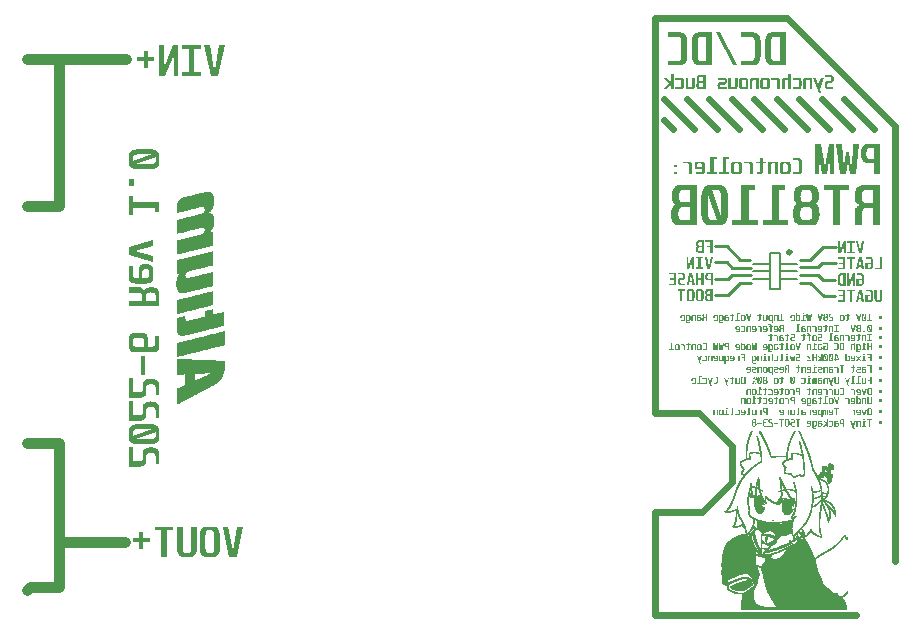
<source format=gbo>
G04*
G04 #@! TF.GenerationSoftware,Altium Limited,Altium Designer,20.2.8 (258)*
G04*
G04 Layer_Color=32896*
%FSLAX25Y25*%
%MOIN*%
G70*
G04*
G04 #@! TF.SameCoordinates,18C1B9BA-8449-4E8D-A104-6701744B7602*
G04*
G04*
G04 #@! TF.FilePolarity,Positive*
G04*
G01*
G75*
%ADD10C,0.01000*%
%ADD12C,0.00600*%
%ADD13C,0.01181*%
%ADD34C,0.03600*%
%ADD35C,0.02400*%
%ADD71C,0.00051*%
%ADD72C,0.00100*%
G36*
X299743Y105315D02*
X299193D01*
Y105688D01*
X299743D01*
Y105315D01*
D02*
G37*
G36*
X325603Y103907D02*
X324624D01*
Y104906D01*
X325603D01*
Y103907D01*
D02*
G37*
G36*
X301947Y103157D02*
X301458D01*
X301311Y104153D01*
X301294D01*
X301141Y103157D01*
X300655D01*
X300412Y105578D01*
X300838D01*
X300981Y103660D01*
X300998D01*
X301161Y104949D01*
X301441D01*
X301607Y103667D01*
X301621D01*
X301767Y105578D01*
X302193D01*
X301947Y103157D01*
D02*
G37*
G36*
X318094D02*
X317525D01*
X316965Y105578D01*
X317392D01*
X317768Y103640D01*
X317814D01*
X318144Y105578D01*
X318607D01*
X318094Y103157D01*
D02*
G37*
G36*
X305274D02*
X304704D01*
X304145Y105578D01*
X304571D01*
X304947Y103640D01*
X304994D01*
X305324Y105578D01*
X305786D01*
X305274Y103157D01*
D02*
G37*
G36*
X281464Y103157D02*
X280895D01*
X280335Y105578D01*
X280762D01*
X281138Y103640D01*
X281185D01*
X281514Y105578D01*
X281977D01*
X281464Y103157D01*
D02*
G37*
G36*
X287438Y103747D02*
Y103687D01*
X287435Y103630D01*
X287428Y103580D01*
X287425Y103540D01*
X287418Y103507D01*
X287415Y103480D01*
X287412Y103467D01*
Y103460D01*
X287402Y103420D01*
X287388Y103384D01*
X287372Y103354D01*
X287358Y103327D01*
X287345Y103307D01*
X287335Y103294D01*
X287328Y103284D01*
X287325Y103280D01*
X287302Y103257D01*
X287275Y103237D01*
X287225Y103207D01*
X287205Y103197D01*
X287189Y103191D01*
X287175Y103184D01*
X287172D01*
X287135Y103174D01*
X287095Y103167D01*
X287059Y103164D01*
X287022Y103161D01*
X286989Y103157D01*
X285863D01*
Y105075D01*
X286329D01*
Y103454D01*
X286792D01*
X286829Y103457D01*
X286856Y103460D01*
X286875Y103464D01*
X286879Y103467D01*
X286882D01*
X286905Y103480D01*
X286925Y103497D01*
X286935Y103507D01*
X286939Y103514D01*
X286952Y103544D01*
X286962Y103577D01*
X286965Y103590D01*
Y103603D01*
X286969Y103610D01*
Y103613D01*
X286972Y103640D01*
Y103667D01*
X286975Y103720D01*
Y103743D01*
Y103763D01*
Y103777D01*
Y103780D01*
Y105075D01*
X287438D01*
Y103747D01*
D02*
G37*
G36*
X322017Y105269D02*
X321661D01*
Y103454D01*
X322213D01*
Y103157D01*
X320685D01*
Y103454D01*
X321198D01*
Y105578D01*
X322017D01*
Y105269D01*
D02*
G37*
G36*
X319982Y105575D02*
X320019Y105572D01*
X320052Y105562D01*
X320079Y105552D01*
X320102Y105542D01*
X320119Y105535D01*
X320132Y105528D01*
X320135Y105525D01*
X320165Y105505D01*
X320192Y105482D01*
X320219Y105458D01*
X320239Y105435D01*
X320259Y105415D01*
X320272Y105398D01*
X320279Y105388D01*
X320282Y105385D01*
X320322Y105315D01*
X320339Y105279D01*
X320352Y105245D01*
X320365Y105215D01*
X320372Y105192D01*
X320375Y105179D01*
X320379Y105172D01*
X320398Y105082D01*
X320405Y105039D01*
X320409Y104999D01*
Y104962D01*
X320412Y104936D01*
Y104919D01*
Y104912D01*
Y103813D01*
Y103763D01*
X320405Y103717D01*
X320402Y103674D01*
X320395Y103633D01*
X320389Y103603D01*
X320385Y103577D01*
X320379Y103564D01*
Y103557D01*
X320365Y103514D01*
X320349Y103474D01*
X320332Y103437D01*
X320315Y103407D01*
X320302Y103380D01*
X320292Y103364D01*
X320285Y103350D01*
X320282Y103347D01*
X320259Y103314D01*
X320235Y103287D01*
X320209Y103264D01*
X320189Y103244D01*
X320169Y103227D01*
X320152Y103217D01*
X320142Y103211D01*
X320139Y103207D01*
X320106Y103191D01*
X320072Y103177D01*
X320039Y103171D01*
X320009Y103164D01*
X319982Y103161D01*
X319962Y103157D01*
X319290D01*
X319253Y103161D01*
X319216Y103164D01*
X319186Y103174D01*
X319156Y103184D01*
X319137Y103191D01*
X319116Y103201D01*
X319107Y103204D01*
X319103Y103207D01*
X319073Y103227D01*
X319043Y103251D01*
X319020Y103274D01*
X318997Y103297D01*
X318980Y103317D01*
X318967Y103334D01*
X318960Y103344D01*
X318957Y103347D01*
X318913Y103417D01*
X318897Y103454D01*
X318883Y103487D01*
X318873Y103514D01*
X318867Y103537D01*
X318860Y103550D01*
Y103557D01*
X318840Y103647D01*
X318833Y103690D01*
X318830Y103730D01*
X318827Y103763D01*
Y103790D01*
Y103807D01*
Y103813D01*
Y104912D01*
Y104962D01*
X318833Y105012D01*
X318837Y105055D01*
X318843Y105095D01*
X318850Y105125D01*
X318857Y105152D01*
X318860Y105165D01*
X318863Y105172D01*
X318877Y105215D01*
X318893Y105259D01*
X318910Y105295D01*
X318923Y105325D01*
X318937Y105352D01*
X318950Y105368D01*
X318957Y105382D01*
X318960Y105385D01*
X318983Y105418D01*
X319007Y105445D01*
X319033Y105468D01*
X319057Y105488D01*
X319076Y105505D01*
X319093Y105515D01*
X319103Y105522D01*
X319107Y105525D01*
X319140Y105542D01*
X319170Y105555D01*
X319200Y105565D01*
X319230Y105572D01*
X319253Y105575D01*
X319273Y105578D01*
X319946D01*
X319982Y105575D01*
D02*
G37*
G36*
X314438Y105075D02*
X314884D01*
Y104776D01*
X314438D01*
Y103667D01*
Y103613D01*
X314435Y103564D01*
X314431Y103520D01*
X314424Y103484D01*
X314421Y103454D01*
X314418Y103430D01*
X314415Y103417D01*
Y103414D01*
X314405Y103377D01*
X314391Y103347D01*
X314378Y103321D01*
X314365Y103297D01*
X314355Y103280D01*
X314345Y103267D01*
X314338Y103261D01*
X314335Y103257D01*
X314311Y103237D01*
X314288Y103221D01*
X314238Y103197D01*
X314215Y103187D01*
X314198Y103181D01*
X314185Y103177D01*
X314181D01*
X314142Y103171D01*
X314102Y103167D01*
X314061Y103161D01*
X314022D01*
X313988Y103157D01*
X313625D01*
Y103454D01*
X313738D01*
X313765Y103457D01*
X313815D01*
X313858Y103464D01*
X313892Y103477D01*
X313912Y103487D01*
X313915Y103490D01*
X313918D01*
X313938Y103514D01*
X313952Y103544D01*
X313955Y103564D01*
X313958Y103570D01*
Y103574D01*
X313962Y103597D01*
Y103620D01*
X313965Y103670D01*
Y103693D01*
Y103710D01*
Y103723D01*
Y103727D01*
Y104776D01*
X313362D01*
Y105075D01*
X313965D01*
Y105578D01*
X314438D01*
Y105075D01*
D02*
G37*
G36*
X312703Y105069D02*
X312743Y105065D01*
X312776Y105059D01*
X312806Y105052D01*
X312826Y105049D01*
X312839Y105042D01*
X312843D01*
X312876Y105029D01*
X312906Y105012D01*
X312933Y104996D01*
X312953Y104979D01*
X312973Y104962D01*
X312986Y104952D01*
X312993Y104942D01*
X312996Y104939D01*
X313016Y104909D01*
X313036Y104879D01*
X313049Y104846D01*
X313063Y104816D01*
X313072Y104789D01*
X313079Y104766D01*
X313086Y104752D01*
Y104746D01*
X313096Y104699D01*
X313103Y104649D01*
X313106Y104599D01*
X313109Y104553D01*
X313112Y104513D01*
Y104479D01*
Y104466D01*
Y104456D01*
Y104453D01*
Y104449D01*
Y103787D01*
Y103723D01*
X313109Y103664D01*
X313103Y103613D01*
X313099Y103570D01*
X313092Y103534D01*
X313089Y103510D01*
X313086Y103494D01*
Y103487D01*
X313072Y103444D01*
X313059Y103407D01*
X313043Y103374D01*
X313029Y103347D01*
X313016Y103324D01*
X313006Y103307D01*
X312999Y103297D01*
X312996Y103294D01*
X312973Y103267D01*
X312946Y103247D01*
X312923Y103227D01*
X312896Y103214D01*
X312876Y103201D01*
X312859Y103194D01*
X312846Y103191D01*
X312843Y103187D01*
X312806Y103177D01*
X312766Y103171D01*
X312726Y103164D01*
X312690Y103161D01*
X312656D01*
X312633Y103157D01*
X311924D01*
X311880Y103161D01*
X311844Y103167D01*
X311810Y103174D01*
X311784Y103177D01*
X311764Y103184D01*
X311751Y103187D01*
X311747D01*
X311714Y103201D01*
X311681Y103217D01*
X311654Y103237D01*
X311634Y103254D01*
X311614Y103270D01*
X311601Y103280D01*
X311594Y103290D01*
X311591Y103294D01*
X311567Y103324D01*
X311551Y103354D01*
X311534Y103387D01*
X311521Y103417D01*
X311514Y103444D01*
X311507Y103467D01*
X311501Y103480D01*
Y103487D01*
X311491Y103534D01*
X311484Y103584D01*
X311477Y103633D01*
X311474Y103683D01*
X311471Y103723D01*
Y103757D01*
Y103770D01*
Y103780D01*
Y103783D01*
Y103787D01*
Y104449D01*
Y104513D01*
X311474Y104569D01*
X311481Y104619D01*
X311484Y104663D01*
X311491Y104699D01*
X311497Y104726D01*
X311501Y104739D01*
Y104746D01*
X311514Y104789D01*
X311527Y104826D01*
X311544Y104859D01*
X311557Y104889D01*
X311571Y104909D01*
X311584Y104926D01*
X311591Y104936D01*
X311594Y104939D01*
X311617Y104965D01*
X311644Y104985D01*
X311667Y105006D01*
X311694Y105019D01*
X311714Y105029D01*
X311731Y105035D01*
X311744Y105042D01*
X311747D01*
X311784Y105052D01*
X311821Y105062D01*
X311857Y105069D01*
X311894Y105072D01*
X311924Y105075D01*
X312660D01*
X312703Y105069D01*
D02*
G37*
G36*
X309186Y105275D02*
X308510D01*
X308474Y105272D01*
X308444Y105259D01*
X308417Y105242D01*
X308394Y105222D01*
X308377Y105202D01*
X308364Y105185D01*
X308357Y105172D01*
X308354Y105169D01*
X308334Y105129D01*
X308321Y105085D01*
X308307Y105042D01*
X308301Y104999D01*
X308297Y104965D01*
X308294Y104936D01*
Y104916D01*
Y104912D01*
Y104909D01*
X308297Y104852D01*
X308304Y104802D01*
X308314Y104759D01*
X308324Y104719D01*
X308334Y104689D01*
X308344Y104669D01*
X308351Y104653D01*
X308354Y104649D01*
X308377Y104616D01*
X308401Y104589D01*
X308427Y104573D01*
X308454Y104559D01*
X308477Y104553D01*
X308494Y104549D01*
X308507Y104546D01*
X308963D01*
X309003Y104543D01*
X309037Y104539D01*
X309070Y104529D01*
X309097Y104523D01*
X309120Y104513D01*
X309140Y104503D01*
X309150Y104499D01*
X309153Y104496D01*
X309183Y104476D01*
X309210Y104453D01*
X309236Y104429D01*
X309256Y104406D01*
X309273Y104386D01*
X309286Y104369D01*
X309293Y104359D01*
X309296Y104356D01*
X309333Y104286D01*
X309350Y104250D01*
X309360Y104216D01*
X309370Y104190D01*
X309376Y104166D01*
X309383Y104153D01*
Y104146D01*
X309400Y104056D01*
X309406Y104010D01*
X309409Y103970D01*
Y103937D01*
X309413Y103907D01*
Y103890D01*
Y103887D01*
Y103883D01*
Y103157D01*
X307841D01*
Y103454D01*
X308957D01*
Y103883D01*
X308953Y103946D01*
X308950Y104003D01*
X308940Y104050D01*
X308927Y104090D01*
X308913Y104126D01*
X308897Y104156D01*
X308880Y104180D01*
X308863Y104200D01*
X308847Y104213D01*
X308830Y104223D01*
X308800Y104236D01*
X308777Y104243D01*
X308314D01*
X308274Y104246D01*
X308241Y104250D01*
X308207Y104260D01*
X308177Y104270D01*
X308157Y104276D01*
X308137Y104286D01*
X308127Y104289D01*
X308124Y104293D01*
X308094Y104313D01*
X308064Y104336D01*
X308041Y104359D01*
X308018Y104379D01*
X308001Y104399D01*
X307988Y104416D01*
X307981Y104426D01*
X307978Y104429D01*
X307938Y104499D01*
X307921Y104536D01*
X307908Y104569D01*
X307898Y104596D01*
X307891Y104619D01*
X307884Y104632D01*
Y104639D01*
X307864Y104729D01*
X307858Y104776D01*
X307854Y104816D01*
X307851Y104849D01*
Y104876D01*
Y104892D01*
Y104899D01*
Y104952D01*
X307858Y105002D01*
X307861Y105045D01*
X307868Y105085D01*
X307874Y105115D01*
X307878Y105142D01*
X307884Y105155D01*
Y105162D01*
X307898Y105205D01*
X307914Y105249D01*
X307931Y105285D01*
X307944Y105315D01*
X307958Y105342D01*
X307971Y105362D01*
X307978Y105375D01*
X307981Y105378D01*
X308004Y105412D01*
X308028Y105442D01*
X308054Y105465D01*
X308078Y105488D01*
X308098Y105502D01*
X308114Y105515D01*
X308124Y105522D01*
X308127Y105525D01*
X308161Y105542D01*
X308191Y105555D01*
X308224Y105565D01*
X308251Y105572D01*
X308277Y105575D01*
X308297Y105578D01*
X309186D01*
Y105275D01*
D02*
G37*
G36*
X307102Y105575D02*
X307145Y105572D01*
X307222Y105552D01*
X307288Y105528D01*
X307342Y105498D01*
X307382Y105468D01*
X307412Y105442D01*
X307428Y105422D01*
X307435Y105418D01*
Y105415D01*
X307475Y105349D01*
X307505Y105275D01*
X307525Y105199D01*
X307538Y105122D01*
X307548Y105055D01*
X307551Y105025D01*
Y105002D01*
X307555Y104982D01*
Y104965D01*
Y104955D01*
Y104952D01*
Y104912D01*
X307551Y104876D01*
Y104842D01*
X307548Y104816D01*
X307545Y104792D01*
Y104776D01*
X307541Y104766D01*
Y104762D01*
X307531Y104709D01*
X307525Y104686D01*
X307518Y104666D01*
X307511Y104653D01*
X307508Y104639D01*
X307505Y104632D01*
Y104629D01*
X307485Y104589D01*
X307465Y104559D01*
X307458Y104546D01*
X307452Y104536D01*
X307445Y104533D01*
Y104529D01*
X307418Y104499D01*
X307395Y104476D01*
X307378Y104456D01*
X307375Y104453D01*
X307372Y104449D01*
X307412Y104419D01*
X307445Y104386D01*
X307471Y104353D01*
X307495Y104320D01*
X307515Y104289D01*
X307528Y104266D01*
X307535Y104250D01*
X307538Y104243D01*
X307555Y104186D01*
X307568Y104126D01*
X307578Y104063D01*
X307585Y104003D01*
X307588Y103946D01*
Y103923D01*
X307591Y103903D01*
Y103887D01*
Y103873D01*
Y103867D01*
Y103863D01*
Y103797D01*
X307585Y103737D01*
X307581Y103680D01*
X307571Y103627D01*
X307561Y103577D01*
X307551Y103534D01*
X307541Y103494D01*
X307528Y103460D01*
X307518Y103427D01*
X307508Y103400D01*
X307498Y103377D01*
X307488Y103360D01*
X307478Y103347D01*
X307475Y103334D01*
X307468Y103331D01*
Y103327D01*
X307441Y103297D01*
X307415Y103270D01*
X307388Y103247D01*
X307358Y103231D01*
X307295Y103197D01*
X307235Y103177D01*
X307182Y103167D01*
X307158Y103164D01*
X307138Y103161D01*
X307122Y103157D01*
X306499D01*
X306452Y103161D01*
X306413Y103164D01*
X306373Y103174D01*
X306336Y103187D01*
X306269Y103224D01*
X306213Y103267D01*
X306163Y103321D01*
X306123Y103380D01*
X306089Y103444D01*
X306066Y103510D01*
X306043Y103577D01*
X306030Y103640D01*
X306020Y103700D01*
X306010Y103753D01*
X306006Y103797D01*
X306003Y103833D01*
Y103847D01*
Y103857D01*
Y103860D01*
Y103863D01*
X306006Y103950D01*
X306013Y104026D01*
X306020Y104090D01*
X306030Y104143D01*
X306043Y104186D01*
X306050Y104216D01*
X306056Y104236D01*
X306060Y104243D01*
X306083Y104289D01*
X306109Y104333D01*
X306136Y104369D01*
X306163Y104396D01*
X306186Y104419D01*
X306206Y104436D01*
X306219Y104446D01*
X306223Y104449D01*
X306196Y104479D01*
X306173Y104506D01*
X306159Y104523D01*
X306153Y104526D01*
Y104529D01*
X306133Y104563D01*
X306116Y104596D01*
X306109Y104609D01*
X306103Y104619D01*
X306100Y104626D01*
Y104629D01*
X306083Y104673D01*
X306069Y104716D01*
X306066Y104736D01*
X306063Y104749D01*
X306060Y104759D01*
Y104762D01*
X306053Y104826D01*
X306050Y104859D01*
X306046Y104889D01*
Y104912D01*
Y104936D01*
Y104949D01*
Y104952D01*
Y105009D01*
X306053Y105062D01*
X306056Y105112D01*
X306066Y105159D01*
X306073Y105199D01*
X306083Y105239D01*
X306096Y105272D01*
X306106Y105305D01*
X306116Y105332D01*
X306130Y105355D01*
X306139Y105375D01*
X306146Y105392D01*
X306156Y105405D01*
X306159Y105415D01*
X306166Y105418D01*
Y105422D01*
X306189Y105448D01*
X306216Y105475D01*
X306273Y105512D01*
X306336Y105542D01*
X306396Y105558D01*
X306452Y105572D01*
X306476Y105575D01*
X306496D01*
X306516Y105578D01*
X307055D01*
X307102Y105575D01*
D02*
G37*
G36*
X300232Y104776D02*
X299699D01*
Y103454D01*
X300232D01*
Y103157D01*
X298714D01*
Y103454D01*
X299236D01*
Y105075D01*
X300232D01*
Y104776D01*
D02*
G37*
G36*
X297328Y105075D02*
X297961D01*
X298004Y105069D01*
X298044Y105065D01*
X298078Y105059D01*
X298104Y105052D01*
X298124Y105045D01*
X298137Y105042D01*
X298141Y105039D01*
X298174Y105022D01*
X298204Y105006D01*
X298231Y104985D01*
X298251Y104965D01*
X298271Y104949D01*
X298284Y104932D01*
X298291Y104922D01*
X298294Y104919D01*
X298314Y104886D01*
X298334Y104852D01*
X298347Y104819D01*
X298361Y104786D01*
X298371Y104756D01*
X298377Y104732D01*
X298384Y104719D01*
Y104712D01*
X298394Y104663D01*
X298401Y104613D01*
X298404Y104559D01*
X298407Y104513D01*
X298411Y104469D01*
Y104436D01*
Y104423D01*
Y104413D01*
Y104409D01*
Y104406D01*
Y103827D01*
Y103763D01*
X298407Y103703D01*
X298401Y103650D01*
X298397Y103607D01*
X298391Y103570D01*
X298387Y103544D01*
X298384Y103527D01*
Y103520D01*
X298371Y103474D01*
X298357Y103434D01*
X298341Y103397D01*
X298327Y103367D01*
X298314Y103344D01*
X298304Y103327D01*
X298297Y103314D01*
X298294Y103311D01*
X298271Y103284D01*
X298244Y103257D01*
X298221Y103237D01*
X298194Y103224D01*
X298174Y103211D01*
X298158Y103201D01*
X298144Y103197D01*
X298141Y103194D01*
X298104Y103181D01*
X298064Y103174D01*
X298028Y103167D01*
X297991Y103161D01*
X297961D01*
X297938Y103157D01*
X296865Y103157D01*
Y105688D01*
X297328Y105688D01*
Y105075D01*
D02*
G37*
G36*
X296186Y105069D02*
X296226Y105065D01*
X296259Y105059D01*
X296286Y105052D01*
X296306Y105049D01*
X296319Y105042D01*
X296323D01*
X296356Y105029D01*
X296386Y105012D01*
X296413Y104996D01*
X296432Y104979D01*
X296452Y104962D01*
X296466Y104952D01*
X296473Y104942D01*
X296476Y104939D01*
X296496Y104909D01*
X296516Y104879D01*
X296529Y104846D01*
X296542Y104816D01*
X296552Y104789D01*
X296559Y104766D01*
X296566Y104752D01*
Y104746D01*
X296576Y104699D01*
X296582Y104649D01*
X296586Y104599D01*
X296589Y104553D01*
X296592Y104513D01*
Y104479D01*
Y104466D01*
Y104456D01*
Y104453D01*
Y104449D01*
Y103787D01*
Y103723D01*
X296589Y103664D01*
X296582Y103613D01*
X296579Y103570D01*
X296572Y103534D01*
X296569Y103510D01*
X296566Y103494D01*
Y103487D01*
X296552Y103444D01*
X296539Y103407D01*
X296522Y103374D01*
X296509Y103347D01*
X296496Y103324D01*
X296486Y103307D01*
X296479Y103297D01*
X296476Y103294D01*
X296452Y103267D01*
X296426Y103247D01*
X296403Y103227D01*
X296376Y103214D01*
X296356Y103201D01*
X296339Y103194D01*
X296326Y103191D01*
X296323Y103187D01*
X296286Y103177D01*
X296249Y103171D01*
X296209Y103164D01*
X296173Y103161D01*
X296143D01*
X296119Y103157D01*
X295187D01*
Y103454D01*
X295886D01*
X295933Y103457D01*
X295970Y103460D01*
X295983D01*
X295993Y103464D01*
X296003D01*
X296033Y103474D01*
X296056Y103490D01*
X296070Y103500D01*
X296076Y103507D01*
X296093Y103537D01*
X296103Y103570D01*
X296110Y103584D01*
Y103597D01*
X296113Y103603D01*
Y103607D01*
X296116Y103633D01*
X296119Y103664D01*
X296123Y103720D01*
Y103747D01*
Y103767D01*
Y103780D01*
Y103783D01*
Y103953D01*
X295433D01*
X295360Y103960D01*
X295297Y103973D01*
X295244Y103993D01*
X295200Y104016D01*
X295167Y104040D01*
X295144Y104060D01*
X295127Y104073D01*
X295124Y104080D01*
X295107Y104106D01*
X295091Y104136D01*
X295064Y104200D01*
X295047Y104273D01*
X295034Y104343D01*
X295027Y104406D01*
X295024Y104433D01*
X295021Y104459D01*
Y104479D01*
Y104493D01*
Y104503D01*
Y104506D01*
Y104559D01*
X295024Y104609D01*
X295031Y104656D01*
X295037Y104699D01*
X295047Y104739D01*
X295057Y104776D01*
X295067Y104806D01*
X295077Y104836D01*
X295087Y104859D01*
X295097Y104882D01*
X295107Y104899D01*
X295117Y104912D01*
X295130Y104932D01*
X295134Y104939D01*
X295177Y104985D01*
X295227Y105019D01*
X295277Y105042D01*
X295324Y105059D01*
X295367Y105069D01*
X295404Y105072D01*
X295413Y105075D01*
X296143D01*
X296186Y105069D01*
D02*
G37*
G36*
X292889Y105275D02*
X292377D01*
Y103454D01*
X292889D01*
Y103157D01*
X291404D01*
Y103454D01*
X291910D01*
Y105275D01*
X291404D01*
Y105578D01*
X292889D01*
Y105275D01*
D02*
G37*
G36*
X291098Y103157D02*
X290632D01*
Y104776D01*
X290172D01*
X290139Y104772D01*
X290112Y104769D01*
X290095Y104762D01*
X290089Y104759D01*
X290066Y104746D01*
X290049Y104729D01*
X290036Y104716D01*
X290032Y104712D01*
Y104709D01*
X290019Y104679D01*
X290009Y104646D01*
X290006Y104632D01*
X290002Y104619D01*
Y104613D01*
Y104609D01*
X289996Y104559D01*
X289992Y104506D01*
Y104483D01*
Y104466D01*
Y104453D01*
Y104449D01*
Y103157D01*
X289533D01*
Y104483D01*
Y104546D01*
X289536Y104603D01*
X289539Y104649D01*
X289546Y104692D01*
X289549Y104726D01*
X289556Y104752D01*
X289559Y104766D01*
Y104772D01*
X289569Y104812D01*
X289583Y104849D01*
X289599Y104882D01*
X289613Y104909D01*
X289626Y104929D01*
X289636Y104942D01*
X289643Y104952D01*
X289646Y104955D01*
X289669Y104979D01*
X289693Y104999D01*
X289719Y105016D01*
X289743Y105029D01*
X289766Y105035D01*
X289783Y105042D01*
X289796Y105049D01*
X289799D01*
X289836Y105059D01*
X289876Y105065D01*
X289912Y105069D01*
X289949Y105072D01*
X289982Y105075D01*
X291098D01*
Y103157D01*
D02*
G37*
G36*
X285134Y105075D02*
X285580D01*
Y104776D01*
X285134D01*
Y103667D01*
Y103613D01*
X285131Y103564D01*
X285127Y103520D01*
X285121Y103484D01*
X285117Y103454D01*
X285114Y103430D01*
X285110Y103417D01*
Y103414D01*
X285101Y103377D01*
X285087Y103347D01*
X285074Y103321D01*
X285061Y103297D01*
X285051Y103280D01*
X285041Y103267D01*
X285034Y103261D01*
X285031Y103257D01*
X285007Y103237D01*
X284984Y103221D01*
X284934Y103197D01*
X284911Y103187D01*
X284894Y103181D01*
X284881Y103177D01*
X284877D01*
X284838Y103171D01*
X284798Y103167D01*
X284757Y103161D01*
X284718D01*
X284684Y103157D01*
X284321D01*
Y103454D01*
X284435D01*
X284461Y103457D01*
X284511D01*
X284554Y103464D01*
X284588Y103477D01*
X284608Y103487D01*
X284611Y103490D01*
X284614D01*
X284634Y103514D01*
X284648Y103544D01*
X284651Y103564D01*
X284654Y103570D01*
Y103574D01*
X284658Y103597D01*
Y103620D01*
X284661Y103670D01*
Y103693D01*
Y103710D01*
Y103723D01*
Y103727D01*
Y104776D01*
X284058D01*
Y105075D01*
X284661D01*
Y105578D01*
X285134D01*
Y105075D01*
D02*
G37*
G36*
X279736Y105069D02*
X279776Y105065D01*
X279809Y105059D01*
X279839Y105052D01*
X279859Y105049D01*
X279872Y105042D01*
X279876D01*
X279909Y105029D01*
X279939Y105012D01*
X279966Y104996D01*
X279986Y104979D01*
X280006Y104962D01*
X280019Y104952D01*
X280026Y104942D01*
X280029Y104939D01*
X280049Y104909D01*
X280069Y104879D01*
X280082Y104846D01*
X280096Y104816D01*
X280105Y104789D01*
X280112Y104766D01*
X280119Y104752D01*
Y104746D01*
X280129Y104699D01*
X280135Y104649D01*
X280139Y104599D01*
X280142Y104553D01*
X280146Y104513D01*
Y104479D01*
Y104466D01*
Y104456D01*
Y104453D01*
Y104449D01*
Y103787D01*
Y103723D01*
X280142Y103664D01*
X280135Y103613D01*
X280132Y103570D01*
X280125Y103534D01*
X280122Y103510D01*
X280119Y103494D01*
Y103487D01*
X280105Y103444D01*
X280092Y103407D01*
X280076Y103374D01*
X280062Y103347D01*
X280049Y103324D01*
X280039Y103307D01*
X280032Y103297D01*
X280029Y103294D01*
X280006Y103267D01*
X279979Y103247D01*
X279956Y103227D01*
X279929Y103214D01*
X279909Y103201D01*
X279892Y103194D01*
X279879Y103191D01*
X279876Y103187D01*
X279839Y103177D01*
X279799Y103171D01*
X279759Y103164D01*
X279723Y103161D01*
X279689D01*
X279666Y103157D01*
X278957D01*
X278913Y103161D01*
X278877Y103167D01*
X278843Y103174D01*
X278817Y103177D01*
X278797Y103184D01*
X278783Y103187D01*
X278780D01*
X278747Y103201D01*
X278714Y103217D01*
X278687Y103237D01*
X278667Y103254D01*
X278647Y103270D01*
X278634Y103280D01*
X278627Y103290D01*
X278624Y103294D01*
X278600Y103324D01*
X278584Y103354D01*
X278567Y103387D01*
X278554Y103417D01*
X278547Y103444D01*
X278540Y103467D01*
X278534Y103480D01*
Y103487D01*
X278524Y103534D01*
X278517Y103584D01*
X278510Y103633D01*
X278507Y103683D01*
X278504Y103723D01*
Y103757D01*
Y103770D01*
Y103780D01*
Y103783D01*
Y103787D01*
Y104449D01*
Y104513D01*
X278507Y104569D01*
X278514Y104619D01*
X278517Y104663D01*
X278524Y104699D01*
X278531Y104726D01*
X278534Y104739D01*
Y104746D01*
X278547Y104789D01*
X278560Y104826D01*
X278577Y104859D01*
X278590Y104889D01*
X278604Y104909D01*
X278617Y104926D01*
X278624Y104936D01*
X278627Y104939D01*
X278650Y104965D01*
X278677Y104985D01*
X278700Y105006D01*
X278727Y105019D01*
X278747Y105029D01*
X278764Y105035D01*
X278777Y105042D01*
X278780D01*
X278817Y105052D01*
X278854Y105062D01*
X278890Y105069D01*
X278927Y105072D01*
X278957Y105075D01*
X279693D01*
X279736Y105069D01*
D02*
G37*
G36*
X278254Y105385D02*
X277731D01*
Y103454D01*
X278254D01*
Y103157D01*
X276732D01*
Y103454D01*
X277268D01*
Y105688D01*
X278254D01*
Y105385D01*
D02*
G37*
G36*
X275976Y105075D02*
X276423D01*
Y104776D01*
X275976D01*
Y103667D01*
Y103613D01*
X275973Y103564D01*
X275970Y103520D01*
X275963Y103484D01*
X275960Y103454D01*
X275956Y103430D01*
X275953Y103417D01*
Y103414D01*
X275943Y103377D01*
X275930Y103347D01*
X275916Y103321D01*
X275903Y103297D01*
X275893Y103280D01*
X275883Y103267D01*
X275876Y103261D01*
X275873Y103257D01*
X275850Y103237D01*
X275827Y103221D01*
X275777Y103197D01*
X275753Y103187D01*
X275737Y103181D01*
X275723Y103177D01*
X275720D01*
X275680Y103171D01*
X275640Y103167D01*
X275600Y103161D01*
X275560D01*
X275527Y103157D01*
X275164D01*
Y103454D01*
X275277D01*
X275304Y103457D01*
X275354D01*
X275397Y103464D01*
X275430Y103477D01*
X275450Y103487D01*
X275453Y103490D01*
X275457D01*
X275477Y103514D01*
X275490Y103544D01*
X275494Y103564D01*
X275497Y103570D01*
Y103574D01*
X275500Y103597D01*
Y103620D01*
X275503Y103670D01*
Y103693D01*
Y103710D01*
Y103723D01*
Y103727D01*
Y104776D01*
X274901D01*
Y105075D01*
X275503D01*
Y105578D01*
X275976D01*
Y105075D01*
D02*
G37*
G36*
X274388Y104776D02*
X273672D01*
X273639Y104772D01*
X273609Y104769D01*
X273585Y104759D01*
X273569Y104749D01*
X273552Y104739D01*
X273542Y104732D01*
X273539Y104726D01*
X273535Y104722D01*
X273522Y104699D01*
X273509Y104669D01*
X273502Y104636D01*
X273499Y104603D01*
X273496Y104573D01*
X273492Y104546D01*
Y104529D01*
Y104526D01*
Y104523D01*
Y104356D01*
X274198D01*
X274235Y104353D01*
X274265Y104350D01*
X274295Y104343D01*
X274321Y104333D01*
X274345Y104323D01*
X274361Y104316D01*
X274371Y104313D01*
X274375Y104309D01*
X274401Y104293D01*
X274428Y104273D01*
X274451Y104250D01*
X274471Y104230D01*
X274488Y104213D01*
X274501Y104196D01*
X274508Y104186D01*
X274511Y104183D01*
X274548Y104116D01*
X274564Y104083D01*
X274578Y104053D01*
X274588Y104026D01*
X274594Y104007D01*
X274601Y103993D01*
Y103987D01*
X274618Y103903D01*
X274624Y103863D01*
X274628Y103830D01*
Y103797D01*
X274631Y103773D01*
Y103760D01*
Y103753D01*
Y103707D01*
X274628Y103660D01*
X274621Y103620D01*
X274614Y103584D01*
X274611Y103557D01*
X274604Y103534D01*
X274601Y103520D01*
Y103514D01*
X274588Y103474D01*
X274574Y103437D01*
X274558Y103404D01*
X274544Y103377D01*
X274531Y103354D01*
X274521Y103337D01*
X274515Y103327D01*
X274511Y103324D01*
X274465Y103274D01*
X274441Y103251D01*
X274421Y103234D01*
X274401Y103221D01*
X274388Y103211D01*
X274378Y103204D01*
X274375Y103201D01*
X274345Y103187D01*
X274315Y103177D01*
X274285Y103167D01*
X274255Y103164D01*
X274231Y103161D01*
X274215Y103157D01*
X273029D01*
Y104483D01*
Y104546D01*
X273033Y104603D01*
X273036Y104649D01*
X273043Y104692D01*
X273046Y104726D01*
X273053Y104752D01*
X273056Y104766D01*
Y104772D01*
X273066Y104812D01*
X273079Y104849D01*
X273096Y104882D01*
X273109Y104909D01*
X273123Y104929D01*
X273132Y104942D01*
X273139Y104952D01*
X273143Y104955D01*
X273166Y104979D01*
X273193Y104999D01*
X273219Y105016D01*
X273242Y105029D01*
X273266Y105035D01*
X273282Y105042D01*
X273296Y105049D01*
X273299D01*
X273336Y105059D01*
X273376Y105065D01*
X273412Y105069D01*
X273449Y105072D01*
X273482Y105075D01*
X274388D01*
Y104776D01*
D02*
G37*
G36*
X270545Y105069D02*
X270585Y105065D01*
X270618Y105059D01*
X270645Y105052D01*
X270665Y105049D01*
X270678Y105042D01*
X270682D01*
X270715Y105029D01*
X270745Y105012D01*
X270772Y104996D01*
X270792Y104979D01*
X270812Y104962D01*
X270825Y104952D01*
X270831Y104942D01*
X270835Y104939D01*
X270855Y104909D01*
X270875Y104879D01*
X270888Y104846D01*
X270901Y104816D01*
X270911Y104789D01*
X270918Y104766D01*
X270925Y104752D01*
Y104746D01*
X270935Y104699D01*
X270941Y104649D01*
X270945Y104599D01*
X270948Y104553D01*
X270951Y104513D01*
Y104479D01*
Y104466D01*
Y104456D01*
Y104453D01*
Y104449D01*
Y103787D01*
Y103723D01*
X270948Y103664D01*
X270941Y103613D01*
X270938Y103570D01*
X270931Y103534D01*
X270928Y103510D01*
X270925Y103494D01*
Y103487D01*
X270911Y103444D01*
X270898Y103407D01*
X270881Y103374D01*
X270868Y103347D01*
X270855Y103324D01*
X270845Y103307D01*
X270838Y103297D01*
X270835Y103294D01*
X270812Y103267D01*
X270785Y103247D01*
X270762Y103227D01*
X270735Y103214D01*
X270715Y103201D01*
X270698Y103194D01*
X270685Y103191D01*
X270682Y103187D01*
X270645Y103177D01*
X270608Y103171D01*
X270568Y103164D01*
X270532Y103161D01*
X270502D01*
X270479Y103157D01*
X269546D01*
Y103454D01*
X270245D01*
X270292Y103457D01*
X270329Y103460D01*
X270342D01*
X270352Y103464D01*
X270362D01*
X270392Y103474D01*
X270415Y103490D01*
X270429Y103500D01*
X270435Y103507D01*
X270452Y103537D01*
X270462Y103570D01*
X270468Y103584D01*
Y103597D01*
X270472Y103603D01*
Y103607D01*
X270475Y103633D01*
X270479Y103664D01*
X270482Y103720D01*
Y103747D01*
Y103767D01*
Y103780D01*
Y103783D01*
Y103953D01*
X269793D01*
X269719Y103960D01*
X269656Y103973D01*
X269603Y103993D01*
X269559Y104016D01*
X269526Y104040D01*
X269503Y104060D01*
X269486Y104073D01*
X269483Y104080D01*
X269466Y104106D01*
X269449Y104136D01*
X269423Y104200D01*
X269406Y104273D01*
X269393Y104343D01*
X269386Y104406D01*
X269383Y104433D01*
X269380Y104459D01*
Y104479D01*
Y104493D01*
Y104503D01*
Y104506D01*
Y104559D01*
X269383Y104609D01*
X269390Y104656D01*
X269396Y104699D01*
X269406Y104739D01*
X269416Y104776D01*
X269426Y104806D01*
X269436Y104836D01*
X269446Y104859D01*
X269456Y104882D01*
X269466Y104899D01*
X269476Y104912D01*
X269490Y104932D01*
X269493Y104939D01*
X269536Y104985D01*
X269586Y105019D01*
X269636Y105042D01*
X269683Y105059D01*
X269726Y105069D01*
X269763Y105072D01*
X269773Y105075D01*
X270502D01*
X270545Y105069D01*
D02*
G37*
G36*
X267275Y103157D02*
X266812D01*
Y104206D01*
X266396D01*
X266356Y104200D01*
X266323Y104186D01*
X266293Y104163D01*
X266269Y104133D01*
X266246Y104100D01*
X266229Y104060D01*
X266203Y103977D01*
X266186Y103890D01*
X266183Y103850D01*
X266179Y103817D01*
X266176Y103787D01*
Y103763D01*
Y103750D01*
Y103743D01*
Y103157D01*
X265733D01*
Y103917D01*
Y103953D01*
X265737Y103987D01*
X265740Y104016D01*
X265743Y104043D01*
X265750Y104063D01*
X265753Y104080D01*
X265757Y104090D01*
Y104093D01*
X265773Y104146D01*
X265787Y104166D01*
X265796Y104186D01*
X265807Y104203D01*
X265813Y104213D01*
X265816Y104220D01*
X265820Y104223D01*
X265853Y104260D01*
X265883Y104289D01*
X265900Y104299D01*
X265910Y104306D01*
X265916Y104313D01*
X265920D01*
X265963Y104340D01*
X266006Y104359D01*
X266023Y104366D01*
X266036Y104373D01*
X266046Y104376D01*
X266050D01*
X265990Y104406D01*
X265940Y104439D01*
X265900Y104473D01*
X265866Y104506D01*
X265843Y104536D01*
X265827Y104559D01*
X265816Y104576D01*
X265813Y104583D01*
X265790Y104636D01*
X265773Y104692D01*
X265760Y104746D01*
X265753Y104796D01*
X265747Y104839D01*
X265743Y104876D01*
Y104889D01*
Y104899D01*
Y104902D01*
Y104906D01*
Y104969D01*
X265750Y105029D01*
X265757Y105085D01*
X265763Y105135D01*
X265773Y105182D01*
X265787Y105225D01*
X265796Y105262D01*
X265810Y105295D01*
X265823Y105325D01*
X265833Y105352D01*
X265846Y105372D01*
X265857Y105388D01*
X265863Y105402D01*
X265870Y105412D01*
X265877Y105415D01*
Y105418D01*
X265903Y105445D01*
X265930Y105472D01*
X265996Y105512D01*
X266063Y105538D01*
X266129Y105558D01*
X266190Y105572D01*
X266216Y105575D01*
X266239D01*
X266259Y105578D01*
X267275D01*
Y103157D01*
D02*
G37*
G36*
X265230Y104776D02*
X264514D01*
X264481Y104772D01*
X264451Y104769D01*
X264428Y104759D01*
X264411Y104749D01*
X264395Y104739D01*
X264385Y104732D01*
X264381Y104726D01*
X264378Y104722D01*
X264365Y104699D01*
X264351Y104669D01*
X264345Y104636D01*
X264341Y104603D01*
X264338Y104573D01*
X264335Y104546D01*
Y104529D01*
Y104526D01*
Y104523D01*
Y104356D01*
X265041D01*
X265077Y104353D01*
X265107Y104350D01*
X265137Y104343D01*
X265164Y104333D01*
X265187Y104323D01*
X265204Y104316D01*
X265214Y104313D01*
X265217Y104309D01*
X265244Y104293D01*
X265270Y104273D01*
X265294Y104250D01*
X265314Y104230D01*
X265330Y104213D01*
X265344Y104196D01*
X265350Y104186D01*
X265354Y104183D01*
X265390Y104116D01*
X265407Y104083D01*
X265420Y104053D01*
X265430Y104026D01*
X265437Y104007D01*
X265444Y103993D01*
Y103987D01*
X265460Y103903D01*
X265467Y103863D01*
X265470Y103830D01*
Y103797D01*
X265474Y103773D01*
Y103760D01*
Y103753D01*
Y103707D01*
X265470Y103660D01*
X265463Y103620D01*
X265457Y103584D01*
X265454Y103557D01*
X265447Y103534D01*
X265444Y103520D01*
Y103514D01*
X265430Y103474D01*
X265417Y103437D01*
X265400Y103404D01*
X265387Y103377D01*
X265374Y103354D01*
X265364Y103337D01*
X265357Y103327D01*
X265354Y103324D01*
X265307Y103274D01*
X265284Y103251D01*
X265264Y103234D01*
X265244Y103221D01*
X265230Y103211D01*
X265220Y103204D01*
X265217Y103201D01*
X265187Y103187D01*
X265157Y103177D01*
X265127Y103167D01*
X265097Y103164D01*
X265074Y103161D01*
X265057Y103157D01*
X263872D01*
Y104483D01*
Y104546D01*
X263875Y104603D01*
X263878Y104649D01*
X263885Y104692D01*
X263888Y104726D01*
X263895Y104752D01*
X263898Y104766D01*
Y104772D01*
X263908Y104812D01*
X263922Y104849D01*
X263938Y104882D01*
X263952Y104909D01*
X263965Y104929D01*
X263975Y104942D01*
X263982Y104952D01*
X263985Y104955D01*
X264008Y104979D01*
X264035Y104999D01*
X264062Y105016D01*
X264085Y105029D01*
X264108Y105035D01*
X264125Y105042D01*
X264138Y105049D01*
X264142D01*
X264178Y105059D01*
X264218Y105065D01*
X264255Y105069D01*
X264291Y105072D01*
X264325Y105075D01*
X265230D01*
Y104776D01*
D02*
G37*
G36*
X263625Y103157D02*
X263159D01*
Y104776D01*
X262700D01*
X262666Y104772D01*
X262640Y104769D01*
X262623Y104762D01*
X262616Y104759D01*
X262593Y104746D01*
X262576Y104729D01*
X262563Y104716D01*
X262560Y104712D01*
Y104709D01*
X262546Y104679D01*
X262537Y104646D01*
X262533Y104632D01*
X262530Y104619D01*
Y104613D01*
Y104609D01*
X262523Y104559D01*
X262520Y104506D01*
Y104483D01*
Y104466D01*
Y104453D01*
Y104449D01*
Y103157D01*
X262060D01*
Y104483D01*
Y104546D01*
X262064Y104603D01*
X262067Y104649D01*
X262074Y104692D01*
X262077Y104726D01*
X262084Y104752D01*
X262087Y104766D01*
Y104772D01*
X262097Y104812D01*
X262110Y104849D01*
X262127Y104882D01*
X262140Y104909D01*
X262154Y104929D01*
X262163Y104942D01*
X262170Y104952D01*
X262174Y104955D01*
X262197Y104979D01*
X262220Y104999D01*
X262247Y105016D01*
X262270Y105029D01*
X262293Y105035D01*
X262310Y105042D01*
X262323Y105049D01*
X262327D01*
X262363Y105059D01*
X262403Y105065D01*
X262440Y105069D01*
X262476Y105072D01*
X262510Y105075D01*
X263625D01*
Y103157D01*
D02*
G37*
G36*
X259556Y105069D02*
X259596Y105065D01*
X259629Y105059D01*
X259656Y105052D01*
X259676Y105049D01*
X259689Y105042D01*
X259693D01*
X259726Y105029D01*
X259756Y105012D01*
X259783Y104996D01*
X259803Y104979D01*
X259823Y104962D01*
X259836Y104952D01*
X259842Y104942D01*
X259846Y104939D01*
X259866Y104909D01*
X259886Y104879D01*
X259899Y104846D01*
X259912Y104816D01*
X259922Y104789D01*
X259929Y104766D01*
X259936Y104752D01*
Y104746D01*
X259946Y104699D01*
X259952Y104649D01*
X259956Y104599D01*
X259959Y104553D01*
X259962Y104513D01*
Y104479D01*
Y104466D01*
Y104456D01*
Y104453D01*
Y104449D01*
Y103787D01*
Y103723D01*
X259959Y103664D01*
X259952Y103613D01*
X259949Y103570D01*
X259942Y103534D01*
X259939Y103510D01*
X259936Y103494D01*
Y103487D01*
X259922Y103444D01*
X259909Y103407D01*
X259892Y103374D01*
X259879Y103347D01*
X259866Y103324D01*
X259856Y103307D01*
X259849Y103297D01*
X259846Y103294D01*
X259823Y103267D01*
X259796Y103247D01*
X259773Y103227D01*
X259746Y103214D01*
X259726Y103201D01*
X259709Y103194D01*
X259696Y103191D01*
X259693Y103187D01*
X259656Y103177D01*
X259619Y103171D01*
X259579Y103164D01*
X259543Y103161D01*
X259513D01*
X259489Y103157D01*
X258557D01*
Y103454D01*
X259256D01*
X259303Y103457D01*
X259340Y103460D01*
X259353D01*
X259363Y103464D01*
X259373D01*
X259403Y103474D01*
X259426Y103490D01*
X259440Y103500D01*
X259446Y103507D01*
X259463Y103537D01*
X259473Y103570D01*
X259479Y103584D01*
Y103597D01*
X259483Y103603D01*
Y103607D01*
X259486Y103633D01*
X259489Y103664D01*
X259493Y103720D01*
Y103747D01*
Y103767D01*
Y103780D01*
Y103783D01*
Y103953D01*
X258804D01*
X258730Y103960D01*
X258667Y103973D01*
X258614Y103993D01*
X258570Y104016D01*
X258537Y104040D01*
X258514Y104060D01*
X258497Y104073D01*
X258494Y104080D01*
X258477Y104106D01*
X258460Y104136D01*
X258434Y104200D01*
X258417Y104273D01*
X258404Y104343D01*
X258397Y104406D01*
X258394Y104433D01*
X258391Y104459D01*
Y104479D01*
Y104493D01*
Y104503D01*
Y104506D01*
Y104559D01*
X258394Y104609D01*
X258401Y104656D01*
X258407Y104699D01*
X258417Y104739D01*
X258427Y104776D01*
X258437Y104806D01*
X258447Y104836D01*
X258457Y104859D01*
X258467Y104882D01*
X258477Y104899D01*
X258487Y104912D01*
X258501Y104932D01*
X258504Y104939D01*
X258547Y104985D01*
X258597Y105019D01*
X258647Y105042D01*
X258694Y105059D01*
X258737Y105069D01*
X258774Y105072D01*
X258784Y105075D01*
X259513D01*
X259556Y105069D01*
D02*
G37*
G36*
X289283Y102431D02*
X288824D01*
Y103157D01*
X288134D01*
X288091Y103161D01*
X288051Y103167D01*
X288018Y103174D01*
X287991Y103177D01*
X287971Y103184D01*
X287958Y103187D01*
X287954D01*
X287921Y103201D01*
X287888Y103217D01*
X287861Y103237D01*
X287841Y103254D01*
X287821Y103270D01*
X287808Y103280D01*
X287801Y103290D01*
X287798Y103294D01*
X287778Y103324D01*
X287758Y103354D01*
X287745Y103387D01*
X287731Y103417D01*
X287721Y103444D01*
X287715Y103467D01*
X287711Y103480D01*
Y103487D01*
X287701Y103534D01*
X287695Y103584D01*
X287688Y103633D01*
X287685Y103683D01*
X287681Y103723D01*
Y103757D01*
Y103770D01*
Y103780D01*
Y103783D01*
Y103787D01*
Y104446D01*
Y104509D01*
X287685Y104569D01*
X287691Y104619D01*
X287695Y104663D01*
X287701Y104699D01*
X287708Y104726D01*
X287711Y104739D01*
Y104746D01*
X287725Y104789D01*
X287738Y104826D01*
X287755Y104859D01*
X287768Y104889D01*
X287781Y104909D01*
X287794Y104926D01*
X287801Y104936D01*
X287805Y104939D01*
X287828Y104965D01*
X287854Y104989D01*
X287881Y105006D01*
X287904Y105022D01*
X287928Y105032D01*
X287944Y105039D01*
X287958Y105045D01*
X287961D01*
X287998Y105055D01*
X288034Y105062D01*
X288071Y105069D01*
X288107Y105072D01*
X288138Y105075D01*
X289283D01*
Y102431D01*
D02*
G37*
G36*
X272370Y105072D02*
X272410Y105065D01*
X272443Y105062D01*
X272470Y105055D01*
X272490Y105049D01*
X272503Y105045D01*
X272506D01*
X272540Y105032D01*
X272570Y105016D01*
X272596Y104999D01*
X272616Y104982D01*
X272636Y104965D01*
X272650Y104952D01*
X272656Y104942D01*
X272660Y104939D01*
X272680Y104909D01*
X272700Y104879D01*
X272713Y104846D01*
X272726Y104816D01*
X272736Y104789D01*
X272743Y104766D01*
X272750Y104752D01*
Y104746D01*
X272760Y104699D01*
X272766Y104649D01*
X272773Y104599D01*
X272776Y104553D01*
Y104509D01*
X272779Y104476D01*
Y104463D01*
Y104453D01*
Y104449D01*
Y104446D01*
Y103787D01*
Y103723D01*
X272776Y103664D01*
X272769Y103613D01*
X272766Y103570D01*
X272760Y103534D01*
X272756Y103510D01*
X272753Y103494D01*
Y103487D01*
X272743Y103444D01*
X272730Y103407D01*
X272713Y103374D01*
X272700Y103347D01*
X272686Y103324D01*
X272676Y103307D01*
X272670Y103297D01*
X272666Y103294D01*
X272643Y103267D01*
X272616Y103247D01*
X272590Y103227D01*
X272566Y103214D01*
X272543Y103201D01*
X272527Y103194D01*
X272513Y103191D01*
X272510Y103187D01*
X272473Y103177D01*
X272433Y103171D01*
X272393Y103164D01*
X272360Y103161D01*
X272327D01*
X272303Y103157D01*
X271684D01*
Y103031D01*
Y102994D01*
X271687Y102961D01*
X271691Y102934D01*
Y102911D01*
X271694Y102894D01*
X271697Y102881D01*
X271701Y102874D01*
Y102871D01*
X271714Y102831D01*
X271731Y102804D01*
X271747Y102788D01*
X271751Y102781D01*
X271754D01*
X271787Y102761D01*
X271824Y102748D01*
X271841Y102744D01*
X271854D01*
X271864Y102741D01*
X271867D01*
X271897Y102738D01*
X271927Y102734D01*
X271960D01*
X271990Y102731D01*
X272466D01*
Y102431D01*
X271667D01*
X271621Y102438D01*
X271584Y102441D01*
X271551Y102448D01*
X271524Y102455D01*
X271504Y102458D01*
X271491Y102465D01*
X271487D01*
X271454Y102478D01*
X271424Y102495D01*
X271398Y102511D01*
X271374Y102528D01*
X271358Y102545D01*
X271344Y102555D01*
X271338Y102565D01*
X271334Y102568D01*
X271314Y102598D01*
X271294Y102628D01*
X271281Y102661D01*
X271268Y102691D01*
X271258Y102718D01*
X271251Y102741D01*
X271248Y102754D01*
Y102761D01*
X271238Y102808D01*
X271231Y102858D01*
X271228Y102908D01*
X271224Y102957D01*
X271221Y102998D01*
Y103031D01*
Y103044D01*
Y103054D01*
Y103057D01*
Y103061D01*
Y105075D01*
X272327D01*
X272370Y105072D01*
D02*
G37*
G36*
X261381D02*
X261421Y105065D01*
X261454Y105062D01*
X261481Y105055D01*
X261501Y105049D01*
X261514Y105045D01*
X261518D01*
X261551Y105032D01*
X261581Y105016D01*
X261607Y104999D01*
X261627Y104982D01*
X261647Y104965D01*
X261661Y104952D01*
X261667Y104942D01*
X261671Y104939D01*
X261691Y104909D01*
X261711Y104879D01*
X261724Y104846D01*
X261737Y104816D01*
X261747Y104789D01*
X261754Y104766D01*
X261761Y104752D01*
Y104746D01*
X261771Y104699D01*
X261777Y104649D01*
X261784Y104599D01*
X261787Y104553D01*
Y104509D01*
X261790Y104476D01*
Y104463D01*
Y104453D01*
Y104449D01*
Y104446D01*
Y103787D01*
Y103723D01*
X261787Y103664D01*
X261781Y103613D01*
X261777Y103570D01*
X261771Y103534D01*
X261767Y103510D01*
X261764Y103494D01*
Y103487D01*
X261754Y103444D01*
X261741Y103407D01*
X261724Y103374D01*
X261711Y103347D01*
X261697Y103324D01*
X261687Y103307D01*
X261681Y103297D01*
X261677Y103294D01*
X261654Y103267D01*
X261627Y103247D01*
X261601Y103227D01*
X261577Y103214D01*
X261554Y103201D01*
X261538Y103194D01*
X261524Y103191D01*
X261521Y103187D01*
X261484Y103177D01*
X261444Y103171D01*
X261404Y103164D01*
X261371Y103161D01*
X261338D01*
X261314Y103157D01*
X260695D01*
Y103031D01*
Y102994D01*
X260698Y102961D01*
X260702Y102934D01*
Y102911D01*
X260705Y102894D01*
X260708Y102881D01*
X260712Y102874D01*
Y102871D01*
X260725Y102831D01*
X260742Y102804D01*
X260758Y102788D01*
X260762Y102781D01*
X260765D01*
X260798Y102761D01*
X260835Y102748D01*
X260852Y102744D01*
X260865D01*
X260875Y102741D01*
X260878D01*
X260908Y102738D01*
X260938Y102734D01*
X260971D01*
X261001Y102731D01*
X261477D01*
Y102431D01*
X260678D01*
X260632Y102438D01*
X260595Y102441D01*
X260562Y102448D01*
X260535Y102455D01*
X260515Y102458D01*
X260502Y102465D01*
X260498D01*
X260465Y102478D01*
X260435Y102495D01*
X260409Y102511D01*
X260385Y102528D01*
X260369Y102545D01*
X260355Y102555D01*
X260349Y102565D01*
X260345Y102568D01*
X260325Y102598D01*
X260305Y102628D01*
X260292Y102661D01*
X260279Y102691D01*
X260269Y102718D01*
X260262Y102741D01*
X260259Y102754D01*
Y102761D01*
X260249Y102808D01*
X260242Y102858D01*
X260239Y102908D01*
X260235Y102957D01*
X260232Y102998D01*
Y103031D01*
Y103044D01*
Y103054D01*
Y103057D01*
Y103061D01*
Y105075D01*
X261338D01*
X261381Y105072D01*
D02*
G37*
G36*
X325603Y100166D02*
X324624D01*
Y101165D01*
X325603D01*
Y100166D01*
D02*
G37*
G36*
X316263Y99416D02*
X315693D01*
X315134Y101837D01*
X315560D01*
X315936Y99899D01*
X315983D01*
X316313Y101837D01*
X316775D01*
X316263Y99416D01*
D02*
G37*
G36*
X279676Y101328D02*
X279713Y101324D01*
X279746Y101318D01*
X279776Y101311D01*
X279796Y101308D01*
X279809Y101301D01*
X279813D01*
X279846Y101288D01*
X279876Y101271D01*
X279902Y101254D01*
X279922Y101238D01*
X279942Y101221D01*
X279956Y101211D01*
X279962Y101201D01*
X279966Y101198D01*
X279986Y101168D01*
X280006Y101138D01*
X280019Y101105D01*
X280032Y101075D01*
X280042Y101048D01*
X280049Y101025D01*
X280056Y101012D01*
Y101005D01*
X280066Y100958D01*
X280072Y100908D01*
X280076Y100858D01*
X280079Y100812D01*
X280082Y100772D01*
Y100738D01*
Y100725D01*
Y100715D01*
Y100712D01*
Y100708D01*
Y100046D01*
Y99983D01*
X280079Y99923D01*
X280072Y99873D01*
X280069Y99829D01*
X280062Y99793D01*
X280059Y99769D01*
X280056Y99753D01*
Y99746D01*
X280042Y99703D01*
X280029Y99666D01*
X280012Y99633D01*
X279999Y99606D01*
X279986Y99583D01*
X279976Y99566D01*
X279969Y99556D01*
X279966Y99553D01*
X279942Y99526D01*
X279916Y99506D01*
X279892Y99486D01*
X279866Y99473D01*
X279846Y99460D01*
X279829Y99453D01*
X279816Y99450D01*
X279813Y99446D01*
X279776Y99436D01*
X279736Y99430D01*
X279696Y99423D01*
X279663Y99420D01*
X279629D01*
X279606Y99416D01*
X278567D01*
Y99713D01*
X279020D01*
X279043Y99709D01*
X279286D01*
X279323Y99713D01*
X279360D01*
X279386Y99716D01*
X279413D01*
X279436Y99719D01*
X279453Y99723D01*
X279483Y99726D01*
X279500Y99729D01*
X279509Y99733D01*
X279513D01*
X279529Y99743D01*
X279546Y99759D01*
X279569Y99796D01*
X279586Y99843D01*
X279596Y99889D01*
X279603Y99936D01*
X279609Y99976D01*
Y99989D01*
Y100003D01*
Y100009D01*
Y100013D01*
Y100708D01*
Y100742D01*
Y100775D01*
X279606Y100802D01*
Y100825D01*
Y100842D01*
X279603Y100858D01*
Y100865D01*
Y100868D01*
X279593Y100912D01*
X279583Y100942D01*
X279576Y100961D01*
X279573Y100968D01*
X279556Y100991D01*
X279539Y101008D01*
X279526Y101015D01*
X279520Y101018D01*
X279489Y101028D01*
X279460Y101031D01*
X279450Y101035D01*
X278567D01*
Y101335D01*
X279629D01*
X279676Y101328D01*
D02*
G37*
G36*
X321814Y101834D02*
X321850Y101831D01*
X321884Y101821D01*
X321910Y101811D01*
X321934Y101801D01*
X321950Y101794D01*
X321964Y101787D01*
X321967Y101784D01*
X321997Y101764D01*
X322024Y101741D01*
X322050Y101717D01*
X322070Y101694D01*
X322090Y101674D01*
X322104Y101657D01*
X322110Y101647D01*
X322113Y101644D01*
X322153Y101574D01*
X322170Y101538D01*
X322183Y101504D01*
X322197Y101474D01*
X322203Y101451D01*
X322207Y101438D01*
X322210Y101431D01*
X322230Y101341D01*
X322237Y101298D01*
X322240Y101258D01*
Y101221D01*
X322243Y101195D01*
Y101178D01*
Y101171D01*
Y100072D01*
Y100022D01*
X322237Y99976D01*
X322233Y99933D01*
X322227Y99893D01*
X322220Y99863D01*
X322217Y99836D01*
X322210Y99823D01*
Y99816D01*
X322197Y99773D01*
X322180Y99733D01*
X322163Y99696D01*
X322147Y99666D01*
X322133Y99639D01*
X322124Y99623D01*
X322117Y99610D01*
X322113Y99606D01*
X322090Y99573D01*
X322067Y99546D01*
X322040Y99523D01*
X322020Y99503D01*
X322000Y99486D01*
X321984Y99476D01*
X321974Y99470D01*
X321970Y99466D01*
X321937Y99450D01*
X321904Y99436D01*
X321870Y99430D01*
X321840Y99423D01*
X321814Y99420D01*
X321794Y99416D01*
X321121D01*
X321084Y99420D01*
X321048Y99423D01*
X321018Y99433D01*
X320988Y99443D01*
X320968Y99450D01*
X320948Y99460D01*
X320938Y99463D01*
X320935Y99466D01*
X320905Y99486D01*
X320875Y99510D01*
X320851Y99533D01*
X320828Y99556D01*
X320812Y99576D01*
X320798Y99593D01*
X320792Y99603D01*
X320788Y99606D01*
X320745Y99676D01*
X320728Y99713D01*
X320715Y99746D01*
X320705Y99773D01*
X320698Y99796D01*
X320692Y99809D01*
Y99816D01*
X320672Y99906D01*
X320665Y99949D01*
X320662Y99989D01*
X320658Y100022D01*
Y100049D01*
Y100066D01*
Y100072D01*
Y101171D01*
Y101221D01*
X320665Y101271D01*
X320668Y101314D01*
X320675Y101355D01*
X320682Y101384D01*
X320688Y101411D01*
X320692Y101424D01*
X320695Y101431D01*
X320708Y101474D01*
X320725Y101518D01*
X320742Y101554D01*
X320755Y101584D01*
X320768Y101611D01*
X320781Y101628D01*
X320788Y101641D01*
X320792Y101644D01*
X320815Y101678D01*
X320838Y101704D01*
X320865Y101727D01*
X320888Y101747D01*
X320908Y101764D01*
X320925Y101774D01*
X320935Y101781D01*
X320938Y101784D01*
X320971Y101801D01*
X321001Y101814D01*
X321031Y101824D01*
X321061Y101831D01*
X321084Y101834D01*
X321105Y101837D01*
X321777D01*
X321814Y101834D01*
D02*
G37*
G36*
X319892Y99416D02*
X319343D01*
Y99816D01*
X319892D01*
Y99416D01*
D02*
G37*
G36*
X318091Y101834D02*
X318134Y101831D01*
X318211Y101811D01*
X318277Y101787D01*
X318331Y101757D01*
X318371Y101727D01*
X318401Y101701D01*
X318417Y101681D01*
X318424Y101678D01*
Y101674D01*
X318464Y101608D01*
X318494Y101534D01*
X318514Y101458D01*
X318527Y101381D01*
X318537Y101314D01*
X318540Y101285D01*
Y101261D01*
X318544Y101241D01*
Y101225D01*
Y101215D01*
Y101211D01*
Y101171D01*
X318540Y101135D01*
Y101101D01*
X318537Y101075D01*
X318534Y101051D01*
Y101035D01*
X318530Y101025D01*
Y101022D01*
X318520Y100968D01*
X318514Y100945D01*
X318507Y100925D01*
X318500Y100912D01*
X318497Y100898D01*
X318494Y100892D01*
Y100888D01*
X318474Y100848D01*
X318454Y100818D01*
X318447Y100805D01*
X318441Y100795D01*
X318434Y100792D01*
Y100788D01*
X318407Y100758D01*
X318384Y100735D01*
X318367Y100715D01*
X318364Y100712D01*
X318361Y100708D01*
X318401Y100679D01*
X318434Y100645D01*
X318460Y100612D01*
X318484Y100579D01*
X318504Y100549D01*
X318517Y100525D01*
X318524Y100509D01*
X318527Y100502D01*
X318544Y100445D01*
X318557Y100385D01*
X318567Y100322D01*
X318574Y100262D01*
X318577Y100206D01*
Y100182D01*
X318580Y100162D01*
Y100146D01*
Y100132D01*
Y100126D01*
Y100122D01*
Y100056D01*
X318574Y99996D01*
X318570Y99939D01*
X318560Y99886D01*
X318550Y99836D01*
X318540Y99793D01*
X318530Y99753D01*
X318517Y99719D01*
X318507Y99686D01*
X318497Y99660D01*
X318487Y99636D01*
X318477Y99620D01*
X318467Y99606D01*
X318464Y99593D01*
X318457Y99590D01*
Y99586D01*
X318430Y99556D01*
X318404Y99530D01*
X318377Y99506D01*
X318347Y99490D01*
X318284Y99456D01*
X318224Y99436D01*
X318171Y99426D01*
X318147Y99423D01*
X318127Y99420D01*
X318111Y99416D01*
X317488D01*
X317442Y99420D01*
X317402Y99423D01*
X317362Y99433D01*
X317325Y99446D01*
X317258Y99483D01*
X317202Y99526D01*
X317152Y99580D01*
X317112Y99639D01*
X317078Y99703D01*
X317055Y99769D01*
X317032Y99836D01*
X317019Y99899D01*
X317009Y99959D01*
X316999Y100013D01*
X316995Y100056D01*
X316992Y100092D01*
Y100106D01*
Y100116D01*
Y100119D01*
Y100122D01*
X316995Y100209D01*
X317002Y100285D01*
X317009Y100349D01*
X317019Y100402D01*
X317032Y100445D01*
X317039Y100475D01*
X317045Y100495D01*
X317049Y100502D01*
X317072Y100549D01*
X317098Y100592D01*
X317125Y100628D01*
X317152Y100655D01*
X317175Y100679D01*
X317195Y100695D01*
X317208Y100705D01*
X317212Y100708D01*
X317185Y100738D01*
X317162Y100765D01*
X317148Y100782D01*
X317142Y100785D01*
Y100788D01*
X317122Y100822D01*
X317105Y100855D01*
X317098Y100868D01*
X317092Y100878D01*
X317089Y100885D01*
Y100888D01*
X317072Y100932D01*
X317059Y100975D01*
X317055Y100995D01*
X317052Y101008D01*
X317049Y101018D01*
Y101022D01*
X317042Y101085D01*
X317039Y101118D01*
X317035Y101148D01*
Y101171D01*
Y101195D01*
Y101208D01*
Y101211D01*
Y101268D01*
X317042Y101321D01*
X317045Y101371D01*
X317055Y101418D01*
X317062Y101458D01*
X317072Y101498D01*
X317085Y101531D01*
X317095Y101564D01*
X317105Y101591D01*
X317119Y101614D01*
X317128Y101634D01*
X317135Y101651D01*
X317145Y101664D01*
X317148Y101674D01*
X317155Y101678D01*
Y101681D01*
X317178Y101707D01*
X317205Y101734D01*
X317262Y101771D01*
X317325Y101801D01*
X317385Y101817D01*
X317442Y101831D01*
X317465Y101834D01*
X317485D01*
X317505Y101837D01*
X318044D01*
X318091Y101834D01*
D02*
G37*
G36*
X311204Y101534D02*
X310692D01*
Y99713D01*
X311204D01*
Y99416D01*
X309719D01*
Y99713D01*
X310225D01*
Y101534D01*
X309719D01*
Y101837D01*
X311204D01*
Y101534D01*
D02*
G37*
G36*
X309413Y99416D02*
X308947D01*
Y101035D01*
X308487D01*
X308454Y101031D01*
X308427Y101028D01*
X308411Y101022D01*
X308404Y101018D01*
X308381Y101005D01*
X308364Y100988D01*
X308351Y100975D01*
X308347Y100971D01*
Y100968D01*
X308334Y100938D01*
X308324Y100905D01*
X308321Y100892D01*
X308317Y100878D01*
Y100872D01*
Y100868D01*
X308311Y100818D01*
X308307Y100765D01*
Y100742D01*
Y100725D01*
Y100712D01*
Y100708D01*
Y99416D01*
X307848D01*
Y100742D01*
Y100805D01*
X307851Y100862D01*
X307854Y100908D01*
X307861Y100952D01*
X307864Y100985D01*
X307871Y101012D01*
X307874Y101025D01*
Y101031D01*
X307884Y101071D01*
X307898Y101108D01*
X307914Y101141D01*
X307928Y101168D01*
X307941Y101188D01*
X307951Y101201D01*
X307958Y101211D01*
X307961Y101215D01*
X307984Y101238D01*
X308008Y101258D01*
X308034Y101275D01*
X308058Y101288D01*
X308081Y101295D01*
X308098Y101301D01*
X308111Y101308D01*
X308114D01*
X308151Y101318D01*
X308191Y101324D01*
X308227Y101328D01*
X308264Y101331D01*
X308297Y101335D01*
X309413D01*
Y99416D01*
D02*
G37*
G36*
X307112Y101335D02*
X307558D01*
Y101035D01*
X307112D01*
Y99926D01*
Y99873D01*
X307108Y99823D01*
X307105Y99779D01*
X307099Y99743D01*
X307095Y99713D01*
X307092Y99690D01*
X307088Y99676D01*
Y99673D01*
X307079Y99636D01*
X307065Y99606D01*
X307052Y99580D01*
X307039Y99556D01*
X307029Y99540D01*
X307019Y99526D01*
X307012Y99520D01*
X307009Y99516D01*
X306985Y99496D01*
X306962Y99480D01*
X306912Y99456D01*
X306889Y99446D01*
X306872Y99440D01*
X306859Y99436D01*
X306855D01*
X306816Y99430D01*
X306775Y99426D01*
X306736Y99420D01*
X306696D01*
X306662Y99416D01*
X306299D01*
Y99713D01*
X306413D01*
X306439Y99716D01*
X306489D01*
X306532Y99723D01*
X306566Y99736D01*
X306586Y99746D01*
X306589Y99749D01*
X306592D01*
X306612Y99773D01*
X306626Y99803D01*
X306629Y99823D01*
X306632Y99829D01*
Y99833D01*
X306636Y99856D01*
Y99879D01*
X306639Y99929D01*
Y99953D01*
Y99969D01*
Y99983D01*
Y99986D01*
Y101035D01*
X306036D01*
Y101335D01*
X306639D01*
Y101837D01*
X307112D01*
Y101335D01*
D02*
G37*
G36*
X305344Y101328D02*
X305384Y101324D01*
X305417Y101318D01*
X305444Y101311D01*
X305464Y101308D01*
X305477Y101301D01*
X305480D01*
X305513Y101288D01*
X305543Y101271D01*
X305570Y101255D01*
X305590Y101238D01*
X305610Y101221D01*
X305623Y101211D01*
X305630Y101201D01*
X305633Y101198D01*
X305653Y101168D01*
X305673Y101138D01*
X305687Y101105D01*
X305700Y101075D01*
X305710Y101048D01*
X305717Y101025D01*
X305723Y101012D01*
Y101005D01*
X305733Y100958D01*
X305740Y100908D01*
X305743Y100858D01*
X305747Y100812D01*
X305750Y100772D01*
Y100738D01*
Y100725D01*
Y100715D01*
Y100712D01*
Y100708D01*
Y100046D01*
Y99983D01*
X305747Y99923D01*
X305740Y99873D01*
X305736Y99829D01*
X305730Y99793D01*
X305727Y99769D01*
X305723Y99753D01*
Y99746D01*
X305710Y99703D01*
X305697Y99666D01*
X305680Y99633D01*
X305667Y99606D01*
X305653Y99583D01*
X305643Y99566D01*
X305637Y99556D01*
X305633Y99553D01*
X305610Y99526D01*
X305583Y99506D01*
X305560Y99486D01*
X305533Y99473D01*
X305513Y99460D01*
X305497Y99453D01*
X305484Y99450D01*
X305480Y99446D01*
X305444Y99436D01*
X305407Y99430D01*
X305367Y99423D01*
X305330Y99420D01*
X305300D01*
X305277Y99416D01*
X304345D01*
Y99713D01*
X305044D01*
X305090Y99716D01*
X305127Y99719D01*
X305140D01*
X305151Y99723D01*
X305160D01*
X305190Y99733D01*
X305214Y99749D01*
X305227Y99759D01*
X305234Y99766D01*
X305250Y99796D01*
X305260Y99829D01*
X305267Y99843D01*
Y99856D01*
X305270Y99863D01*
Y99866D01*
X305274Y99893D01*
X305277Y99923D01*
X305280Y99979D01*
Y100006D01*
Y100026D01*
Y100039D01*
Y100042D01*
Y100212D01*
X304591D01*
X304518Y100219D01*
X304454Y100232D01*
X304401Y100252D01*
X304358Y100276D01*
X304325Y100299D01*
X304301Y100319D01*
X304285Y100332D01*
X304281Y100339D01*
X304265Y100365D01*
X304248Y100395D01*
X304221Y100459D01*
X304205Y100532D01*
X304191Y100602D01*
X304185Y100665D01*
X304181Y100692D01*
X304178Y100718D01*
Y100738D01*
Y100752D01*
Y100762D01*
Y100765D01*
Y100818D01*
X304181Y100868D01*
X304188Y100915D01*
X304195Y100958D01*
X304205Y100998D01*
X304215Y101035D01*
X304225Y101065D01*
X304235Y101095D01*
X304245Y101118D01*
X304255Y101141D01*
X304265Y101158D01*
X304275Y101171D01*
X304288Y101191D01*
X304291Y101198D01*
X304335Y101245D01*
X304385Y101278D01*
X304434Y101301D01*
X304481Y101318D01*
X304524Y101328D01*
X304561Y101331D01*
X304571Y101335D01*
X305300D01*
X305344Y101328D01*
D02*
G37*
G36*
X303322D02*
X303372Y101321D01*
X303422Y101314D01*
X303466Y101304D01*
X303505Y101291D01*
X303542Y101278D01*
X303572Y101268D01*
X303602Y101255D01*
X303625Y101241D01*
X303649Y101231D01*
X303665Y101218D01*
X303679Y101211D01*
X303689Y101205D01*
X303692Y101198D01*
X303695D01*
X303725Y101171D01*
X303748Y101141D01*
X303772Y101105D01*
X303788Y101071D01*
X303818Y100998D01*
X303838Y100925D01*
X303848Y100858D01*
X303852Y100828D01*
X303855Y100802D01*
X303858Y100782D01*
Y100765D01*
Y100755D01*
Y100752D01*
Y99416D01*
X303392D01*
Y100679D01*
Y100722D01*
X303389Y100758D01*
Y100792D01*
X303386Y100818D01*
Y100838D01*
X303382Y100855D01*
Y100865D01*
Y100868D01*
X303379Y100895D01*
X303372Y100915D01*
X303366Y100935D01*
X303359Y100948D01*
X303352Y100961D01*
X303346Y100968D01*
X303342Y100975D01*
X303316Y100998D01*
X303286Y101012D01*
X303266Y101018D01*
X303259Y101022D01*
X303256D01*
X303209Y101028D01*
X303163Y101035D01*
X302410D01*
Y101335D01*
X303269D01*
X303322Y101328D01*
D02*
G37*
G36*
X302087Y99416D02*
X301621D01*
Y101035D01*
X301161D01*
X301128Y101031D01*
X301101Y101028D01*
X301084Y101022D01*
X301078Y101018D01*
X301055Y101005D01*
X301038Y100988D01*
X301025Y100975D01*
X301021Y100971D01*
Y100968D01*
X301008Y100938D01*
X300998Y100905D01*
X300995Y100892D01*
X300991Y100878D01*
Y100872D01*
Y100868D01*
X300985Y100818D01*
X300981Y100765D01*
Y100742D01*
Y100725D01*
Y100712D01*
Y100708D01*
Y99416D01*
X300522D01*
Y100742D01*
Y100805D01*
X300525Y100862D01*
X300528Y100908D01*
X300535Y100952D01*
X300538Y100985D01*
X300545Y101012D01*
X300548Y101025D01*
Y101031D01*
X300558Y101071D01*
X300572Y101108D01*
X300588Y101141D01*
X300602Y101168D01*
X300615Y101188D01*
X300625Y101201D01*
X300632Y101211D01*
X300635Y101215D01*
X300658Y101238D01*
X300682Y101258D01*
X300708Y101275D01*
X300732Y101288D01*
X300755Y101295D01*
X300771Y101301D01*
X300785Y101308D01*
X300788D01*
X300825Y101318D01*
X300865Y101324D01*
X300901Y101328D01*
X300938Y101331D01*
X300971Y101335D01*
X302087D01*
Y99416D01*
D02*
G37*
G36*
X300029Y101035D02*
X299313D01*
X299280Y101031D01*
X299250Y101028D01*
X299226Y101018D01*
X299210Y101008D01*
X299193Y100998D01*
X299183Y100991D01*
X299180Y100985D01*
X299177Y100981D01*
X299163Y100958D01*
X299150Y100928D01*
X299143Y100895D01*
X299140Y100862D01*
X299136Y100832D01*
X299133Y100805D01*
Y100788D01*
Y100785D01*
Y100782D01*
Y100615D01*
X299839D01*
X299876Y100612D01*
X299906Y100609D01*
X299936Y100602D01*
X299962Y100592D01*
X299986Y100582D01*
X300002Y100575D01*
X300012Y100572D01*
X300016Y100569D01*
X300042Y100552D01*
X300069Y100532D01*
X300092Y100509D01*
X300112Y100489D01*
X300129Y100472D01*
X300142Y100455D01*
X300149Y100445D01*
X300152Y100442D01*
X300189Y100375D01*
X300205Y100342D01*
X300219Y100312D01*
X300229Y100285D01*
X300235Y100266D01*
X300242Y100252D01*
Y100246D01*
X300259Y100162D01*
X300265Y100122D01*
X300269Y100089D01*
Y100056D01*
X300272Y100032D01*
Y100019D01*
Y100013D01*
Y99966D01*
X300269Y99919D01*
X300262Y99879D01*
X300255Y99843D01*
X300252Y99816D01*
X300245Y99793D01*
X300242Y99779D01*
Y99773D01*
X300229Y99733D01*
X300215Y99696D01*
X300199Y99663D01*
X300185Y99636D01*
X300172Y99613D01*
X300162Y99596D01*
X300155Y99586D01*
X300152Y99583D01*
X300106Y99533D01*
X300082Y99510D01*
X300062Y99493D01*
X300042Y99480D01*
X300029Y99470D01*
X300019Y99463D01*
X300016Y99460D01*
X299986Y99446D01*
X299956Y99436D01*
X299926Y99426D01*
X299896Y99423D01*
X299872Y99420D01*
X299856Y99416D01*
X298670D01*
Y100742D01*
Y100805D01*
X298674Y100862D01*
X298677Y100908D01*
X298684Y100952D01*
X298687Y100985D01*
X298694Y101012D01*
X298697Y101025D01*
Y101031D01*
X298707Y101071D01*
X298720Y101108D01*
X298737Y101141D01*
X298750Y101168D01*
X298763Y101188D01*
X298774Y101201D01*
X298780Y101211D01*
X298783Y101215D01*
X298807Y101238D01*
X298833Y101258D01*
X298860Y101275D01*
X298883Y101288D01*
X298907Y101295D01*
X298923Y101301D01*
X298937Y101308D01*
X298940D01*
X298977Y101318D01*
X299017Y101324D01*
X299053Y101328D01*
X299090Y101331D01*
X299123Y101335D01*
X300029D01*
Y101035D01*
D02*
G37*
G36*
X298401Y101644D02*
X297878D01*
Y99713D01*
X298401D01*
Y99416D01*
X296879Y99416D01*
Y99713D01*
X297415Y99713D01*
Y101947D01*
X298401D01*
Y101644D01*
D02*
G37*
G36*
X292916Y99416D02*
X292453D01*
Y100465D01*
X292037D01*
X291997Y100459D01*
X291964Y100445D01*
X291934Y100422D01*
X291910Y100392D01*
X291887Y100359D01*
X291870Y100319D01*
X291844Y100236D01*
X291827Y100149D01*
X291824Y100109D01*
X291821Y100076D01*
X291817Y100046D01*
Y100022D01*
Y100009D01*
Y100003D01*
Y99416D01*
X291374D01*
Y100176D01*
Y100212D01*
X291378Y100246D01*
X291381Y100276D01*
X291384Y100302D01*
X291391Y100322D01*
X291394Y100339D01*
X291398Y100349D01*
Y100352D01*
X291414Y100405D01*
X291427Y100425D01*
X291438Y100445D01*
X291447Y100462D01*
X291454Y100472D01*
X291458Y100479D01*
X291461Y100482D01*
X291494Y100519D01*
X291524Y100549D01*
X291541Y100559D01*
X291551Y100565D01*
X291557Y100572D01*
X291561D01*
X291604Y100599D01*
X291647Y100619D01*
X291664Y100625D01*
X291677Y100632D01*
X291687Y100635D01*
X291691D01*
X291631Y100665D01*
X291581Y100698D01*
X291541Y100732D01*
X291508Y100765D01*
X291484Y100795D01*
X291467Y100818D01*
X291458Y100835D01*
X291454Y100842D01*
X291431Y100895D01*
X291414Y100952D01*
X291401Y101005D01*
X291394Y101055D01*
X291388Y101098D01*
X291384Y101135D01*
Y101148D01*
Y101158D01*
Y101161D01*
Y101165D01*
Y101228D01*
X291391Y101288D01*
X291398Y101345D01*
X291404Y101394D01*
X291414Y101441D01*
X291427Y101484D01*
X291438Y101521D01*
X291451Y101554D01*
X291464Y101584D01*
X291474Y101611D01*
X291488Y101631D01*
X291497Y101647D01*
X291504Y101661D01*
X291511Y101671D01*
X291517Y101674D01*
Y101678D01*
X291544Y101704D01*
X291571Y101731D01*
X291637Y101771D01*
X291704Y101797D01*
X291771Y101817D01*
X291830Y101831D01*
X291857Y101834D01*
X291880D01*
X291900Y101837D01*
X292916D01*
Y99416D01*
D02*
G37*
G36*
X290692Y101328D02*
X290732Y101324D01*
X290765Y101318D01*
X290792Y101311D01*
X290811Y101308D01*
X290825Y101301D01*
X290828D01*
X290861Y101288D01*
X290891Y101271D01*
X290918Y101254D01*
X290938Y101238D01*
X290958Y101221D01*
X290971Y101211D01*
X290978Y101201D01*
X290981Y101198D01*
X291001Y101168D01*
X291021Y101138D01*
X291035Y101105D01*
X291048Y101075D01*
X291058Y101048D01*
X291065Y101025D01*
X291071Y101012D01*
Y101005D01*
X291081Y100958D01*
X291088Y100908D01*
X291091Y100858D01*
X291094Y100812D01*
X291098Y100772D01*
Y100738D01*
Y100725D01*
Y100715D01*
Y100712D01*
Y100708D01*
Y100046D01*
Y99983D01*
X291094Y99923D01*
X291088Y99873D01*
X291085Y99829D01*
X291078Y99793D01*
X291075Y99769D01*
X291071Y99753D01*
Y99746D01*
X291058Y99703D01*
X291045Y99666D01*
X291028Y99633D01*
X291015Y99606D01*
X291001Y99583D01*
X290991Y99566D01*
X290985Y99556D01*
X290981Y99553D01*
X290958Y99526D01*
X290931Y99506D01*
X290908Y99486D01*
X290881Y99473D01*
X290861Y99460D01*
X290845Y99453D01*
X290831Y99450D01*
X290828Y99446D01*
X290792Y99436D01*
X290755Y99430D01*
X290715Y99423D01*
X290678Y99420D01*
X290648D01*
X290625Y99416D01*
X289693D01*
Y99713D01*
X290392D01*
X290439Y99716D01*
X290475Y99719D01*
X290489D01*
X290498Y99723D01*
X290509D01*
X290538Y99733D01*
X290562Y99749D01*
X290575Y99759D01*
X290582Y99766D01*
X290598Y99796D01*
X290608Y99829D01*
X290615Y99843D01*
Y99856D01*
X290618Y99863D01*
Y99866D01*
X290622Y99893D01*
X290625Y99923D01*
X290628Y99979D01*
Y100006D01*
Y100026D01*
Y100039D01*
Y100042D01*
Y100212D01*
X289939D01*
X289866Y100219D01*
X289803Y100232D01*
X289749Y100252D01*
X289706Y100276D01*
X289673Y100299D01*
X289649Y100319D01*
X289633Y100332D01*
X289629Y100339D01*
X289613Y100365D01*
X289596Y100395D01*
X289569Y100459D01*
X289553Y100532D01*
X289539Y100602D01*
X289533Y100665D01*
X289529Y100692D01*
X289526Y100718D01*
Y100738D01*
Y100752D01*
Y100762D01*
Y100765D01*
Y100818D01*
X289529Y100868D01*
X289536Y100915D01*
X289543Y100958D01*
X289553Y100998D01*
X289563Y101035D01*
X289573Y101065D01*
X289583Y101095D01*
X289593Y101118D01*
X289603Y101141D01*
X289613Y101158D01*
X289623Y101171D01*
X289636Y101191D01*
X289639Y101198D01*
X289683Y101245D01*
X289733Y101278D01*
X289783Y101301D01*
X289829Y101318D01*
X289872Y101328D01*
X289909Y101331D01*
X289919Y101335D01*
X290648D01*
X290692Y101328D01*
D02*
G37*
G36*
X288401Y101944D02*
X288437Y101941D01*
X288471Y101934D01*
X288497Y101930D01*
X288517Y101924D01*
X288530Y101921D01*
X288534D01*
X288567Y101911D01*
X288597Y101897D01*
X288624Y101881D01*
X288644Y101864D01*
X288664Y101851D01*
X288677Y101837D01*
X288684Y101831D01*
X288687Y101827D01*
X288707Y101801D01*
X288727Y101771D01*
X288754Y101711D01*
X288760Y101681D01*
X288767Y101661D01*
X288773Y101647D01*
Y101641D01*
X288784Y101594D01*
X288790Y101544D01*
X288793Y101494D01*
X288797Y101444D01*
X288800Y101401D01*
Y101364D01*
Y101354D01*
Y101345D01*
Y101338D01*
Y101335D01*
X289243D01*
Y101035D01*
X288800D01*
Y99416D01*
X288341D01*
Y101035D01*
X287921D01*
Y101335D01*
X288341D01*
Y101368D01*
X288337Y101401D01*
Y101428D01*
X288334Y101448D01*
Y101468D01*
X288331Y101481D01*
Y101488D01*
Y101491D01*
X288321Y101531D01*
X288307Y101561D01*
X288297Y101578D01*
X288294Y101584D01*
X288274Y101608D01*
X288254Y101621D01*
X288241Y101628D01*
X288234Y101631D01*
X288204Y101637D01*
X288174Y101644D01*
X287721D01*
Y101947D01*
X288357D01*
X288401Y101944D01*
D02*
G37*
G36*
X287029Y101328D02*
X287069Y101324D01*
X287102Y101318D01*
X287128Y101311D01*
X287148Y101308D01*
X287162Y101301D01*
X287165D01*
X287198Y101288D01*
X287228Y101271D01*
X287255Y101254D01*
X287275Y101238D01*
X287295Y101221D01*
X287308Y101211D01*
X287315Y101201D01*
X287318Y101198D01*
X287338Y101168D01*
X287358Y101138D01*
X287372Y101105D01*
X287385Y101075D01*
X287395Y101048D01*
X287402Y101025D01*
X287408Y101012D01*
Y101005D01*
X287418Y100958D01*
X287425Y100908D01*
X287428Y100858D01*
X287432Y100812D01*
X287435Y100772D01*
Y100738D01*
Y100725D01*
Y100715D01*
Y100712D01*
Y100708D01*
Y100046D01*
Y99983D01*
X287432Y99923D01*
X287425Y99873D01*
X287421Y99829D01*
X287415Y99793D01*
X287412Y99769D01*
X287408Y99753D01*
Y99746D01*
X287395Y99703D01*
X287382Y99666D01*
X287365Y99633D01*
X287352Y99606D01*
X287338Y99583D01*
X287328Y99566D01*
X287322Y99556D01*
X287318Y99553D01*
X287295Y99526D01*
X287268Y99506D01*
X287245Y99486D01*
X287218Y99473D01*
X287198Y99460D01*
X287182Y99453D01*
X287169Y99450D01*
X287165Y99446D01*
X287128Y99436D01*
X287092Y99430D01*
X287052Y99423D01*
X287015Y99420D01*
X286985D01*
X286962Y99416D01*
X286030D01*
Y99713D01*
X286729D01*
X286775Y99716D01*
X286812Y99719D01*
X286825D01*
X286836Y99723D01*
X286845D01*
X286875Y99733D01*
X286899Y99749D01*
X286912Y99759D01*
X286919Y99766D01*
X286935Y99796D01*
X286945Y99829D01*
X286952Y99843D01*
Y99856D01*
X286955Y99863D01*
Y99866D01*
X286959Y99893D01*
X286962Y99923D01*
X286965Y99979D01*
Y100006D01*
Y100026D01*
Y100039D01*
Y100042D01*
Y100212D01*
X286276D01*
X286203Y100219D01*
X286139Y100232D01*
X286086Y100252D01*
X286043Y100276D01*
X286010Y100299D01*
X285986Y100319D01*
X285970Y100332D01*
X285966Y100339D01*
X285950Y100365D01*
X285933Y100395D01*
X285906Y100459D01*
X285890Y100532D01*
X285876Y100602D01*
X285870Y100665D01*
X285866Y100692D01*
X285863Y100718D01*
Y100738D01*
Y100752D01*
Y100762D01*
Y100765D01*
Y100818D01*
X285866Y100868D01*
X285873Y100915D01*
X285880Y100958D01*
X285890Y100998D01*
X285900Y101035D01*
X285910Y101065D01*
X285920Y101095D01*
X285930Y101118D01*
X285940Y101141D01*
X285950Y101158D01*
X285960Y101171D01*
X285973Y101191D01*
X285976Y101198D01*
X286020Y101245D01*
X286070Y101278D01*
X286120Y101301D01*
X286166Y101318D01*
X286209Y101328D01*
X286246Y101331D01*
X286256Y101335D01*
X286985D01*
X287029Y101328D01*
D02*
G37*
G36*
X285007D02*
X285057Y101321D01*
X285107Y101314D01*
X285151Y101304D01*
X285191Y101291D01*
X285227Y101278D01*
X285257Y101268D01*
X285287Y101254D01*
X285310Y101241D01*
X285334Y101231D01*
X285350Y101218D01*
X285364Y101211D01*
X285374Y101205D01*
X285377Y101198D01*
X285380D01*
X285410Y101171D01*
X285434Y101141D01*
X285457Y101105D01*
X285473Y101071D01*
X285504Y100998D01*
X285524Y100925D01*
X285533Y100858D01*
X285537Y100828D01*
X285540Y100802D01*
X285543Y100782D01*
Y100765D01*
Y100755D01*
Y100752D01*
Y99416D01*
X285077D01*
Y100679D01*
Y100722D01*
X285074Y100758D01*
Y100792D01*
X285071Y100818D01*
Y100838D01*
X285067Y100855D01*
Y100865D01*
Y100868D01*
X285064Y100895D01*
X285057Y100915D01*
X285051Y100935D01*
X285044Y100948D01*
X285037Y100961D01*
X285031Y100968D01*
X285027Y100975D01*
X285001Y100998D01*
X284971Y101012D01*
X284951Y101018D01*
X284944Y101022D01*
X284941D01*
X284894Y101028D01*
X284847Y101035D01*
X284095D01*
Y101335D01*
X284954D01*
X285007Y101328D01*
D02*
G37*
G36*
X283366D02*
X283406Y101324D01*
X283439Y101318D01*
X283466Y101311D01*
X283486Y101308D01*
X283499Y101301D01*
X283502D01*
X283535Y101288D01*
X283565Y101271D01*
X283592Y101254D01*
X283612Y101238D01*
X283632Y101221D01*
X283645Y101211D01*
X283652Y101201D01*
X283655Y101198D01*
X283675Y101168D01*
X283695Y101138D01*
X283709Y101105D01*
X283722Y101075D01*
X283732Y101048D01*
X283739Y101025D01*
X283745Y101012D01*
Y101005D01*
X283755Y100958D01*
X283762Y100908D01*
X283765Y100858D01*
X283769Y100812D01*
X283772Y100772D01*
Y100738D01*
Y100725D01*
Y100715D01*
Y100712D01*
Y100708D01*
Y100046D01*
Y99983D01*
X283769Y99923D01*
X283762Y99873D01*
X283759Y99829D01*
X283752Y99793D01*
X283749Y99769D01*
X283745Y99753D01*
Y99746D01*
X283732Y99703D01*
X283719Y99666D01*
X283702Y99633D01*
X283689Y99606D01*
X283675Y99583D01*
X283665Y99566D01*
X283659Y99556D01*
X283655Y99553D01*
X283632Y99526D01*
X283605Y99506D01*
X283582Y99486D01*
X283555Y99473D01*
X283535Y99460D01*
X283519Y99453D01*
X283506Y99450D01*
X283502Y99446D01*
X283466Y99436D01*
X283429Y99430D01*
X283389Y99423D01*
X283352Y99420D01*
X283322D01*
X283299Y99416D01*
X282367D01*
Y99713D01*
X283066D01*
X283113Y99716D01*
X283149Y99719D01*
X283162D01*
X283172Y99723D01*
X283183D01*
X283212Y99733D01*
X283236Y99749D01*
X283249Y99759D01*
X283256Y99766D01*
X283272Y99796D01*
X283282Y99829D01*
X283289Y99843D01*
Y99856D01*
X283292Y99863D01*
Y99866D01*
X283296Y99893D01*
X283299Y99923D01*
X283302Y99979D01*
Y100006D01*
Y100026D01*
Y100039D01*
Y100042D01*
Y100212D01*
X282613D01*
X282540Y100219D01*
X282476Y100232D01*
X282423Y100252D01*
X282380Y100276D01*
X282347Y100299D01*
X282323Y100319D01*
X282307Y100332D01*
X282303Y100339D01*
X282287Y100365D01*
X282270Y100395D01*
X282243Y100459D01*
X282227Y100532D01*
X282213Y100602D01*
X282207Y100665D01*
X282203Y100692D01*
X282200Y100718D01*
Y100738D01*
Y100752D01*
Y100762D01*
Y100765D01*
Y100818D01*
X282203Y100868D01*
X282210Y100915D01*
X282217Y100958D01*
X282227Y100998D01*
X282237Y101035D01*
X282247Y101065D01*
X282257Y101095D01*
X282267Y101118D01*
X282277Y101141D01*
X282287Y101158D01*
X282297Y101171D01*
X282310Y101191D01*
X282313Y101198D01*
X282357Y101245D01*
X282407Y101278D01*
X282456Y101301D01*
X282503Y101318D01*
X282546Y101328D01*
X282583Y101331D01*
X282593Y101335D01*
X283322D01*
X283366Y101328D01*
D02*
G37*
G36*
X281940Y99416D02*
X281474D01*
Y101035D01*
X281015D01*
X280981Y101031D01*
X280955Y101028D01*
X280938Y101022D01*
X280931Y101018D01*
X280908Y101005D01*
X280891Y100988D01*
X280878Y100975D01*
X280875Y100971D01*
Y100968D01*
X280861Y100938D01*
X280852Y100905D01*
X280848Y100892D01*
X280845Y100878D01*
Y100872D01*
Y100868D01*
X280838Y100818D01*
X280835Y100765D01*
Y100742D01*
Y100725D01*
Y100712D01*
Y100708D01*
Y99416D01*
X280375D01*
Y100742D01*
Y100805D01*
X280379Y100862D01*
X280382Y100908D01*
X280389Y100952D01*
X280392Y100985D01*
X280399Y101012D01*
X280402Y101025D01*
Y101031D01*
X280412Y101071D01*
X280425Y101108D01*
X280442Y101141D01*
X280455Y101168D01*
X280469Y101188D01*
X280479Y101201D01*
X280485Y101211D01*
X280488Y101215D01*
X280512Y101238D01*
X280535Y101258D01*
X280562Y101275D01*
X280585Y101288D01*
X280608Y101295D01*
X280625Y101301D01*
X280638Y101308D01*
X280642D01*
X280678Y101318D01*
X280718Y101324D01*
X280755Y101328D01*
X280791Y101331D01*
X280825Y101335D01*
X281940D01*
Y99416D01*
D02*
G37*
G36*
X277871Y101328D02*
X277911Y101324D01*
X277944Y101318D01*
X277971Y101311D01*
X277991Y101308D01*
X278004Y101301D01*
X278008D01*
X278041Y101288D01*
X278071Y101271D01*
X278098Y101254D01*
X278117Y101238D01*
X278137Y101221D01*
X278151Y101211D01*
X278157Y101201D01*
X278161Y101198D01*
X278181Y101168D01*
X278201Y101138D01*
X278214Y101105D01*
X278227Y101075D01*
X278237Y101048D01*
X278244Y101025D01*
X278251Y101012D01*
Y101005D01*
X278261Y100958D01*
X278267Y100908D01*
X278271Y100858D01*
X278274Y100812D01*
X278277Y100772D01*
Y100738D01*
Y100725D01*
Y100715D01*
Y100712D01*
Y100708D01*
Y100046D01*
Y99983D01*
X278274Y99923D01*
X278267Y99873D01*
X278264Y99829D01*
X278257Y99793D01*
X278254Y99769D01*
X278251Y99753D01*
Y99746D01*
X278237Y99703D01*
X278224Y99666D01*
X278207Y99633D01*
X278194Y99606D01*
X278181Y99583D01*
X278171Y99566D01*
X278164Y99556D01*
X278161Y99553D01*
X278137Y99526D01*
X278111Y99506D01*
X278088Y99486D01*
X278061Y99473D01*
X278041Y99460D01*
X278024Y99453D01*
X278011Y99450D01*
X278008Y99446D01*
X277971Y99436D01*
X277934Y99430D01*
X277894Y99423D01*
X277858Y99420D01*
X277828D01*
X277804Y99416D01*
X276872D01*
Y99713D01*
X277571D01*
X277618Y99716D01*
X277655Y99719D01*
X277668D01*
X277678Y99723D01*
X277688D01*
X277718Y99733D01*
X277741Y99749D01*
X277755Y99759D01*
X277761Y99766D01*
X277778Y99796D01*
X277788Y99829D01*
X277795Y99843D01*
Y99856D01*
X277798Y99863D01*
Y99866D01*
X277801Y99893D01*
X277804Y99923D01*
X277808Y99979D01*
Y100006D01*
Y100026D01*
Y100039D01*
Y100042D01*
Y100212D01*
X277118D01*
X277045Y100219D01*
X276982Y100232D01*
X276929Y100252D01*
X276885Y100276D01*
X276852Y100299D01*
X276829Y100319D01*
X276812Y100332D01*
X276809Y100339D01*
X276792Y100365D01*
X276776Y100395D01*
X276749Y100459D01*
X276732Y100532D01*
X276719Y100602D01*
X276712Y100665D01*
X276709Y100692D01*
X276706Y100718D01*
Y100738D01*
Y100752D01*
Y100762D01*
Y100765D01*
Y100818D01*
X276709Y100868D01*
X276716Y100915D01*
X276722Y100958D01*
X276732Y100998D01*
X276742Y101035D01*
X276752Y101065D01*
X276762Y101095D01*
X276772Y101118D01*
X276782Y101141D01*
X276792Y101158D01*
X276802Y101171D01*
X276816Y101191D01*
X276819Y101198D01*
X276862Y101245D01*
X276912Y101278D01*
X276962Y101301D01*
X277009Y101318D01*
X277052Y101328D01*
X277089Y101331D01*
X277098Y101335D01*
X277828D01*
X277871Y101328D01*
D02*
G37*
G36*
X325603Y97151D02*
X324624D01*
Y98150D01*
X325603D01*
Y97151D01*
D02*
G37*
G36*
X322193Y98519D02*
X321681D01*
Y96698D01*
X322193D01*
Y96401D01*
X320708D01*
Y96698D01*
X321214D01*
Y98519D01*
X320708D01*
Y98822D01*
X322193D01*
Y98519D01*
D02*
G37*
G36*
X320402Y96401D02*
X319936D01*
Y98020D01*
X319476D01*
X319443Y98017D01*
X319416Y98013D01*
X319399Y98006D01*
X319393Y98003D01*
X319370Y97990D01*
X319353Y97973D01*
X319340Y97960D01*
X319336Y97957D01*
Y97953D01*
X319323Y97923D01*
X319313Y97890D01*
X319310Y97877D01*
X319306Y97863D01*
Y97857D01*
Y97853D01*
X319300Y97803D01*
X319296Y97750D01*
Y97727D01*
Y97710D01*
Y97697D01*
Y97694D01*
Y96401D01*
X318837D01*
Y97727D01*
Y97790D01*
X318840Y97847D01*
X318843Y97893D01*
X318850Y97936D01*
X318853Y97970D01*
X318860Y97996D01*
X318863Y98010D01*
Y98017D01*
X318873Y98056D01*
X318887Y98093D01*
X318903Y98126D01*
X318917Y98153D01*
X318930Y98173D01*
X318940Y98186D01*
X318947Y98196D01*
X318950Y98200D01*
X318973Y98223D01*
X318997Y98243D01*
X319023Y98260D01*
X319047Y98273D01*
X319070Y98280D01*
X319087Y98286D01*
X319100Y98293D01*
X319103D01*
X319140Y98303D01*
X319180Y98309D01*
X319216Y98313D01*
X319253Y98316D01*
X319286Y98320D01*
X320402D01*
Y96401D01*
D02*
G37*
G36*
X318101Y98320D02*
X318547D01*
Y98020D01*
X318101D01*
Y96911D01*
Y96858D01*
X318097Y96808D01*
X318094Y96764D01*
X318088Y96728D01*
X318084Y96698D01*
X318081Y96675D01*
X318077Y96661D01*
Y96658D01*
X318068Y96621D01*
X318054Y96591D01*
X318041Y96565D01*
X318028Y96541D01*
X318018Y96525D01*
X318008Y96511D01*
X318001Y96505D01*
X317998Y96501D01*
X317974Y96481D01*
X317951Y96465D01*
X317901Y96441D01*
X317878Y96431D01*
X317861Y96425D01*
X317848Y96421D01*
X317844D01*
X317805Y96415D01*
X317764Y96411D01*
X317724Y96405D01*
X317685D01*
X317651Y96401D01*
X317288D01*
Y96698D01*
X317402D01*
X317428Y96701D01*
X317478D01*
X317521Y96708D01*
X317555Y96721D01*
X317575Y96731D01*
X317578Y96734D01*
X317581D01*
X317601Y96758D01*
X317615Y96788D01*
X317618Y96808D01*
X317621Y96814D01*
Y96818D01*
X317625Y96841D01*
Y96864D01*
X317628Y96914D01*
Y96938D01*
Y96954D01*
Y96968D01*
Y96971D01*
Y98020D01*
X317025D01*
Y98320D01*
X317628D01*
Y98822D01*
X318101D01*
Y98320D01*
D02*
G37*
G36*
X316333Y98313D02*
X316373Y98309D01*
X316406Y98303D01*
X316432Y98296D01*
X316453Y98293D01*
X316466Y98286D01*
X316469D01*
X316502Y98273D01*
X316532Y98256D01*
X316559Y98240D01*
X316579Y98223D01*
X316599Y98206D01*
X316612Y98196D01*
X316619Y98186D01*
X316622Y98183D01*
X316642Y98153D01*
X316662Y98123D01*
X316676Y98090D01*
X316689Y98060D01*
X316699Y98033D01*
X316706Y98010D01*
X316712Y97996D01*
Y97990D01*
X316722Y97943D01*
X316729Y97893D01*
X316732Y97843D01*
X316736Y97797D01*
X316739Y97757D01*
Y97723D01*
Y97710D01*
Y97700D01*
Y97697D01*
Y97694D01*
Y97031D01*
Y96968D01*
X316736Y96908D01*
X316729Y96858D01*
X316726Y96814D01*
X316719Y96778D01*
X316716Y96754D01*
X316712Y96738D01*
Y96731D01*
X316699Y96688D01*
X316686Y96651D01*
X316669Y96618D01*
X316656Y96591D01*
X316642Y96568D01*
X316632Y96551D01*
X316626Y96541D01*
X316622Y96538D01*
X316599Y96511D01*
X316572Y96491D01*
X316549Y96471D01*
X316522Y96458D01*
X316502Y96445D01*
X316486Y96438D01*
X316473Y96435D01*
X316469Y96431D01*
X316432Y96421D01*
X316396Y96415D01*
X316356Y96408D01*
X316319Y96405D01*
X316289D01*
X316266Y96401D01*
X315334D01*
Y96698D01*
X316033D01*
X316079Y96701D01*
X316116Y96704D01*
X316129D01*
X316140Y96708D01*
X316149D01*
X316179Y96718D01*
X316203Y96734D01*
X316216Y96744D01*
X316223Y96751D01*
X316239Y96781D01*
X316249Y96814D01*
X316256Y96828D01*
Y96841D01*
X316259Y96848D01*
Y96851D01*
X316263Y96878D01*
X316266Y96908D01*
X316269Y96964D01*
Y96991D01*
Y97011D01*
Y97024D01*
Y97027D01*
Y97197D01*
X315580D01*
X315507Y97204D01*
X315443Y97217D01*
X315390Y97237D01*
X315347Y97261D01*
X315314Y97284D01*
X315290Y97304D01*
X315274Y97317D01*
X315270Y97324D01*
X315254Y97351D01*
X315237Y97380D01*
X315210Y97444D01*
X315194Y97517D01*
X315180Y97587D01*
X315174Y97650D01*
X315170Y97677D01*
X315167Y97703D01*
Y97723D01*
Y97737D01*
Y97747D01*
Y97750D01*
Y97803D01*
X315170Y97853D01*
X315177Y97900D01*
X315184Y97943D01*
X315194Y97983D01*
X315204Y98020D01*
X315214Y98050D01*
X315224Y98080D01*
X315234Y98103D01*
X315244Y98126D01*
X315254Y98143D01*
X315264Y98156D01*
X315277Y98176D01*
X315280Y98183D01*
X315324Y98230D01*
X315374Y98263D01*
X315423Y98286D01*
X315470Y98303D01*
X315513Y98313D01*
X315550Y98316D01*
X315560Y98320D01*
X316289D01*
X316333Y98313D01*
D02*
G37*
G36*
X314311D02*
X314361Y98306D01*
X314411Y98299D01*
X314455Y98290D01*
X314494Y98276D01*
X314531Y98263D01*
X314561Y98253D01*
X314591Y98240D01*
X314614Y98226D01*
X314638Y98216D01*
X314654Y98203D01*
X314668Y98196D01*
X314678Y98190D01*
X314681Y98183D01*
X314684D01*
X314714Y98156D01*
X314738Y98126D01*
X314761Y98090D01*
X314777Y98056D01*
X314808Y97983D01*
X314827Y97910D01*
X314837Y97843D01*
X314841Y97813D01*
X314844Y97787D01*
X314847Y97767D01*
Y97750D01*
Y97740D01*
Y97737D01*
Y96401D01*
X314381D01*
Y97663D01*
Y97707D01*
X314378Y97743D01*
Y97777D01*
X314375Y97803D01*
Y97823D01*
X314371Y97840D01*
Y97850D01*
Y97853D01*
X314368Y97880D01*
X314361Y97900D01*
X314355Y97920D01*
X314348Y97933D01*
X314341Y97947D01*
X314335Y97953D01*
X314331Y97960D01*
X314305Y97983D01*
X314275Y97996D01*
X314255Y98003D01*
X314248Y98006D01*
X314245D01*
X314198Y98013D01*
X314152Y98020D01*
X313399D01*
Y98320D01*
X314258D01*
X314311Y98313D01*
D02*
G37*
G36*
X313076Y96401D02*
X312610D01*
Y98020D01*
X312150D01*
X312117Y98017D01*
X312090Y98013D01*
X312073Y98006D01*
X312067Y98003D01*
X312044Y97990D01*
X312027Y97973D01*
X312014Y97960D01*
X312010Y97957D01*
Y97953D01*
X311997Y97923D01*
X311987Y97890D01*
X311984Y97877D01*
X311980Y97863D01*
Y97857D01*
Y97853D01*
X311974Y97803D01*
X311970Y97750D01*
Y97727D01*
Y97710D01*
Y97697D01*
Y97694D01*
Y96401D01*
X311511D01*
Y97727D01*
Y97790D01*
X311514Y97847D01*
X311517Y97893D01*
X311524Y97936D01*
X311527Y97970D01*
X311534Y97996D01*
X311537Y98010D01*
Y98017D01*
X311547Y98056D01*
X311561Y98093D01*
X311577Y98126D01*
X311591Y98153D01*
X311604Y98173D01*
X311614Y98186D01*
X311621Y98196D01*
X311624Y98200D01*
X311647Y98223D01*
X311671Y98243D01*
X311697Y98260D01*
X311721Y98273D01*
X311744Y98280D01*
X311760Y98286D01*
X311774Y98293D01*
X311777D01*
X311814Y98303D01*
X311854Y98309D01*
X311890Y98313D01*
X311927Y98316D01*
X311960Y98320D01*
X313076D01*
Y96401D01*
D02*
G37*
G36*
X311018Y98020D02*
X310302D01*
X310269Y98017D01*
X310239Y98013D01*
X310215Y98003D01*
X310199Y97993D01*
X310182Y97983D01*
X310172Y97976D01*
X310169Y97970D01*
X310166Y97966D01*
X310152Y97943D01*
X310139Y97913D01*
X310132Y97880D01*
X310129Y97847D01*
X310125Y97817D01*
X310122Y97790D01*
Y97773D01*
Y97770D01*
Y97767D01*
Y97600D01*
X310828D01*
X310865Y97597D01*
X310895Y97594D01*
X310925Y97587D01*
X310951Y97577D01*
X310975Y97567D01*
X310991Y97560D01*
X311001Y97557D01*
X311005Y97554D01*
X311031Y97537D01*
X311058Y97517D01*
X311081Y97494D01*
X311101Y97474D01*
X311118Y97457D01*
X311131Y97440D01*
X311138Y97430D01*
X311141Y97427D01*
X311178Y97360D01*
X311194Y97327D01*
X311208Y97297D01*
X311218Y97271D01*
X311224Y97251D01*
X311231Y97237D01*
Y97231D01*
X311248Y97147D01*
X311254Y97107D01*
X311258Y97074D01*
Y97041D01*
X311261Y97018D01*
Y97004D01*
Y96997D01*
Y96951D01*
X311258Y96904D01*
X311251Y96864D01*
X311244Y96828D01*
X311241Y96801D01*
X311234Y96778D01*
X311231Y96764D01*
Y96758D01*
X311218Y96718D01*
X311204Y96681D01*
X311188Y96648D01*
X311174Y96621D01*
X311161Y96598D01*
X311151Y96581D01*
X311144Y96571D01*
X311141Y96568D01*
X311094Y96518D01*
X311071Y96495D01*
X311051Y96478D01*
X311031Y96465D01*
X311018Y96455D01*
X311008Y96448D01*
X311005Y96445D01*
X310975Y96431D01*
X310945Y96421D01*
X310915Y96411D01*
X310885Y96408D01*
X310861Y96405D01*
X310845Y96401D01*
X309659D01*
Y97727D01*
Y97790D01*
X309663Y97847D01*
X309666Y97893D01*
X309673Y97936D01*
X309676Y97970D01*
X309683Y97996D01*
X309686Y98010D01*
Y98017D01*
X309696Y98056D01*
X309709Y98093D01*
X309726Y98126D01*
X309739Y98153D01*
X309752Y98173D01*
X309763Y98186D01*
X309769Y98196D01*
X309772Y98200D01*
X309796Y98223D01*
X309823Y98243D01*
X309849Y98260D01*
X309872Y98273D01*
X309896Y98280D01*
X309912Y98286D01*
X309926Y98293D01*
X309929D01*
X309966Y98303D01*
X310006Y98309D01*
X310042Y98313D01*
X310079Y98316D01*
X310112Y98320D01*
X311018D01*
Y98020D01*
D02*
G37*
G36*
X309390Y98629D02*
X308867D01*
Y96698D01*
X309390D01*
Y96401D01*
X307868D01*
Y96698D01*
X308404D01*
Y98932D01*
X309390D01*
Y98629D01*
D02*
G37*
G36*
X305324Y98819D02*
X305360Y98812D01*
X305390Y98806D01*
X305420Y98796D01*
X305444Y98782D01*
X305460Y98776D01*
X305473Y98769D01*
X305477Y98766D01*
X305507Y98742D01*
X305533Y98719D01*
X305560Y98693D01*
X305580Y98669D01*
X305597Y98649D01*
X305610Y98633D01*
X305617Y98619D01*
X305620Y98616D01*
X305640Y98579D01*
X305660Y98543D01*
X305677Y98506D01*
X305690Y98469D01*
X305700Y98439D01*
X305707Y98416D01*
X305713Y98399D01*
Y98393D01*
X305733Y98296D01*
X305740Y98253D01*
X305743Y98210D01*
Y98176D01*
X305747Y98146D01*
Y98130D01*
Y98126D01*
Y98123D01*
Y98070D01*
X305740Y98017D01*
X305736Y97970D01*
X305730Y97930D01*
X305723Y97897D01*
X305720Y97873D01*
X305713Y97857D01*
Y97850D01*
X305700Y97807D01*
X305683Y97763D01*
X305667Y97730D01*
X305653Y97697D01*
X305640Y97673D01*
X305627Y97654D01*
X305620Y97640D01*
X305617Y97637D01*
X305590Y97607D01*
X305563Y97580D01*
X305537Y97557D01*
X305510Y97537D01*
X305490Y97520D01*
X305473Y97510D01*
X305460Y97504D01*
X305457Y97500D01*
X305420Y97484D01*
X305380Y97470D01*
X305344Y97464D01*
X305310Y97457D01*
X305280Y97454D01*
X305257Y97450D01*
X304941D01*
X304907Y97447D01*
X304877Y97444D01*
X304854D01*
X304834Y97440D01*
X304821Y97437D01*
X304811Y97434D01*
X304807D01*
X304764Y97417D01*
X304728Y97397D01*
X304718Y97387D01*
X304708Y97380D01*
X304704Y97377D01*
X304701Y97374D01*
X304674Y97341D01*
X304658Y97304D01*
X304651Y97287D01*
X304648Y97277D01*
X304644Y97267D01*
Y97264D01*
X304634Y97211D01*
X304631Y97157D01*
X304628Y97134D01*
Y97114D01*
Y97101D01*
Y97097D01*
X304631Y97038D01*
X304634Y97011D01*
Y96987D01*
X304638Y96968D01*
X304641Y96954D01*
X304644Y96944D01*
Y96941D01*
X304658Y96891D01*
X304664Y96868D01*
X304671Y96851D01*
X304678Y96834D01*
X304681Y96824D01*
X304688Y96818D01*
Y96814D01*
X304711Y96778D01*
X304734Y96751D01*
X304754Y96734D01*
X304757Y96728D01*
X304761D01*
X304794Y96711D01*
X304824Y96701D01*
X304837D01*
X304847Y96698D01*
X305663D01*
Y96401D01*
X304661D01*
X304624Y96405D01*
X304588Y96411D01*
X304554Y96418D01*
X304528Y96431D01*
X304504Y96441D01*
X304488Y96448D01*
X304474Y96455D01*
X304471Y96458D01*
X304438Y96481D01*
X304411Y96508D01*
X304385Y96535D01*
X304361Y96561D01*
X304345Y96585D01*
X304331Y96601D01*
X304325Y96614D01*
X304321Y96618D01*
X304278Y96698D01*
X304261Y96738D01*
X304248Y96778D01*
X304238Y96808D01*
X304231Y96834D01*
X304225Y96851D01*
Y96858D01*
X304211Y96911D01*
X304205Y96961D01*
X304198Y97011D01*
X304191Y97054D01*
Y97094D01*
X304188Y97124D01*
Y97144D01*
Y97147D01*
Y97151D01*
Y97204D01*
X304195Y97257D01*
X304198Y97304D01*
X304205Y97344D01*
X304211Y97377D01*
X304215Y97404D01*
X304221Y97417D01*
Y97424D01*
X304235Y97467D01*
X304248Y97510D01*
X304265Y97547D01*
X304278Y97577D01*
X304291Y97603D01*
X304305Y97620D01*
X304311Y97633D01*
X304315Y97637D01*
X304338Y97670D01*
X304365Y97697D01*
X304391Y97720D01*
X304418Y97740D01*
X304438Y97757D01*
X304454Y97767D01*
X304468Y97773D01*
X304471Y97777D01*
X304504Y97793D01*
X304541Y97807D01*
X304578Y97817D01*
X304611Y97823D01*
X304641Y97827D01*
X304664Y97830D01*
X305090D01*
X305124Y97833D01*
X305154Y97843D01*
X305180Y97860D01*
X305204Y97877D01*
X305220Y97893D01*
X305234Y97910D01*
X305240Y97920D01*
X305244Y97923D01*
X305264Y97963D01*
X305277Y98003D01*
X305287Y98046D01*
X305294Y98086D01*
X305297Y98123D01*
X305300Y98150D01*
Y98170D01*
Y98173D01*
Y98176D01*
X305297Y98226D01*
X305294Y98266D01*
X305290Y98283D01*
Y98296D01*
X305287Y98303D01*
Y98306D01*
X305274Y98349D01*
X305260Y98386D01*
X305257Y98399D01*
X305250Y98409D01*
X305247Y98413D01*
Y98416D01*
X305224Y98449D01*
X305204Y98473D01*
X305187Y98489D01*
X305180Y98493D01*
X305151Y98509D01*
X305120Y98516D01*
X305097Y98519D01*
X304301D01*
Y98822D01*
X305284D01*
X305324Y98819D01*
D02*
G37*
G36*
X303545Y98313D02*
X303585Y98309D01*
X303619Y98303D01*
X303649Y98296D01*
X303669Y98293D01*
X303682Y98286D01*
X303685D01*
X303719Y98273D01*
X303748Y98256D01*
X303775Y98240D01*
X303795Y98223D01*
X303815Y98206D01*
X303829Y98196D01*
X303835Y98186D01*
X303838Y98183D01*
X303858Y98153D01*
X303878Y98123D01*
X303892Y98090D01*
X303905Y98060D01*
X303915Y98033D01*
X303922Y98010D01*
X303928Y97996D01*
Y97990D01*
X303938Y97943D01*
X303945Y97893D01*
X303948Y97843D01*
X303952Y97797D01*
X303955Y97757D01*
Y97723D01*
Y97710D01*
Y97700D01*
Y97697D01*
Y97694D01*
Y97031D01*
Y96968D01*
X303952Y96908D01*
X303945Y96858D01*
X303942Y96814D01*
X303935Y96778D01*
X303932Y96754D01*
X303928Y96738D01*
Y96731D01*
X303915Y96688D01*
X303902Y96651D01*
X303885Y96618D01*
X303872Y96591D01*
X303858Y96568D01*
X303848Y96551D01*
X303842Y96541D01*
X303838Y96538D01*
X303815Y96511D01*
X303788Y96491D01*
X303765Y96471D01*
X303738Y96458D01*
X303719Y96445D01*
X303702Y96438D01*
X303689Y96435D01*
X303685Y96431D01*
X303649Y96421D01*
X303609Y96415D01*
X303569Y96408D01*
X303532Y96405D01*
X303499D01*
X303475Y96401D01*
X302766D01*
X302723Y96405D01*
X302686Y96411D01*
X302653Y96418D01*
X302626Y96421D01*
X302606Y96428D01*
X302593Y96431D01*
X302590D01*
X302556Y96445D01*
X302523Y96461D01*
X302497Y96481D01*
X302477Y96498D01*
X302456Y96515D01*
X302443Y96525D01*
X302436Y96535D01*
X302433Y96538D01*
X302410Y96568D01*
X302393Y96598D01*
X302377Y96631D01*
X302363Y96661D01*
X302357Y96688D01*
X302350Y96711D01*
X302343Y96724D01*
Y96731D01*
X302333Y96778D01*
X302327Y96828D01*
X302320Y96878D01*
X302317Y96928D01*
X302313Y96968D01*
Y97001D01*
Y97014D01*
Y97024D01*
Y97027D01*
Y97031D01*
Y97694D01*
Y97757D01*
X302317Y97813D01*
X302323Y97863D01*
X302327Y97907D01*
X302333Y97943D01*
X302340Y97970D01*
X302343Y97983D01*
Y97990D01*
X302357Y98033D01*
X302370Y98070D01*
X302387Y98103D01*
X302400Y98133D01*
X302413Y98153D01*
X302427Y98170D01*
X302433Y98180D01*
X302436Y98183D01*
X302460Y98210D01*
X302486Y98230D01*
X302510Y98250D01*
X302536Y98263D01*
X302556Y98273D01*
X302573Y98280D01*
X302586Y98286D01*
X302590D01*
X302626Y98296D01*
X302663Y98306D01*
X302700Y98313D01*
X302736Y98316D01*
X302766Y98320D01*
X303502D01*
X303545Y98313D01*
D02*
G37*
G36*
X301221Y98929D02*
X301258Y98926D01*
X301291Y98919D01*
X301318Y98916D01*
X301338Y98909D01*
X301351Y98906D01*
X301354D01*
X301388Y98896D01*
X301417Y98882D01*
X301444Y98866D01*
X301464Y98849D01*
X301484Y98836D01*
X301498Y98822D01*
X301504Y98816D01*
X301507Y98812D01*
X301527Y98786D01*
X301547Y98756D01*
X301574Y98696D01*
X301581Y98666D01*
X301587Y98646D01*
X301594Y98633D01*
Y98626D01*
X301604Y98579D01*
X301611Y98529D01*
X301614Y98479D01*
X301617Y98429D01*
X301621Y98386D01*
Y98349D01*
Y98339D01*
Y98330D01*
Y98323D01*
Y98320D01*
X302064D01*
Y98020D01*
X301621D01*
Y96401D01*
X301161D01*
Y98020D01*
X300742D01*
Y98320D01*
X301161D01*
Y98353D01*
X301158Y98386D01*
Y98413D01*
X301154Y98433D01*
Y98453D01*
X301151Y98466D01*
Y98473D01*
Y98476D01*
X301141Y98516D01*
X301128Y98546D01*
X301118Y98563D01*
X301115Y98569D01*
X301095Y98593D01*
X301075Y98606D01*
X301061Y98612D01*
X301055Y98616D01*
X301025Y98623D01*
X300995Y98629D01*
X300542D01*
Y98932D01*
X301178D01*
X301221Y98929D01*
D02*
G37*
G36*
X299786Y98320D02*
X300232D01*
Y98020D01*
X299786D01*
Y96911D01*
Y96858D01*
X299782Y96808D01*
X299779Y96764D01*
X299773Y96728D01*
X299769Y96698D01*
X299766Y96675D01*
X299763Y96661D01*
Y96658D01*
X299752Y96621D01*
X299739Y96591D01*
X299726Y96565D01*
X299713Y96541D01*
X299703Y96525D01*
X299693Y96511D01*
X299686Y96505D01*
X299683Y96501D01*
X299659Y96481D01*
X299636Y96465D01*
X299586Y96441D01*
X299563Y96431D01*
X299546Y96425D01*
X299533Y96421D01*
X299529D01*
X299489Y96415D01*
X299449Y96411D01*
X299410Y96405D01*
X299370D01*
X299336Y96401D01*
X298973D01*
Y96698D01*
X299086D01*
X299113Y96701D01*
X299163D01*
X299206Y96708D01*
X299240Y96721D01*
X299260Y96731D01*
X299263Y96734D01*
X299266D01*
X299286Y96758D01*
X299300Y96788D01*
X299303Y96808D01*
X299306Y96814D01*
Y96818D01*
X299310Y96841D01*
Y96864D01*
X299313Y96914D01*
Y96938D01*
Y96954D01*
Y96968D01*
Y96971D01*
Y98020D01*
X298710D01*
Y98320D01*
X299313D01*
Y98822D01*
X299786D01*
Y98320D01*
D02*
G37*
G36*
X296166Y98819D02*
X296203Y98812D01*
X296233Y98806D01*
X296263Y98796D01*
X296286Y98782D01*
X296303Y98776D01*
X296316Y98769D01*
X296319Y98766D01*
X296349Y98742D01*
X296376Y98719D01*
X296403Y98692D01*
X296423Y98669D01*
X296439Y98649D01*
X296452Y98633D01*
X296459Y98619D01*
X296462Y98616D01*
X296482Y98579D01*
X296502Y98543D01*
X296519Y98506D01*
X296532Y98469D01*
X296542Y98439D01*
X296549Y98416D01*
X296556Y98399D01*
Y98393D01*
X296576Y98296D01*
X296582Y98253D01*
X296586Y98210D01*
Y98176D01*
X296589Y98146D01*
Y98130D01*
Y98126D01*
Y98123D01*
Y98070D01*
X296582Y98017D01*
X296579Y97970D01*
X296572Y97930D01*
X296566Y97897D01*
X296562Y97873D01*
X296556Y97857D01*
Y97850D01*
X296542Y97807D01*
X296526Y97763D01*
X296509Y97730D01*
X296496Y97697D01*
X296482Y97673D01*
X296469Y97654D01*
X296462Y97640D01*
X296459Y97637D01*
X296432Y97607D01*
X296406Y97580D01*
X296379Y97557D01*
X296353Y97537D01*
X296333Y97520D01*
X296316Y97510D01*
X296303Y97504D01*
X296299Y97500D01*
X296263Y97484D01*
X296223Y97470D01*
X296186Y97464D01*
X296153Y97457D01*
X296123Y97454D01*
X296099Y97450D01*
X295783D01*
X295750Y97447D01*
X295720Y97444D01*
X295697D01*
X295677Y97440D01*
X295663Y97437D01*
X295653Y97434D01*
X295650D01*
X295607Y97417D01*
X295570Y97397D01*
X295560Y97387D01*
X295550Y97380D01*
X295547Y97377D01*
X295543Y97374D01*
X295517Y97341D01*
X295500Y97304D01*
X295494Y97287D01*
X295490Y97277D01*
X295487Y97267D01*
Y97264D01*
X295477Y97211D01*
X295474Y97157D01*
X295470Y97134D01*
Y97114D01*
Y97101D01*
Y97097D01*
X295474Y97037D01*
X295477Y97011D01*
Y96987D01*
X295480Y96968D01*
X295483Y96954D01*
X295487Y96944D01*
Y96941D01*
X295500Y96891D01*
X295507Y96868D01*
X295514Y96851D01*
X295520Y96834D01*
X295523Y96824D01*
X295530Y96818D01*
Y96814D01*
X295553Y96778D01*
X295577Y96751D01*
X295597Y96734D01*
X295600Y96728D01*
X295603D01*
X295637Y96711D01*
X295667Y96701D01*
X295680D01*
X295690Y96698D01*
X296506D01*
Y96401D01*
X295503D01*
X295467Y96405D01*
X295430Y96411D01*
X295397Y96418D01*
X295370Y96431D01*
X295347Y96441D01*
X295330Y96448D01*
X295317Y96455D01*
X295314Y96458D01*
X295280Y96481D01*
X295254Y96508D01*
X295227Y96535D01*
X295204Y96561D01*
X295187Y96585D01*
X295174Y96601D01*
X295167Y96614D01*
X295164Y96618D01*
X295121Y96698D01*
X295104Y96738D01*
X295091Y96778D01*
X295080Y96808D01*
X295074Y96834D01*
X295067Y96851D01*
Y96858D01*
X295054Y96911D01*
X295047Y96961D01*
X295041Y97011D01*
X295034Y97054D01*
Y97094D01*
X295031Y97124D01*
Y97144D01*
Y97147D01*
Y97151D01*
Y97204D01*
X295037Y97257D01*
X295041Y97304D01*
X295047Y97344D01*
X295054Y97377D01*
X295057Y97404D01*
X295064Y97417D01*
Y97424D01*
X295077Y97467D01*
X295091Y97510D01*
X295107Y97547D01*
X295121Y97577D01*
X295134Y97603D01*
X295147Y97620D01*
X295154Y97633D01*
X295157Y97637D01*
X295181Y97670D01*
X295207Y97697D01*
X295234Y97720D01*
X295260Y97740D01*
X295280Y97757D01*
X295297Y97767D01*
X295310Y97773D01*
X295314Y97777D01*
X295347Y97793D01*
X295384Y97807D01*
X295420Y97817D01*
X295454Y97823D01*
X295483Y97827D01*
X295507Y97830D01*
X295933D01*
X295966Y97833D01*
X295996Y97843D01*
X296023Y97860D01*
X296046Y97877D01*
X296063Y97893D01*
X296076Y97910D01*
X296083Y97920D01*
X296086Y97923D01*
X296106Y97963D01*
X296119Y98003D01*
X296129Y98046D01*
X296136Y98086D01*
X296140Y98123D01*
X296143Y98150D01*
Y98170D01*
Y98173D01*
Y98176D01*
X296140Y98226D01*
X296136Y98266D01*
X296133Y98283D01*
Y98296D01*
X296129Y98303D01*
Y98306D01*
X296116Y98349D01*
X296103Y98386D01*
X296099Y98399D01*
X296093Y98409D01*
X296090Y98413D01*
Y98416D01*
X296066Y98449D01*
X296046Y98473D01*
X296030Y98489D01*
X296023Y98493D01*
X295993Y98509D01*
X295963Y98516D01*
X295940Y98519D01*
X295144D01*
Y98822D01*
X296126D01*
X296166Y98819D01*
D02*
G37*
G36*
X294291Y98320D02*
X294738D01*
Y98020D01*
X294291D01*
Y96911D01*
Y96858D01*
X294288Y96808D01*
X294285Y96764D01*
X294278Y96728D01*
X294275Y96698D01*
X294271Y96675D01*
X294268Y96661D01*
Y96658D01*
X294258Y96621D01*
X294245Y96591D01*
X294231Y96565D01*
X294218Y96541D01*
X294208Y96525D01*
X294198Y96511D01*
X294191Y96505D01*
X294188Y96501D01*
X294165Y96481D01*
X294142Y96465D01*
X294092Y96441D01*
X294068Y96431D01*
X294052Y96425D01*
X294038Y96421D01*
X294035D01*
X293995Y96415D01*
X293955Y96411D01*
X293915Y96405D01*
X293875D01*
X293842Y96401D01*
X293479D01*
Y96698D01*
X293592D01*
X293619Y96701D01*
X293669D01*
X293712Y96708D01*
X293745Y96721D01*
X293765Y96731D01*
X293769Y96734D01*
X293772D01*
X293792Y96758D01*
X293805Y96788D01*
X293809Y96808D01*
X293812Y96814D01*
Y96818D01*
X293815Y96841D01*
Y96864D01*
X293818Y96914D01*
Y96938D01*
Y96954D01*
Y96968D01*
Y96971D01*
Y98020D01*
X293216D01*
Y98320D01*
X293818D01*
Y98822D01*
X294291D01*
Y98320D01*
D02*
G37*
G36*
X292703Y98020D02*
X291987D01*
X291954Y98017D01*
X291924Y98013D01*
X291900Y98003D01*
X291884Y97993D01*
X291867Y97983D01*
X291857Y97976D01*
X291854Y97970D01*
X291850Y97966D01*
X291837Y97943D01*
X291824Y97913D01*
X291817Y97880D01*
X291814Y97847D01*
X291810Y97817D01*
X291807Y97790D01*
Y97773D01*
Y97770D01*
Y97767D01*
Y97600D01*
X292513D01*
X292550Y97597D01*
X292580Y97594D01*
X292610Y97587D01*
X292636Y97577D01*
X292660Y97567D01*
X292676Y97560D01*
X292686Y97557D01*
X292690Y97554D01*
X292716Y97537D01*
X292743Y97517D01*
X292766Y97494D01*
X292786Y97474D01*
X292803Y97457D01*
X292816Y97440D01*
X292823Y97430D01*
X292826Y97427D01*
X292863Y97360D01*
X292879Y97327D01*
X292893Y97297D01*
X292903Y97271D01*
X292909Y97251D01*
X292916Y97237D01*
Y97231D01*
X292933Y97147D01*
X292939Y97107D01*
X292943Y97074D01*
Y97041D01*
X292946Y97018D01*
Y97004D01*
Y96997D01*
Y96951D01*
X292943Y96904D01*
X292936Y96864D01*
X292929Y96828D01*
X292926Y96801D01*
X292919Y96778D01*
X292916Y96764D01*
Y96758D01*
X292903Y96718D01*
X292889Y96681D01*
X292873Y96648D01*
X292859Y96621D01*
X292846Y96598D01*
X292836Y96581D01*
X292829Y96571D01*
X292826Y96568D01*
X292779Y96518D01*
X292756Y96495D01*
X292736Y96478D01*
X292716Y96465D01*
X292703Y96455D01*
X292693Y96448D01*
X292690Y96445D01*
X292660Y96431D01*
X292630Y96421D01*
X292600Y96411D01*
X292570Y96408D01*
X292546Y96405D01*
X292530Y96401D01*
X291344D01*
Y97727D01*
Y97790D01*
X291348Y97847D01*
X291351Y97893D01*
X291358Y97936D01*
X291361Y97970D01*
X291368Y97996D01*
X291371Y98010D01*
Y98017D01*
X291381Y98056D01*
X291394Y98093D01*
X291411Y98126D01*
X291424Y98153D01*
X291438Y98173D01*
X291447Y98186D01*
X291454Y98196D01*
X291458Y98200D01*
X291481Y98223D01*
X291508Y98243D01*
X291534Y98260D01*
X291557Y98273D01*
X291581Y98280D01*
X291597Y98286D01*
X291611Y98293D01*
X291614D01*
X291651Y98303D01*
X291691Y98309D01*
X291727Y98313D01*
X291764Y98316D01*
X291797Y98320D01*
X292703D01*
Y98020D01*
D02*
G37*
G36*
X290502Y98313D02*
X290552Y98306D01*
X290602Y98299D01*
X290645Y98290D01*
X290685Y98276D01*
X290722Y98263D01*
X290752Y98253D01*
X290781Y98240D01*
X290805Y98226D01*
X290828Y98216D01*
X290845Y98203D01*
X290858Y98196D01*
X290868Y98190D01*
X290871Y98183D01*
X290875D01*
X290905Y98156D01*
X290928Y98126D01*
X290951Y98090D01*
X290968Y98056D01*
X290998Y97983D01*
X291018Y97910D01*
X291028Y97843D01*
X291031Y97813D01*
X291035Y97787D01*
X291038Y97767D01*
Y97750D01*
Y97740D01*
Y97737D01*
Y96401D01*
X290572D01*
Y97663D01*
Y97707D01*
X290568Y97743D01*
Y97777D01*
X290565Y97803D01*
Y97823D01*
X290562Y97840D01*
Y97850D01*
Y97853D01*
X290558Y97880D01*
X290552Y97900D01*
X290545Y97920D01*
X290538Y97933D01*
X290532Y97947D01*
X290525Y97953D01*
X290522Y97960D01*
X290495Y97983D01*
X290465Y97996D01*
X290445Y98003D01*
X290439Y98006D01*
X290435D01*
X290389Y98013D01*
X290342Y98020D01*
X289589D01*
Y98320D01*
X290448D01*
X290502Y98313D01*
D02*
G37*
G36*
X288797Y98320D02*
X289243D01*
Y98020D01*
X288797D01*
Y96911D01*
Y96858D01*
X288793Y96808D01*
X288790Y96764D01*
X288784Y96728D01*
X288780Y96698D01*
X288777Y96675D01*
X288773Y96661D01*
Y96658D01*
X288763Y96621D01*
X288750Y96591D01*
X288737Y96565D01*
X288724Y96541D01*
X288714Y96525D01*
X288704Y96511D01*
X288697Y96505D01*
X288694Y96501D01*
X288670Y96481D01*
X288647Y96465D01*
X288597Y96441D01*
X288574Y96431D01*
X288557Y96425D01*
X288544Y96421D01*
X288540D01*
X288500Y96415D01*
X288460Y96411D01*
X288421Y96405D01*
X288381D01*
X288347Y96401D01*
X287984D01*
Y96698D01*
X288098D01*
X288124Y96701D01*
X288174D01*
X288217Y96708D01*
X288251Y96721D01*
X288271Y96731D01*
X288274Y96734D01*
X288277D01*
X288297Y96758D01*
X288311Y96788D01*
X288314Y96808D01*
X288317Y96814D01*
Y96818D01*
X288321Y96841D01*
Y96864D01*
X288324Y96914D01*
Y96938D01*
Y96954D01*
Y96968D01*
Y96971D01*
Y98020D01*
X287721D01*
Y98320D01*
X288324D01*
Y98822D01*
X288797D01*
Y98320D01*
D02*
G37*
G36*
X319889Y95544D02*
X319340D01*
Y95917D01*
X319889D01*
Y95544D01*
D02*
G37*
G36*
X303405D02*
X302856D01*
Y95917D01*
X303405D01*
Y95544D01*
D02*
G37*
G36*
X322243Y93386D02*
X321767D01*
Y94452D01*
X321118D01*
Y93386D01*
X320655D01*
Y95807D01*
X321118D01*
Y94748D01*
X321767D01*
Y95807D01*
X322243D01*
Y93386D01*
D02*
G37*
G36*
X325603Y94136D02*
X324624D01*
Y95135D01*
X325603D01*
Y94136D01*
D02*
G37*
G36*
X283769Y93386D02*
X283419D01*
Y94908D01*
X283176Y93386D01*
X282809D01*
X282553Y94918D01*
Y93386D01*
X282210D01*
Y95807D01*
X282676D01*
X282989Y93959D01*
X283302Y95807D01*
X283769D01*
Y93386D01*
D02*
G37*
G36*
X270948D02*
X270598D01*
Y94908D01*
X270355Y93386D01*
X269989D01*
X269733Y94918D01*
Y93386D01*
X269390D01*
Y95807D01*
X269856D01*
X270169Y93959D01*
X270482Y95807D01*
X270948D01*
Y93386D01*
D02*
G37*
G36*
X272643D02*
X272153D01*
X272007Y94382D01*
X271990D01*
X271837Y93386D01*
X271351D01*
X271108Y95807D01*
X271534D01*
X271677Y93889D01*
X271694D01*
X271857Y95178D01*
X272137D01*
X272303Y93896D01*
X272317D01*
X272463Y95807D01*
X272889D01*
X272643Y93386D01*
D02*
G37*
G36*
X297948Y93386D02*
X297378D01*
X296819Y95807D01*
X297245Y95807D01*
X297621Y93869D01*
X297668D01*
X297998Y95807D01*
X298461D01*
X297948Y93386D01*
D02*
G37*
G36*
X307129Y95804D02*
X307165Y95801D01*
X307198Y95791D01*
X307225Y95781D01*
X307248Y95771D01*
X307265Y95764D01*
X307278Y95757D01*
X307282Y95754D01*
X307312Y95734D01*
X307338Y95711D01*
X307365Y95688D01*
X307385Y95664D01*
X307401Y95644D01*
X307415Y95627D01*
X307421Y95618D01*
X307425Y95614D01*
X307465Y95544D01*
X307482Y95508D01*
X307495Y95474D01*
X307508Y95444D01*
X307515Y95421D01*
X307518Y95408D01*
X307521Y95401D01*
X307541Y95311D01*
X307548Y95268D01*
X307551Y95228D01*
Y95191D01*
X307555Y95165D01*
Y95148D01*
Y95141D01*
Y94042D01*
Y93993D01*
X307548Y93943D01*
X307545Y93899D01*
X307538Y93859D01*
X307531Y93829D01*
X307528Y93803D01*
X307521Y93789D01*
Y93783D01*
X307508Y93739D01*
X307491Y93700D01*
X307478Y93663D01*
X307462Y93633D01*
X307448Y93606D01*
X307438Y93590D01*
X307432Y93576D01*
X307428Y93573D01*
X307405Y93543D01*
X307382Y93516D01*
X307355Y93493D01*
X307335Y93473D01*
X307315Y93456D01*
X307298Y93446D01*
X307288Y93440D01*
X307285Y93436D01*
X307252Y93420D01*
X307218Y93406D01*
X307185Y93400D01*
X307155Y93393D01*
X307129Y93390D01*
X307108Y93386D01*
X306046D01*
Y94752D01*
X306875D01*
Y94452D01*
X306476D01*
Y93683D01*
X306899D01*
X306932Y93686D01*
X306959Y93700D01*
X306979Y93709D01*
X306982Y93713D01*
X306985D01*
X307012Y93739D01*
X307035Y93763D01*
X307049Y93786D01*
X307055Y93789D01*
Y93793D01*
X307072Y93833D01*
X307085Y93869D01*
X307092Y93883D01*
X307095Y93896D01*
X307099Y93903D01*
Y93906D01*
X307105Y93956D01*
X307108Y93999D01*
X307112Y94016D01*
Y94029D01*
Y94039D01*
Y94042D01*
Y95141D01*
X307108Y95195D01*
Y95218D01*
X307105Y95238D01*
X307102Y95255D01*
Y95268D01*
X307099Y95275D01*
Y95278D01*
X307085Y95324D01*
X307069Y95361D01*
X307062Y95375D01*
X307055Y95384D01*
X307052Y95391D01*
Y95394D01*
X307029Y95428D01*
X307009Y95454D01*
X306992Y95468D01*
X306985Y95474D01*
X306955Y95491D01*
X306925Y95501D01*
X306905Y95504D01*
X306083D01*
Y95807D01*
X307092D01*
X307129Y95804D01*
D02*
G37*
G36*
X320379Y95005D02*
X319846D01*
Y93683D01*
X320379D01*
Y93386D01*
X318860D01*
Y93683D01*
X319383D01*
Y95305D01*
X320379D01*
Y95005D01*
D02*
G37*
G36*
X316742Y93386D02*
X316273D01*
Y95005D01*
X315813D01*
X315776Y95002D01*
X315750Y94998D01*
X315733Y94991D01*
X315726Y94988D01*
X315703Y94975D01*
X315687Y94958D01*
X315677Y94945D01*
X315673Y94942D01*
Y94938D01*
X315660Y94908D01*
X315650Y94875D01*
X315647Y94862D01*
X315643Y94848D01*
Y94842D01*
Y94838D01*
X315637Y94788D01*
X315633Y94735D01*
Y94712D01*
Y94695D01*
Y94682D01*
Y94678D01*
Y93386D01*
X315167D01*
Y94712D01*
Y94775D01*
X315170Y94828D01*
X315174Y94878D01*
X315180Y94922D01*
X315184Y94955D01*
X315190Y94978D01*
X315194Y94991D01*
Y94998D01*
X315204Y95038D01*
X315217Y95075D01*
X315234Y95105D01*
X315247Y95131D01*
X315260Y95151D01*
X315270Y95165D01*
X315277Y95175D01*
X315280Y95178D01*
X315304Y95201D01*
X315330Y95221D01*
X315357Y95238D01*
X315380Y95251D01*
X315404Y95261D01*
X315420Y95268D01*
X315434Y95275D01*
X315437D01*
X315474Y95284D01*
X315513Y95291D01*
X315550Y95298D01*
X315587Y95301D01*
X315620Y95305D01*
X316273D01*
Y95917D01*
X316742D01*
Y93386D01*
D02*
G37*
G36*
X313063D02*
X311977D01*
X311940Y93390D01*
X311904Y93393D01*
X311874Y93403D01*
X311844Y93413D01*
X311824Y93420D01*
X311804Y93430D01*
X311794Y93433D01*
X311790Y93436D01*
X311760Y93456D01*
X311731Y93480D01*
X311707Y93503D01*
X311684Y93523D01*
X311667Y93543D01*
X311654Y93560D01*
X311647Y93570D01*
X311644Y93573D01*
X311604Y93643D01*
X311587Y93679D01*
X311574Y93713D01*
X311564Y93739D01*
X311557Y93763D01*
X311551Y93776D01*
Y93783D01*
X311531Y93873D01*
X311524Y93919D01*
X311521Y93959D01*
X311517Y93993D01*
Y94019D01*
Y94036D01*
Y94042D01*
Y95141D01*
Y95191D01*
X311524Y95241D01*
X311527Y95284D01*
X311534Y95324D01*
X311541Y95354D01*
X311547Y95381D01*
X311551Y95394D01*
X311554Y95401D01*
X311567Y95444D01*
X311584Y95488D01*
X311597Y95524D01*
X311614Y95554D01*
X311627Y95581D01*
X311637Y95598D01*
X311644Y95611D01*
X311647Y95614D01*
X311671Y95648D01*
X311694Y95674D01*
X311717Y95697D01*
X311740Y95717D01*
X311760Y95734D01*
X311777Y95744D01*
X311787Y95751D01*
X311790Y95754D01*
X311824Y95771D01*
X311854Y95784D01*
X311887Y95794D01*
X311914Y95801D01*
X311940Y95804D01*
X311960Y95807D01*
X313063D01*
Y93386D01*
D02*
G37*
G36*
X310755Y95804D02*
X310791Y95801D01*
X310822Y95791D01*
X310851Y95781D01*
X310871Y95771D01*
X310891Y95764D01*
X310901Y95757D01*
X310905Y95754D01*
X310935Y95734D01*
X310961Y95711D01*
X310988Y95688D01*
X311008Y95664D01*
X311028Y95644D01*
X311041Y95627D01*
X311048Y95618D01*
X311051Y95614D01*
X311091Y95544D01*
X311108Y95508D01*
X311121Y95474D01*
X311131Y95444D01*
X311138Y95421D01*
X311144Y95408D01*
Y95401D01*
X311164Y95311D01*
X311171Y95268D01*
X311174Y95228D01*
Y95191D01*
X311178Y95165D01*
Y95148D01*
Y95141D01*
Y94042D01*
Y93993D01*
X311171Y93943D01*
X311168Y93899D01*
X311161Y93859D01*
X311155Y93829D01*
X311151Y93803D01*
X311144Y93789D01*
Y93783D01*
X311131Y93739D01*
X311115Y93700D01*
X311101Y93663D01*
X311085Y93633D01*
X311071Y93606D01*
X311061Y93590D01*
X311055Y93576D01*
X311051Y93573D01*
X311028Y93543D01*
X311005Y93516D01*
X310978Y93493D01*
X310958Y93473D01*
X310938Y93456D01*
X310921Y93446D01*
X310911Y93440D01*
X310908Y93436D01*
X310875Y93420D01*
X310845Y93406D01*
X310811Y93400D01*
X310782Y93393D01*
X310755Y93390D01*
X310735Y93386D01*
X309742D01*
Y93683D01*
X310518D01*
X310555Y93686D01*
X310585Y93700D01*
X310605Y93709D01*
X310608Y93713D01*
X310612D01*
X310638Y93739D01*
X310658Y93763D01*
X310675Y93786D01*
X310678Y93789D01*
Y93793D01*
X310695Y93833D01*
X310708Y93869D01*
X310715Y93883D01*
X310718Y93896D01*
X310722Y93903D01*
Y93906D01*
X310728Y93956D01*
X310732Y93999D01*
X310735Y94016D01*
Y94029D01*
Y94039D01*
Y94042D01*
Y95141D01*
X310732Y95195D01*
Y95218D01*
X310728Y95238D01*
X310725Y95255D01*
Y95268D01*
X310722Y95275D01*
Y95278D01*
X310708Y95324D01*
X310695Y95361D01*
X310688Y95375D01*
X310682Y95384D01*
X310678Y95391D01*
Y95394D01*
X310655Y95428D01*
X310632Y95454D01*
X310615Y95468D01*
X310612Y95474D01*
X310608D01*
X310578Y95491D01*
X310548Y95501D01*
X310525Y95504D01*
X309742D01*
Y95807D01*
X310718D01*
X310755Y95804D01*
D02*
G37*
G36*
X305523Y95005D02*
X304807D01*
X304774Y95002D01*
X304744Y94998D01*
X304721Y94988D01*
X304704Y94978D01*
X304688Y94968D01*
X304678Y94962D01*
X304674Y94955D01*
X304671Y94951D01*
X304658Y94928D01*
X304644Y94898D01*
X304638Y94865D01*
X304634Y94832D01*
X304631Y94802D01*
X304628Y94775D01*
Y94758D01*
Y94755D01*
Y94752D01*
Y94585D01*
X305334D01*
X305370Y94582D01*
X305400Y94579D01*
X305430Y94572D01*
X305457Y94562D01*
X305480Y94552D01*
X305497Y94545D01*
X305507Y94542D01*
X305510Y94539D01*
X305537Y94522D01*
X305563Y94502D01*
X305587Y94479D01*
X305607Y94459D01*
X305623Y94442D01*
X305637Y94425D01*
X305643Y94415D01*
X305647Y94412D01*
X305683Y94345D01*
X305700Y94312D01*
X305713Y94282D01*
X305723Y94256D01*
X305730Y94236D01*
X305736Y94222D01*
Y94216D01*
X305753Y94132D01*
X305760Y94092D01*
X305763Y94059D01*
Y94026D01*
X305767Y94002D01*
Y93989D01*
Y93982D01*
Y93936D01*
X305763Y93889D01*
X305756Y93849D01*
X305750Y93813D01*
X305747Y93786D01*
X305740Y93763D01*
X305736Y93749D01*
Y93743D01*
X305723Y93703D01*
X305710Y93666D01*
X305693Y93633D01*
X305680Y93606D01*
X305667Y93583D01*
X305657Y93566D01*
X305650Y93556D01*
X305647Y93553D01*
X305600Y93503D01*
X305577Y93480D01*
X305557Y93463D01*
X305537Y93450D01*
X305523Y93440D01*
X305513Y93433D01*
X305510Y93430D01*
X305480Y93416D01*
X305450Y93406D01*
X305420Y93396D01*
X305390Y93393D01*
X305367Y93390D01*
X305350Y93386D01*
X304165D01*
Y94712D01*
Y94775D01*
X304168Y94832D01*
X304171Y94878D01*
X304178Y94922D01*
X304181Y94955D01*
X304188Y94981D01*
X304191Y94995D01*
Y95002D01*
X304201Y95041D01*
X304215Y95078D01*
X304231Y95111D01*
X304245Y95138D01*
X304258Y95158D01*
X304268Y95171D01*
X304275Y95181D01*
X304278Y95185D01*
X304301Y95208D01*
X304328Y95228D01*
X304355Y95245D01*
X304378Y95258D01*
X304401Y95265D01*
X304418Y95271D01*
X304431Y95278D01*
X304434D01*
X304471Y95288D01*
X304511Y95294D01*
X304548Y95298D01*
X304584Y95301D01*
X304618Y95305D01*
X305523D01*
Y95005D01*
D02*
G37*
G36*
X303895D02*
X303362D01*
Y93683D01*
X303895D01*
Y93386D01*
X302377D01*
Y93683D01*
X302899D01*
Y95305D01*
X303895D01*
Y95005D01*
D02*
G37*
G36*
X302087Y93386D02*
X301621D01*
Y95005D01*
X301161D01*
X301128Y95002D01*
X301101Y94998D01*
X301084Y94991D01*
X301078Y94988D01*
X301055Y94975D01*
X301038Y94958D01*
X301025Y94945D01*
X301021Y94942D01*
Y94938D01*
X301008Y94908D01*
X300998Y94875D01*
X300995Y94862D01*
X300991Y94848D01*
Y94842D01*
Y94838D01*
X300985Y94788D01*
X300981Y94735D01*
Y94712D01*
Y94695D01*
Y94682D01*
Y94678D01*
Y93386D01*
X300522D01*
Y94712D01*
Y94775D01*
X300525Y94832D01*
X300528Y94878D01*
X300535Y94922D01*
X300538Y94955D01*
X300545Y94981D01*
X300548Y94995D01*
Y95002D01*
X300558Y95041D01*
X300572Y95078D01*
X300588Y95111D01*
X300602Y95138D01*
X300615Y95158D01*
X300625Y95171D01*
X300632Y95181D01*
X300635Y95185D01*
X300658Y95208D01*
X300682Y95228D01*
X300708Y95245D01*
X300732Y95258D01*
X300755Y95265D01*
X300771Y95271D01*
X300785Y95278D01*
X300788D01*
X300825Y95288D01*
X300865Y95294D01*
X300901Y95298D01*
X300938Y95301D01*
X300971Y95305D01*
X302087D01*
Y93386D01*
D02*
G37*
G36*
X296219Y95298D02*
X296259Y95294D01*
X296293Y95288D01*
X296323Y95281D01*
X296343Y95278D01*
X296356Y95271D01*
X296359D01*
X296393Y95258D01*
X296423Y95241D01*
X296449Y95225D01*
X296469Y95208D01*
X296489Y95191D01*
X296502Y95181D01*
X296509Y95171D01*
X296512Y95168D01*
X296532Y95138D01*
X296552Y95108D01*
X296566Y95075D01*
X296579Y95045D01*
X296589Y95018D01*
X296596Y94995D01*
X296602Y94981D01*
Y94975D01*
X296612Y94928D01*
X296619Y94878D01*
X296622Y94828D01*
X296626Y94782D01*
X296629Y94742D01*
Y94708D01*
Y94695D01*
Y94685D01*
Y94682D01*
Y94678D01*
Y94016D01*
Y93953D01*
X296626Y93893D01*
X296619Y93843D01*
X296616Y93799D01*
X296609Y93763D01*
X296606Y93739D01*
X296602Y93723D01*
Y93716D01*
X296589Y93673D01*
X296576Y93636D01*
X296559Y93603D01*
X296546Y93576D01*
X296532Y93553D01*
X296522Y93536D01*
X296516Y93526D01*
X296512Y93523D01*
X296489Y93496D01*
X296462Y93476D01*
X296439Y93456D01*
X296413Y93443D01*
X296393Y93430D01*
X296376Y93423D01*
X296363Y93420D01*
X296359Y93416D01*
X296323Y93406D01*
X296283Y93400D01*
X296243Y93393D01*
X296206Y93390D01*
X296173D01*
X296149Y93386D01*
X295440D01*
X295397Y93390D01*
X295360Y93396D01*
X295327Y93403D01*
X295300Y93406D01*
X295280Y93413D01*
X295267Y93416D01*
X295264D01*
X295230Y93430D01*
X295197Y93446D01*
X295170Y93466D01*
X295150Y93483D01*
X295130Y93500D01*
X295117Y93510D01*
X295111Y93520D01*
X295107Y93523D01*
X295084Y93553D01*
X295067Y93583D01*
X295051Y93616D01*
X295037Y93646D01*
X295031Y93673D01*
X295024Y93696D01*
X295017Y93709D01*
Y93716D01*
X295007Y93763D01*
X295001Y93813D01*
X294994Y93863D01*
X294991Y93913D01*
X294987Y93953D01*
Y93986D01*
Y93999D01*
Y94009D01*
Y94012D01*
Y94016D01*
Y94678D01*
Y94742D01*
X294991Y94798D01*
X294997Y94848D01*
X295001Y94892D01*
X295007Y94928D01*
X295014Y94955D01*
X295017Y94968D01*
Y94975D01*
X295031Y95018D01*
X295044Y95055D01*
X295061Y95088D01*
X295074Y95118D01*
X295087Y95138D01*
X295100Y95155D01*
X295107Y95165D01*
X295111Y95168D01*
X295134Y95195D01*
X295161Y95215D01*
X295184Y95235D01*
X295210Y95248D01*
X295230Y95258D01*
X295247Y95265D01*
X295260Y95271D01*
X295264D01*
X295300Y95281D01*
X295337Y95291D01*
X295374Y95298D01*
X295410Y95301D01*
X295440Y95305D01*
X296176D01*
X296219Y95298D01*
D02*
G37*
G36*
X294738Y95614D02*
X294215D01*
Y93683D01*
X294738D01*
Y93386D01*
X293216D01*
Y93683D01*
X293752D01*
Y95917D01*
X294738D01*
Y95614D01*
D02*
G37*
G36*
X292460Y95305D02*
X292906D01*
Y95005D01*
X292460D01*
Y93896D01*
Y93843D01*
X292457Y93793D01*
X292453Y93749D01*
X292446Y93713D01*
X292443Y93683D01*
X292440Y93660D01*
X292437Y93646D01*
Y93643D01*
X292426Y93606D01*
X292413Y93576D01*
X292400Y93550D01*
X292387Y93526D01*
X292377Y93510D01*
X292367Y93496D01*
X292360Y93490D01*
X292357Y93486D01*
X292333Y93466D01*
X292310Y93450D01*
X292260Y93426D01*
X292237Y93416D01*
X292220Y93410D01*
X292207Y93406D01*
X292203D01*
X292163Y93400D01*
X292124Y93396D01*
X292084Y93390D01*
X292044D01*
X292010Y93386D01*
X291647D01*
Y93683D01*
X291760D01*
X291787Y93686D01*
X291837D01*
X291880Y93693D01*
X291914Y93706D01*
X291934Y93716D01*
X291937Y93719D01*
X291940D01*
X291960Y93743D01*
X291974Y93773D01*
X291977Y93793D01*
X291980Y93799D01*
Y93803D01*
X291984Y93826D01*
Y93849D01*
X291987Y93899D01*
Y93923D01*
Y93939D01*
Y93953D01*
Y93956D01*
Y95005D01*
X291384D01*
Y95305D01*
X291987D01*
Y95807D01*
X292460D01*
Y95305D01*
D02*
G37*
G36*
X290871Y95005D02*
X290156D01*
X290122Y95002D01*
X290092Y94998D01*
X290069Y94988D01*
X290052Y94978D01*
X290036Y94968D01*
X290026Y94962D01*
X290022Y94955D01*
X290019Y94951D01*
X290006Y94928D01*
X289992Y94898D01*
X289986Y94865D01*
X289982Y94832D01*
X289979Y94802D01*
X289976Y94775D01*
Y94758D01*
Y94755D01*
Y94752D01*
Y94585D01*
X290682D01*
X290718Y94582D01*
X290748Y94579D01*
X290778Y94572D01*
X290805Y94562D01*
X290828Y94552D01*
X290845Y94545D01*
X290855Y94542D01*
X290858Y94539D01*
X290885Y94522D01*
X290911Y94502D01*
X290935Y94479D01*
X290955Y94459D01*
X290971Y94442D01*
X290985Y94425D01*
X290991Y94415D01*
X290995Y94412D01*
X291031Y94345D01*
X291048Y94312D01*
X291061Y94282D01*
X291071Y94256D01*
X291078Y94236D01*
X291085Y94222D01*
Y94216D01*
X291101Y94132D01*
X291108Y94092D01*
X291111Y94059D01*
Y94026D01*
X291114Y94002D01*
Y93989D01*
Y93982D01*
Y93936D01*
X291111Y93889D01*
X291105Y93849D01*
X291098Y93813D01*
X291094Y93786D01*
X291088Y93763D01*
X291085Y93749D01*
Y93743D01*
X291071Y93703D01*
X291058Y93666D01*
X291041Y93633D01*
X291028Y93606D01*
X291015Y93583D01*
X291005Y93566D01*
X290998Y93556D01*
X290995Y93553D01*
X290948Y93503D01*
X290925Y93480D01*
X290905Y93463D01*
X290885Y93450D01*
X290871Y93440D01*
X290861Y93433D01*
X290858Y93430D01*
X290828Y93416D01*
X290798Y93406D01*
X290768Y93396D01*
X290738Y93393D01*
X290715Y93390D01*
X290698Y93386D01*
X289513D01*
Y94712D01*
Y94775D01*
X289516Y94832D01*
X289520Y94878D01*
X289526Y94922D01*
X289529Y94955D01*
X289536Y94981D01*
X289539Y94995D01*
Y95002D01*
X289549Y95041D01*
X289563Y95078D01*
X289579Y95111D01*
X289593Y95138D01*
X289606Y95158D01*
X289616Y95171D01*
X289623Y95181D01*
X289626Y95185D01*
X289649Y95208D01*
X289676Y95228D01*
X289703Y95245D01*
X289726Y95258D01*
X289749Y95265D01*
X289766Y95271D01*
X289779Y95278D01*
X289783D01*
X289819Y95288D01*
X289859Y95294D01*
X289896Y95298D01*
X289932Y95301D01*
X289966Y95305D01*
X290871D01*
Y95005D01*
D02*
G37*
G36*
X287029Y95298D02*
X287069Y95294D01*
X287102Y95288D01*
X287128Y95281D01*
X287148Y95278D01*
X287162Y95271D01*
X287165D01*
X287198Y95258D01*
X287228Y95241D01*
X287255Y95225D01*
X287275Y95208D01*
X287295Y95191D01*
X287308Y95181D01*
X287315Y95171D01*
X287318Y95168D01*
X287338Y95138D01*
X287358Y95108D01*
X287372Y95075D01*
X287385Y95045D01*
X287395Y95018D01*
X287402Y94995D01*
X287408Y94981D01*
Y94975D01*
X287418Y94928D01*
X287425Y94878D01*
X287428Y94828D01*
X287432Y94782D01*
X287435Y94742D01*
Y94708D01*
Y94695D01*
Y94685D01*
Y94682D01*
Y94678D01*
Y94016D01*
Y93953D01*
X287432Y93893D01*
X287425Y93843D01*
X287421Y93799D01*
X287415Y93763D01*
X287412Y93739D01*
X287408Y93723D01*
Y93716D01*
X287395Y93673D01*
X287382Y93636D01*
X287365Y93603D01*
X287352Y93576D01*
X287338Y93553D01*
X287328Y93536D01*
X287322Y93526D01*
X287318Y93523D01*
X287295Y93496D01*
X287268Y93476D01*
X287245Y93456D01*
X287218Y93443D01*
X287198Y93430D01*
X287182Y93423D01*
X287169Y93420D01*
X287165Y93416D01*
X287128Y93406D01*
X287092Y93400D01*
X287052Y93393D01*
X287015Y93390D01*
X286985D01*
X286962Y93386D01*
X286030D01*
Y93683D01*
X286729D01*
X286775Y93686D01*
X286812Y93690D01*
X286825D01*
X286836Y93693D01*
X286845D01*
X286875Y93703D01*
X286899Y93719D01*
X286912Y93729D01*
X286919Y93736D01*
X286935Y93766D01*
X286945Y93799D01*
X286952Y93813D01*
Y93826D01*
X286955Y93833D01*
Y93836D01*
X286959Y93863D01*
X286962Y93893D01*
X286965Y93949D01*
Y93976D01*
Y93996D01*
Y94009D01*
Y94012D01*
Y94182D01*
X286276D01*
X286203Y94189D01*
X286139Y94202D01*
X286086Y94222D01*
X286043Y94246D01*
X286010Y94269D01*
X285986Y94289D01*
X285970Y94302D01*
X285966Y94309D01*
X285950Y94336D01*
X285933Y94365D01*
X285906Y94429D01*
X285890Y94502D01*
X285876Y94572D01*
X285870Y94635D01*
X285866Y94662D01*
X285863Y94688D01*
Y94708D01*
Y94722D01*
Y94732D01*
Y94735D01*
Y94788D01*
X285866Y94838D01*
X285873Y94885D01*
X285880Y94928D01*
X285890Y94968D01*
X285900Y95005D01*
X285910Y95035D01*
X285920Y95065D01*
X285930Y95088D01*
X285940Y95111D01*
X285950Y95128D01*
X285960Y95141D01*
X285973Y95161D01*
X285976Y95168D01*
X286020Y95215D01*
X286070Y95248D01*
X286120Y95271D01*
X286166Y95288D01*
X286209Y95298D01*
X286246Y95301D01*
X286256Y95305D01*
X286985D01*
X287029Y95298D01*
D02*
G37*
G36*
X281567D02*
X281607Y95294D01*
X281641Y95288D01*
X281671Y95281D01*
X281691Y95278D01*
X281704Y95271D01*
X281707D01*
X281741Y95258D01*
X281770Y95241D01*
X281797Y95225D01*
X281817Y95208D01*
X281837Y95191D01*
X281851Y95181D01*
X281857Y95171D01*
X281860Y95168D01*
X281880Y95138D01*
X281900Y95108D01*
X281914Y95075D01*
X281927Y95045D01*
X281937Y95018D01*
X281944Y94995D01*
X281950Y94981D01*
Y94975D01*
X281960Y94928D01*
X281967Y94878D01*
X281970Y94828D01*
X281974Y94782D01*
X281977Y94742D01*
Y94708D01*
Y94695D01*
Y94685D01*
Y94682D01*
Y94678D01*
Y94016D01*
Y93953D01*
X281974Y93893D01*
X281967Y93843D01*
X281964Y93799D01*
X281957Y93763D01*
X281954Y93739D01*
X281950Y93723D01*
Y93716D01*
X281937Y93673D01*
X281924Y93636D01*
X281907Y93603D01*
X281894Y93576D01*
X281880Y93553D01*
X281870Y93536D01*
X281864Y93526D01*
X281860Y93523D01*
X281837Y93496D01*
X281810Y93476D01*
X281787Y93456D01*
X281761Y93443D01*
X281741Y93430D01*
X281724Y93423D01*
X281711Y93420D01*
X281707Y93416D01*
X281671Y93406D01*
X281631Y93400D01*
X281591Y93393D01*
X281554Y93390D01*
X281521D01*
X281498Y93386D01*
X280788D01*
X280745Y93390D01*
X280708Y93396D01*
X280675Y93403D01*
X280648Y93406D01*
X280628Y93413D01*
X280615Y93416D01*
X280612D01*
X280578Y93430D01*
X280545Y93446D01*
X280519Y93466D01*
X280499Y93483D01*
X280479Y93500D01*
X280465Y93510D01*
X280458Y93520D01*
X280455Y93523D01*
X280432Y93553D01*
X280415Y93583D01*
X280399Y93616D01*
X280385Y93646D01*
X280379Y93673D01*
X280372Y93696D01*
X280365Y93709D01*
Y93716D01*
X280355Y93763D01*
X280349Y93813D01*
X280342Y93863D01*
X280339Y93913D01*
X280335Y93953D01*
Y93986D01*
Y93999D01*
Y94009D01*
Y94012D01*
Y94016D01*
Y94678D01*
Y94742D01*
X280339Y94798D01*
X280345Y94848D01*
X280349Y94892D01*
X280355Y94928D01*
X280362Y94955D01*
X280365Y94968D01*
Y94975D01*
X280379Y95018D01*
X280392Y95055D01*
X280409Y95088D01*
X280422Y95118D01*
X280435Y95138D01*
X280449Y95155D01*
X280455Y95165D01*
X280458Y95168D01*
X280482Y95195D01*
X280508Y95215D01*
X280532Y95235D01*
X280558Y95248D01*
X280578Y95258D01*
X280595Y95265D01*
X280608Y95271D01*
X280612D01*
X280648Y95281D01*
X280685Y95291D01*
X280722Y95298D01*
X280758Y95301D01*
X280788Y95305D01*
X281524D01*
X281567Y95298D01*
D02*
G37*
G36*
X279013Y95305D02*
X279646D01*
X279689Y95298D01*
X279729Y95294D01*
X279763Y95288D01*
X279789Y95281D01*
X279809Y95275D01*
X279822Y95271D01*
X279826Y95268D01*
X279859Y95251D01*
X279889Y95235D01*
X279916Y95215D01*
X279936Y95195D01*
X279956Y95178D01*
X279969Y95161D01*
X279976Y95151D01*
X279979Y95148D01*
X279999Y95115D01*
X280019Y95081D01*
X280032Y95048D01*
X280046Y95015D01*
X280056Y94985D01*
X280062Y94962D01*
X280069Y94948D01*
Y94942D01*
X280079Y94892D01*
X280086Y94842D01*
X280089Y94788D01*
X280092Y94742D01*
X280096Y94699D01*
Y94665D01*
Y94652D01*
Y94642D01*
Y94639D01*
Y94635D01*
Y94056D01*
Y93993D01*
X280092Y93933D01*
X280086Y93879D01*
X280082Y93836D01*
X280076Y93799D01*
X280072Y93773D01*
X280069Y93756D01*
Y93749D01*
X280056Y93703D01*
X280042Y93663D01*
X280026Y93626D01*
X280012Y93596D01*
X279999Y93573D01*
X279989Y93556D01*
X279982Y93543D01*
X279979Y93540D01*
X279956Y93513D01*
X279929Y93486D01*
X279906Y93466D01*
X279879Y93453D01*
X279859Y93440D01*
X279842Y93430D01*
X279829Y93426D01*
X279826Y93423D01*
X279789Y93410D01*
X279749Y93403D01*
X279713Y93396D01*
X279676Y93390D01*
X279646D01*
X279623Y93386D01*
X278550D01*
Y95917D01*
X279013D01*
Y95305D01*
D02*
G37*
G36*
X277871Y95298D02*
X277911Y95294D01*
X277944Y95288D01*
X277971Y95281D01*
X277991Y95278D01*
X278004Y95271D01*
X278008D01*
X278041Y95258D01*
X278071Y95241D01*
X278098Y95225D01*
X278117Y95208D01*
X278137Y95191D01*
X278151Y95181D01*
X278157Y95171D01*
X278161Y95168D01*
X278181Y95138D01*
X278201Y95108D01*
X278214Y95075D01*
X278227Y95045D01*
X278237Y95018D01*
X278244Y94995D01*
X278251Y94981D01*
Y94975D01*
X278261Y94928D01*
X278267Y94878D01*
X278271Y94828D01*
X278274Y94782D01*
X278277Y94742D01*
Y94708D01*
Y94695D01*
Y94685D01*
Y94682D01*
Y94678D01*
Y94016D01*
Y93953D01*
X278274Y93893D01*
X278267Y93843D01*
X278264Y93799D01*
X278257Y93763D01*
X278254Y93739D01*
X278251Y93723D01*
Y93716D01*
X278237Y93673D01*
X278224Y93636D01*
X278207Y93603D01*
X278194Y93576D01*
X278181Y93553D01*
X278171Y93536D01*
X278164Y93526D01*
X278161Y93523D01*
X278137Y93496D01*
X278111Y93476D01*
X278088Y93456D01*
X278061Y93443D01*
X278041Y93430D01*
X278024Y93423D01*
X278011Y93420D01*
X278008Y93416D01*
X277971Y93406D01*
X277934Y93400D01*
X277894Y93393D01*
X277858Y93390D01*
X277828D01*
X277804Y93386D01*
X276872D01*
Y93683D01*
X277571D01*
X277618Y93686D01*
X277655Y93690D01*
X277668D01*
X277678Y93693D01*
X277688D01*
X277718Y93703D01*
X277741Y93719D01*
X277755Y93729D01*
X277761Y93736D01*
X277778Y93766D01*
X277788Y93799D01*
X277795Y93813D01*
Y93826D01*
X277798Y93833D01*
Y93836D01*
X277801Y93863D01*
X277804Y93893D01*
X277808Y93949D01*
Y93976D01*
Y93996D01*
Y94009D01*
Y94012D01*
Y94182D01*
X277118D01*
X277045Y94189D01*
X276982Y94202D01*
X276929Y94222D01*
X276885Y94246D01*
X276852Y94269D01*
X276829Y94289D01*
X276812Y94302D01*
X276809Y94309D01*
X276792Y94336D01*
X276776Y94365D01*
X276749Y94429D01*
X276732Y94502D01*
X276719Y94572D01*
X276712Y94635D01*
X276709Y94662D01*
X276706Y94688D01*
Y94708D01*
Y94722D01*
Y94732D01*
Y94735D01*
Y94788D01*
X276709Y94838D01*
X276716Y94885D01*
X276722Y94928D01*
X276732Y94968D01*
X276742Y95005D01*
X276752Y95035D01*
X276762Y95065D01*
X276772Y95088D01*
X276782Y95111D01*
X276792Y95128D01*
X276802Y95141D01*
X276816Y95161D01*
X276819Y95168D01*
X276862Y95215D01*
X276912Y95248D01*
X276962Y95271D01*
X277009Y95288D01*
X277052Y95298D01*
X277089Y95301D01*
X277098Y95305D01*
X277828D01*
X277871Y95298D01*
D02*
G37*
G36*
X274608Y93386D02*
X274145D01*
Y94309D01*
X273516D01*
X273479Y94312D01*
X273442Y94319D01*
X273412Y94326D01*
X273382Y94336D01*
X273362Y94345D01*
X273342Y94355D01*
X273332Y94359D01*
X273329Y94362D01*
X273299Y94385D01*
X273269Y94409D01*
X273246Y94435D01*
X273222Y94459D01*
X273206Y94482D01*
X273193Y94499D01*
X273186Y94512D01*
X273183Y94515D01*
X273143Y94595D01*
X273126Y94632D01*
X273113Y94669D01*
X273103Y94702D01*
X273096Y94725D01*
X273089Y94742D01*
Y94748D01*
X273069Y94852D01*
X273063Y94902D01*
X273059Y94948D01*
X273056Y94988D01*
Y95018D01*
Y95038D01*
Y95041D01*
Y95045D01*
Y95101D01*
X273063Y95155D01*
X273066Y95205D01*
X273073Y95248D01*
X273079Y95284D01*
X273086Y95315D01*
X273089Y95331D01*
X273093Y95338D01*
X273106Y95388D01*
X273123Y95434D01*
X273136Y95478D01*
X273152Y95511D01*
X273166Y95541D01*
X273176Y95564D01*
X273183Y95578D01*
X273186Y95581D01*
X273209Y95618D01*
X273232Y95651D01*
X273259Y95678D01*
X273282Y95701D01*
X273302Y95721D01*
X273319Y95734D01*
X273329Y95741D01*
X273332Y95744D01*
X273366Y95764D01*
X273396Y95781D01*
X273426Y95791D01*
X273456Y95801D01*
X273479Y95804D01*
X273499Y95807D01*
X274608D01*
Y93386D01*
D02*
G37*
G36*
X266799Y95804D02*
X266835Y95801D01*
X266865Y95791D01*
X266895Y95781D01*
X266915Y95771D01*
X266935Y95764D01*
X266945Y95757D01*
X266949Y95754D01*
X266979Y95734D01*
X267005Y95711D01*
X267032Y95688D01*
X267052Y95664D01*
X267072Y95644D01*
X267085Y95627D01*
X267092Y95618D01*
X267095Y95614D01*
X267135Y95544D01*
X267152Y95508D01*
X267165Y95474D01*
X267175Y95444D01*
X267182Y95421D01*
X267189Y95408D01*
Y95401D01*
X267208Y95311D01*
X267215Y95268D01*
X267218Y95228D01*
Y95191D01*
X267222Y95165D01*
Y95148D01*
Y95141D01*
Y94042D01*
Y93993D01*
X267215Y93942D01*
X267212Y93899D01*
X267205Y93859D01*
X267198Y93829D01*
X267195Y93803D01*
X267189Y93789D01*
Y93783D01*
X267175Y93739D01*
X267159Y93700D01*
X267145Y93663D01*
X267128Y93633D01*
X267115Y93606D01*
X267105Y93590D01*
X267099Y93576D01*
X267095Y93573D01*
X267072Y93543D01*
X267049Y93516D01*
X267022Y93493D01*
X267002Y93473D01*
X266982Y93456D01*
X266965Y93446D01*
X266955Y93440D01*
X266952Y93436D01*
X266919Y93420D01*
X266889Y93406D01*
X266856Y93400D01*
X266826Y93393D01*
X266799Y93390D01*
X266779Y93386D01*
X265787D01*
Y93683D01*
X266562D01*
X266599Y93686D01*
X266629Y93700D01*
X266649Y93709D01*
X266652Y93713D01*
X266656D01*
X266682Y93739D01*
X266702Y93763D01*
X266719Y93786D01*
X266722Y93789D01*
Y93793D01*
X266739Y93833D01*
X266752Y93869D01*
X266759Y93883D01*
X266762Y93896D01*
X266766Y93903D01*
Y93906D01*
X266772Y93956D01*
X266776Y93999D01*
X266779Y94016D01*
Y94029D01*
Y94039D01*
Y94042D01*
Y95141D01*
X266776Y95195D01*
Y95218D01*
X266772Y95238D01*
X266769Y95255D01*
Y95268D01*
X266766Y95275D01*
Y95278D01*
X266752Y95324D01*
X266739Y95361D01*
X266732Y95374D01*
X266726Y95384D01*
X266722Y95391D01*
Y95394D01*
X266699Y95428D01*
X266676Y95454D01*
X266659Y95468D01*
X266656Y95474D01*
X266652D01*
X266622Y95491D01*
X266592Y95501D01*
X266569Y95504D01*
X265787D01*
Y95807D01*
X266762D01*
X266799Y95804D01*
D02*
G37*
G36*
X265084Y95298D02*
X265124Y95294D01*
X265157Y95288D01*
X265187Y95281D01*
X265207Y95278D01*
X265220Y95271D01*
X265224D01*
X265257Y95258D01*
X265287Y95241D01*
X265314Y95225D01*
X265334Y95208D01*
X265354Y95191D01*
X265367Y95181D01*
X265374Y95171D01*
X265377Y95168D01*
X265397Y95138D01*
X265417Y95108D01*
X265430Y95075D01*
X265444Y95045D01*
X265454Y95018D01*
X265460Y94995D01*
X265467Y94981D01*
Y94975D01*
X265477Y94928D01*
X265483Y94878D01*
X265487Y94828D01*
X265490Y94782D01*
X265493Y94742D01*
Y94708D01*
Y94695D01*
Y94685D01*
Y94682D01*
Y94678D01*
Y94016D01*
Y93953D01*
X265490Y93893D01*
X265483Y93843D01*
X265480Y93799D01*
X265474Y93763D01*
X265470Y93739D01*
X265467Y93723D01*
Y93716D01*
X265454Y93673D01*
X265440Y93636D01*
X265424Y93603D01*
X265410Y93576D01*
X265397Y93553D01*
X265387Y93536D01*
X265380Y93526D01*
X265377Y93523D01*
X265354Y93496D01*
X265327Y93476D01*
X265304Y93456D01*
X265277Y93443D01*
X265257Y93430D01*
X265240Y93423D01*
X265227Y93420D01*
X265224Y93416D01*
X265187Y93406D01*
X265147Y93400D01*
X265107Y93393D01*
X265071Y93390D01*
X265037D01*
X265014Y93386D01*
X264305D01*
X264261Y93390D01*
X264225Y93396D01*
X264192Y93403D01*
X264165Y93406D01*
X264145Y93413D01*
X264131Y93416D01*
X264128D01*
X264095Y93430D01*
X264062Y93446D01*
X264035Y93466D01*
X264015Y93483D01*
X263995Y93500D01*
X263982Y93510D01*
X263975Y93520D01*
X263972Y93523D01*
X263948Y93553D01*
X263932Y93583D01*
X263915Y93616D01*
X263902Y93646D01*
X263895Y93673D01*
X263888Y93696D01*
X263882Y93709D01*
Y93716D01*
X263872Y93763D01*
X263865Y93813D01*
X263859Y93863D01*
X263855Y93913D01*
X263852Y93953D01*
Y93986D01*
Y93999D01*
Y94009D01*
Y94012D01*
Y94016D01*
Y94678D01*
Y94742D01*
X263855Y94798D01*
X263862Y94848D01*
X263865Y94892D01*
X263872Y94928D01*
X263878Y94955D01*
X263882Y94968D01*
Y94975D01*
X263895Y95018D01*
X263908Y95055D01*
X263925Y95088D01*
X263938Y95118D01*
X263952Y95138D01*
X263965Y95155D01*
X263972Y95165D01*
X263975Y95168D01*
X263998Y95195D01*
X264025Y95215D01*
X264048Y95235D01*
X264075Y95248D01*
X264095Y95258D01*
X264111Y95265D01*
X264125Y95271D01*
X264128D01*
X264165Y95281D01*
X264201Y95291D01*
X264238Y95298D01*
X264275Y95301D01*
X264305Y95305D01*
X265041D01*
X265084Y95298D01*
D02*
G37*
G36*
X263625Y93386D02*
X263159D01*
Y95005D01*
X262700D01*
X262666Y95002D01*
X262640Y94998D01*
X262623Y94991D01*
X262616Y94988D01*
X262593Y94975D01*
X262576Y94958D01*
X262563Y94945D01*
X262560Y94942D01*
Y94938D01*
X262546Y94908D01*
X262537Y94875D01*
X262533Y94862D01*
X262530Y94848D01*
Y94842D01*
Y94838D01*
X262523Y94788D01*
X262520Y94735D01*
Y94712D01*
Y94695D01*
Y94682D01*
Y94678D01*
Y93386D01*
X262060D01*
Y94712D01*
Y94775D01*
X262064Y94832D01*
X262067Y94878D01*
X262074Y94922D01*
X262077Y94955D01*
X262084Y94981D01*
X262087Y94995D01*
Y95002D01*
X262097Y95041D01*
X262110Y95078D01*
X262127Y95111D01*
X262140Y95138D01*
X262154Y95158D01*
X262163Y95171D01*
X262170Y95181D01*
X262174Y95185D01*
X262197Y95208D01*
X262220Y95228D01*
X262247Y95245D01*
X262270Y95258D01*
X262293Y95265D01*
X262310Y95271D01*
X262323Y95278D01*
X262327D01*
X262363Y95288D01*
X262403Y95294D01*
X262440Y95298D01*
X262476Y95301D01*
X262510Y95305D01*
X263625D01*
Y93386D01*
D02*
G37*
G36*
X261324Y95305D02*
X261771D01*
Y95005D01*
X261324D01*
Y93896D01*
Y93843D01*
X261321Y93793D01*
X261318Y93749D01*
X261311Y93713D01*
X261308Y93683D01*
X261304Y93660D01*
X261301Y93646D01*
Y93643D01*
X261291Y93606D01*
X261278Y93576D01*
X261264Y93550D01*
X261251Y93526D01*
X261241Y93510D01*
X261231Y93496D01*
X261224Y93490D01*
X261221Y93486D01*
X261198Y93466D01*
X261175Y93450D01*
X261124Y93426D01*
X261101Y93416D01*
X261085Y93410D01*
X261071Y93406D01*
X261068D01*
X261028Y93400D01*
X260988Y93396D01*
X260948Y93390D01*
X260908D01*
X260875Y93386D01*
X260512D01*
Y93683D01*
X260625D01*
X260652Y93686D01*
X260702D01*
X260745Y93693D01*
X260778Y93706D01*
X260798Y93716D01*
X260802Y93719D01*
X260805D01*
X260825Y93743D01*
X260838Y93773D01*
X260841Y93793D01*
X260845Y93799D01*
Y93803D01*
X260848Y93826D01*
Y93849D01*
X260852Y93899D01*
Y93923D01*
Y93939D01*
Y93953D01*
Y93956D01*
Y95005D01*
X260249D01*
Y95305D01*
X260852D01*
Y95807D01*
X261324D01*
Y95305D01*
D02*
G37*
G36*
X259366Y95298D02*
X259416Y95291D01*
X259466Y95284D01*
X259509Y95275D01*
X259549Y95261D01*
X259586Y95248D01*
X259616Y95238D01*
X259646Y95225D01*
X259669Y95211D01*
X259693Y95201D01*
X259709Y95188D01*
X259723Y95181D01*
X259733Y95175D01*
X259736Y95168D01*
X259739D01*
X259769Y95141D01*
X259792Y95111D01*
X259816Y95075D01*
X259833Y95041D01*
X259862Y94968D01*
X259882Y94895D01*
X259892Y94828D01*
X259896Y94798D01*
X259899Y94772D01*
X259902Y94752D01*
Y94735D01*
Y94725D01*
Y94722D01*
Y93386D01*
X259436D01*
Y94648D01*
Y94692D01*
X259433Y94728D01*
Y94762D01*
X259430Y94788D01*
Y94808D01*
X259426Y94825D01*
Y94835D01*
Y94838D01*
X259423Y94865D01*
X259416Y94885D01*
X259410Y94905D01*
X259403Y94918D01*
X259396Y94932D01*
X259390Y94938D01*
X259386Y94945D01*
X259360Y94968D01*
X259330Y94981D01*
X259310Y94988D01*
X259303Y94991D01*
X259300D01*
X259253Y94998D01*
X259207Y95005D01*
X258454D01*
Y95305D01*
X259313D01*
X259366Y95298D01*
D02*
G37*
G36*
X257758D02*
X257798Y95294D01*
X257831Y95288D01*
X257861Y95281D01*
X257881Y95278D01*
X257894Y95271D01*
X257898D01*
X257931Y95258D01*
X257961Y95241D01*
X257988Y95225D01*
X258008Y95208D01*
X258028Y95191D01*
X258041Y95181D01*
X258048Y95171D01*
X258051Y95168D01*
X258071Y95138D01*
X258091Y95108D01*
X258104Y95075D01*
X258118Y95045D01*
X258127Y95018D01*
X258134Y94995D01*
X258141Y94981D01*
Y94975D01*
X258151Y94928D01*
X258157Y94878D01*
X258161Y94828D01*
X258164Y94782D01*
X258168Y94742D01*
Y94708D01*
Y94695D01*
Y94685D01*
Y94682D01*
Y94678D01*
Y94016D01*
Y93953D01*
X258164Y93893D01*
X258157Y93843D01*
X258154Y93799D01*
X258148Y93763D01*
X258144Y93739D01*
X258141Y93723D01*
Y93716D01*
X258127Y93673D01*
X258114Y93636D01*
X258098Y93603D01*
X258084Y93576D01*
X258071Y93553D01*
X258061Y93536D01*
X258054Y93526D01*
X258051Y93523D01*
X258028Y93496D01*
X258001Y93476D01*
X257978Y93456D01*
X257951Y93443D01*
X257931Y93430D01*
X257914Y93423D01*
X257901Y93420D01*
X257898Y93416D01*
X257861Y93406D01*
X257821Y93400D01*
X257781Y93393D01*
X257745Y93390D01*
X257711D01*
X257688Y93386D01*
X256979D01*
X256935Y93390D01*
X256899Y93396D01*
X256866Y93403D01*
X256839Y93406D01*
X256819Y93413D01*
X256805Y93416D01*
X256802D01*
X256769Y93430D01*
X256736Y93446D01*
X256709Y93466D01*
X256689Y93483D01*
X256669Y93500D01*
X256656Y93510D01*
X256649Y93520D01*
X256646Y93523D01*
X256622Y93553D01*
X256606Y93583D01*
X256589Y93616D01*
X256576Y93646D01*
X256569Y93673D01*
X256562Y93696D01*
X256556Y93709D01*
Y93716D01*
X256546Y93763D01*
X256539Y93813D01*
X256533Y93863D01*
X256529Y93913D01*
X256526Y93953D01*
Y93986D01*
Y93999D01*
Y94009D01*
Y94012D01*
Y94016D01*
Y94678D01*
Y94742D01*
X256529Y94798D01*
X256536Y94848D01*
X256539Y94892D01*
X256546Y94928D01*
X256552Y94955D01*
X256556Y94968D01*
Y94975D01*
X256569Y95018D01*
X256582Y95055D01*
X256599Y95088D01*
X256612Y95118D01*
X256626Y95138D01*
X256639Y95155D01*
X256646Y95165D01*
X256649Y95168D01*
X256672Y95195D01*
X256699Y95215D01*
X256722Y95235D01*
X256749Y95248D01*
X256769Y95258D01*
X256786Y95265D01*
X256799Y95271D01*
X256802D01*
X256839Y95281D01*
X256875Y95291D01*
X256912Y95298D01*
X256949Y95301D01*
X256979Y95305D01*
X257715D01*
X257758Y95298D01*
D02*
G37*
G36*
X256276Y95614D02*
X255753D01*
Y93683D01*
X256276D01*
Y93386D01*
X254754D01*
Y93683D01*
X255290D01*
Y95917D01*
X256276D01*
Y95614D01*
D02*
G37*
G36*
X318158Y95301D02*
X318197Y95294D01*
X318231Y95291D01*
X318257Y95284D01*
X318277Y95278D01*
X318291Y95275D01*
X318294D01*
X318327Y95261D01*
X318357Y95245D01*
X318384Y95228D01*
X318404Y95211D01*
X318424Y95195D01*
X318437Y95181D01*
X318444Y95171D01*
X318447Y95168D01*
X318467Y95138D01*
X318487Y95108D01*
X318500Y95075D01*
X318514Y95045D01*
X318524Y95018D01*
X318530Y94995D01*
X318537Y94981D01*
Y94975D01*
X318547Y94928D01*
X318554Y94878D01*
X318560Y94828D01*
X318564Y94782D01*
Y94738D01*
X318567Y94705D01*
Y94692D01*
Y94682D01*
Y94678D01*
Y94675D01*
Y94016D01*
Y93953D01*
X318564Y93893D01*
X318557Y93843D01*
X318554Y93799D01*
X318547Y93763D01*
X318544Y93739D01*
X318540Y93723D01*
Y93716D01*
X318530Y93673D01*
X318517Y93636D01*
X318500Y93603D01*
X318487Y93576D01*
X318474Y93553D01*
X318464Y93536D01*
X318457Y93526D01*
X318454Y93523D01*
X318430Y93496D01*
X318404Y93476D01*
X318377Y93456D01*
X318354Y93443D01*
X318331Y93430D01*
X318314Y93423D01*
X318301Y93420D01*
X318297Y93416D01*
X318261Y93406D01*
X318221Y93400D01*
X318181Y93393D01*
X318147Y93390D01*
X318114D01*
X318091Y93386D01*
X317472D01*
Y93260D01*
Y93223D01*
X317475Y93190D01*
X317478Y93163D01*
Y93140D01*
X317481Y93123D01*
X317485Y93110D01*
X317488Y93103D01*
Y93100D01*
X317501Y93060D01*
X317518Y93033D01*
X317535Y93017D01*
X317538Y93010D01*
X317541D01*
X317575Y92990D01*
X317611Y92977D01*
X317628Y92974D01*
X317641D01*
X317651Y92970D01*
X317655D01*
X317685Y92967D01*
X317715Y92963D01*
X317748D01*
X317778Y92960D01*
X318254D01*
Y92660D01*
X317455D01*
X317408Y92667D01*
X317372Y92671D01*
X317338Y92677D01*
X317312Y92684D01*
X317292Y92687D01*
X317278Y92694D01*
X317275D01*
X317242Y92707D01*
X317212Y92724D01*
X317185Y92740D01*
X317162Y92757D01*
X317145Y92774D01*
X317132Y92784D01*
X317125Y92794D01*
X317122Y92797D01*
X317102Y92827D01*
X317082Y92857D01*
X317069Y92890D01*
X317055Y92920D01*
X317045Y92947D01*
X317039Y92970D01*
X317035Y92984D01*
Y92990D01*
X317025Y93037D01*
X317019Y93087D01*
X317015Y93137D01*
X317012Y93187D01*
X317009Y93227D01*
Y93260D01*
Y93273D01*
Y93283D01*
Y93287D01*
Y93290D01*
Y95305D01*
X318114D01*
X318158Y95301D01*
D02*
G37*
G36*
X288854Y95301D02*
X288893Y95294D01*
X288927Y95291D01*
X288953Y95284D01*
X288973Y95278D01*
X288987Y95275D01*
X288990D01*
X289023Y95261D01*
X289053Y95245D01*
X289080Y95228D01*
X289100Y95211D01*
X289120Y95195D01*
X289133Y95181D01*
X289140Y95171D01*
X289143Y95168D01*
X289163Y95138D01*
X289183Y95108D01*
X289196Y95075D01*
X289210Y95045D01*
X289220Y95018D01*
X289226Y94995D01*
X289233Y94981D01*
Y94975D01*
X289243Y94928D01*
X289250Y94878D01*
X289256Y94828D01*
X289260Y94782D01*
Y94738D01*
X289263Y94705D01*
Y94692D01*
Y94682D01*
Y94678D01*
Y94675D01*
Y94016D01*
Y93953D01*
X289260Y93893D01*
X289253Y93843D01*
X289250Y93799D01*
X289243Y93763D01*
X289240Y93739D01*
X289236Y93723D01*
Y93716D01*
X289226Y93673D01*
X289213Y93636D01*
X289196Y93603D01*
X289183Y93576D01*
X289170Y93553D01*
X289160Y93536D01*
X289153Y93526D01*
X289150Y93523D01*
X289126Y93496D01*
X289100Y93476D01*
X289073Y93456D01*
X289050Y93443D01*
X289027Y93430D01*
X289010Y93423D01*
X288997Y93420D01*
X288993Y93416D01*
X288957Y93406D01*
X288917Y93400D01*
X288877Y93393D01*
X288843Y93390D01*
X288810D01*
X288787Y93386D01*
X288168D01*
Y93260D01*
Y93223D01*
X288171Y93190D01*
X288174Y93163D01*
Y93140D01*
X288177Y93123D01*
X288181Y93110D01*
X288184Y93103D01*
Y93100D01*
X288197Y93060D01*
X288214Y93033D01*
X288231Y93017D01*
X288234Y93010D01*
X288237D01*
X288271Y92990D01*
X288307Y92977D01*
X288324Y92974D01*
X288337D01*
X288347Y92970D01*
X288351D01*
X288381Y92967D01*
X288411Y92963D01*
X288444D01*
X288474Y92960D01*
X288950D01*
Y92660D01*
X288151D01*
X288104Y92667D01*
X288068Y92671D01*
X288034Y92677D01*
X288008Y92684D01*
X287988Y92687D01*
X287974Y92694D01*
X287971D01*
X287938Y92707D01*
X287908Y92724D01*
X287881Y92740D01*
X287858Y92757D01*
X287841Y92774D01*
X287828Y92784D01*
X287821Y92794D01*
X287818Y92797D01*
X287798Y92827D01*
X287778Y92857D01*
X287765Y92890D01*
X287751Y92920D01*
X287741Y92947D01*
X287735Y92970D01*
X287731Y92984D01*
Y92990D01*
X287721Y93037D01*
X287715Y93087D01*
X287711Y93137D01*
X287708Y93187D01*
X287705Y93227D01*
Y93260D01*
Y93273D01*
Y93283D01*
Y93287D01*
Y93290D01*
Y95305D01*
X288810D01*
X288854Y95301D01*
D02*
G37*
G36*
X319889Y91803D02*
X319340D01*
Y92176D01*
X319889D01*
Y91803D01*
D02*
G37*
G36*
X294248Y91803D02*
X293699D01*
Y92176D01*
X294248D01*
Y91803D01*
D02*
G37*
G36*
X286922D02*
X286373D01*
Y92176D01*
X286922D01*
Y91803D01*
D02*
G37*
G36*
X303928Y89645D02*
X303452D01*
Y90711D01*
X302803D01*
Y89645D01*
X302340D01*
Y92066D01*
X302803D01*
Y91008D01*
X303452D01*
Y92066D01*
X303928D01*
Y89645D01*
D02*
G37*
G36*
X318028Y90618D02*
X318634Y89645D01*
X318161D01*
X317794Y90308D01*
X317425Y89645D01*
X316935D01*
X317558Y90631D01*
X316932Y91564D01*
X317375D01*
X317781Y90908D01*
X318167Y91564D01*
X318637D01*
X318028Y90618D01*
D02*
G37*
G36*
X305786Y89645D02*
X305314D01*
Y90451D01*
X305290D01*
X304681Y89645D01*
X304141D01*
X304971Y90684D01*
X304215Y91564D01*
X304701D01*
X305284Y90901D01*
X305314D01*
Y92176D01*
X305786D01*
Y89645D01*
D02*
G37*
G36*
X325603Y90395D02*
X324624D01*
Y91394D01*
X325603D01*
Y90395D01*
D02*
G37*
G36*
X264861Y89696D02*
X265171Y88920D01*
X264758D01*
X263795Y91564D01*
X264192D01*
X264608Y90315D01*
X264624D01*
X265037Y91564D01*
X265540D01*
X264861Y89696D01*
D02*
G37*
G36*
X296452Y89645D02*
X295953D01*
X295820Y90365D01*
X295803D01*
X295663Y89645D01*
X295164D01*
X294924Y91564D01*
X295367D01*
X295457Y90198D01*
X295474D01*
X295663Y91084D01*
X295953D01*
X296149Y90192D01*
X296163D01*
X296256Y91564D01*
X296692D01*
X296452Y89645D01*
D02*
G37*
G36*
X272786Y90235D02*
Y90175D01*
X272783Y90118D01*
X272776Y90068D01*
X272773Y90029D01*
X272766Y89995D01*
X272763Y89969D01*
X272760Y89955D01*
Y89948D01*
X272750Y89909D01*
X272736Y89872D01*
X272720Y89842D01*
X272706Y89815D01*
X272693Y89795D01*
X272683Y89782D01*
X272676Y89772D01*
X272673Y89769D01*
X272650Y89745D01*
X272623Y89725D01*
X272573Y89696D01*
X272553Y89685D01*
X272536Y89679D01*
X272523Y89672D01*
X272520D01*
X272483Y89662D01*
X272443Y89656D01*
X272407Y89652D01*
X272370Y89649D01*
X272337Y89645D01*
X271211D01*
Y91564D01*
X271677D01*
Y89942D01*
X272140D01*
X272177Y89945D01*
X272203Y89948D01*
X272223Y89952D01*
X272227Y89955D01*
X272230D01*
X272253Y89969D01*
X272273Y89985D01*
X272283Y89995D01*
X272287Y90002D01*
X272300Y90032D01*
X272310Y90065D01*
X272313Y90078D01*
Y90092D01*
X272317Y90098D01*
Y90102D01*
X272320Y90128D01*
Y90155D01*
X272323Y90208D01*
Y90232D01*
Y90252D01*
Y90265D01*
Y90268D01*
Y91564D01*
X272786D01*
Y90235D01*
D02*
G37*
G36*
X290665Y91557D02*
X290702Y91554D01*
X290735Y91547D01*
X290765Y91540D01*
X290785Y91537D01*
X290798Y91530D01*
X290802D01*
X290835Y91517D01*
X290865Y91500D01*
X290891Y91484D01*
X290911Y91467D01*
X290931Y91450D01*
X290945Y91440D01*
X290951Y91430D01*
X290955Y91427D01*
X290975Y91397D01*
X290995Y91367D01*
X291008Y91334D01*
X291021Y91304D01*
X291031Y91277D01*
X291038Y91254D01*
X291045Y91241D01*
Y91234D01*
X291055Y91187D01*
X291061Y91137D01*
X291065Y91087D01*
X291068Y91041D01*
X291071Y91001D01*
Y90968D01*
Y90954D01*
Y90944D01*
Y90941D01*
Y90938D01*
Y90275D01*
Y90212D01*
X291068Y90152D01*
X291061Y90102D01*
X291058Y90058D01*
X291051Y90022D01*
X291048Y89999D01*
X291045Y89982D01*
Y89975D01*
X291031Y89932D01*
X291018Y89895D01*
X291001Y89862D01*
X290988Y89835D01*
X290975Y89812D01*
X290965Y89795D01*
X290958Y89785D01*
X290955Y89782D01*
X290931Y89755D01*
X290905Y89735D01*
X290881Y89715D01*
X290855Y89702D01*
X290835Y89689D01*
X290818Y89682D01*
X290805Y89679D01*
X290802Y89675D01*
X290765Y89666D01*
X290725Y89659D01*
X290685Y89652D01*
X290652Y89649D01*
X290618D01*
X290595Y89645D01*
X289556D01*
Y89942D01*
X290009D01*
X290032Y89938D01*
X290275D01*
X290312Y89942D01*
X290349D01*
X290375Y89945D01*
X290402D01*
X290425Y89948D01*
X290442Y89952D01*
X290472Y89955D01*
X290489Y89959D01*
X290498Y89962D01*
X290502D01*
X290518Y89972D01*
X290535Y89988D01*
X290558Y90025D01*
X290575Y90072D01*
X290585Y90118D01*
X290592Y90165D01*
X290598Y90205D01*
Y90218D01*
Y90232D01*
Y90238D01*
Y90242D01*
Y90938D01*
Y90971D01*
Y91004D01*
X290595Y91031D01*
Y91054D01*
Y91071D01*
X290592Y91087D01*
Y91094D01*
Y91097D01*
X290582Y91141D01*
X290572Y91171D01*
X290565Y91191D01*
X290562Y91197D01*
X290545Y91221D01*
X290528Y91237D01*
X290515Y91244D01*
X290509Y91247D01*
X290478Y91257D01*
X290448Y91261D01*
X290439Y91264D01*
X289556D01*
Y91564D01*
X290618D01*
X290665Y91557D01*
D02*
G37*
G36*
X266856D02*
X266892Y91554D01*
X266925Y91547D01*
X266955Y91540D01*
X266975Y91537D01*
X266989Y91530D01*
X266992D01*
X267025Y91517D01*
X267055Y91500D01*
X267082Y91484D01*
X267102Y91467D01*
X267122Y91450D01*
X267135Y91440D01*
X267142Y91430D01*
X267145Y91427D01*
X267165Y91397D01*
X267185Y91367D01*
X267198Y91334D01*
X267212Y91304D01*
X267222Y91277D01*
X267228Y91254D01*
X267235Y91241D01*
Y91234D01*
X267245Y91187D01*
X267252Y91137D01*
X267255Y91087D01*
X267258Y91041D01*
X267262Y91001D01*
Y90968D01*
Y90954D01*
Y90944D01*
Y90941D01*
Y90938D01*
Y90275D01*
Y90212D01*
X267258Y90152D01*
X267252Y90102D01*
X267248Y90058D01*
X267242Y90022D01*
X267238Y89999D01*
X267235Y89982D01*
Y89975D01*
X267222Y89932D01*
X267208Y89895D01*
X267192Y89862D01*
X267179Y89835D01*
X267165Y89812D01*
X267155Y89795D01*
X267148Y89785D01*
X267145Y89782D01*
X267122Y89755D01*
X267095Y89735D01*
X267072Y89715D01*
X267045Y89702D01*
X267025Y89689D01*
X267009Y89682D01*
X266995Y89679D01*
X266992Y89675D01*
X266955Y89666D01*
X266915Y89659D01*
X266876Y89652D01*
X266842Y89649D01*
X266809D01*
X266786Y89645D01*
X265747D01*
Y89942D01*
X266199D01*
X266223Y89938D01*
X266466D01*
X266502Y89942D01*
X266539D01*
X266566Y89945D01*
X266592D01*
X266616Y89948D01*
X266632Y89952D01*
X266662Y89955D01*
X266679Y89959D01*
X266689Y89962D01*
X266692D01*
X266709Y89972D01*
X266726Y89988D01*
X266749Y90025D01*
X266766Y90072D01*
X266776Y90118D01*
X266782Y90165D01*
X266789Y90205D01*
Y90218D01*
Y90232D01*
Y90238D01*
Y90242D01*
Y90938D01*
Y90971D01*
Y91004D01*
X266786Y91031D01*
Y91054D01*
Y91071D01*
X266782Y91087D01*
Y91094D01*
Y91097D01*
X266772Y91141D01*
X266762Y91171D01*
X266756Y91191D01*
X266752Y91197D01*
X266736Y91221D01*
X266719Y91237D01*
X266706Y91244D01*
X266699Y91247D01*
X266669Y91257D01*
X266639Y91261D01*
X266629Y91264D01*
X265747D01*
Y91564D01*
X266809D01*
X266856Y91557D01*
D02*
G37*
G36*
X322210Y89645D02*
X321734D01*
Y90675D01*
X320968D01*
Y90971D01*
X321734D01*
Y91763D01*
X320692D01*
Y92066D01*
X322210D01*
Y89645D01*
D02*
G37*
G36*
X320379Y91264D02*
X319846D01*
Y89942D01*
X320379D01*
Y89645D01*
X318860D01*
Y89942D01*
X319383D01*
Y91564D01*
X320379D01*
Y91264D01*
D02*
G37*
G36*
X316333Y91557D02*
X316373Y91554D01*
X316406Y91547D01*
X316432Y91540D01*
X316453Y91537D01*
X316466Y91530D01*
X316469D01*
X316502Y91517D01*
X316532Y91500D01*
X316559Y91484D01*
X316579Y91467D01*
X316599Y91450D01*
X316612Y91440D01*
X316619Y91430D01*
X316622Y91427D01*
X316642Y91397D01*
X316662Y91367D01*
X316676Y91334D01*
X316689Y91304D01*
X316699Y91277D01*
X316706Y91254D01*
X316712Y91241D01*
Y91234D01*
X316722Y91187D01*
X316729Y91137D01*
X316732Y91087D01*
X316736Y91041D01*
X316739Y91001D01*
Y90968D01*
Y90954D01*
Y90944D01*
Y90941D01*
Y90938D01*
Y90275D01*
Y90212D01*
X316736Y90152D01*
X316729Y90102D01*
X316726Y90058D01*
X316719Y90022D01*
X316716Y89999D01*
X316712Y89982D01*
Y89975D01*
X316699Y89932D01*
X316686Y89895D01*
X316669Y89862D01*
X316656Y89835D01*
X316642Y89812D01*
X316632Y89795D01*
X316626Y89785D01*
X316622Y89782D01*
X316599Y89755D01*
X316572Y89735D01*
X316549Y89715D01*
X316522Y89702D01*
X316502Y89689D01*
X316486Y89682D01*
X316473Y89679D01*
X316469Y89675D01*
X316432Y89666D01*
X316396Y89659D01*
X316356Y89652D01*
X316319Y89649D01*
X316289D01*
X316266Y89645D01*
X315334D01*
Y89942D01*
X316033D01*
X316079Y89945D01*
X316116Y89949D01*
X316129D01*
X316140Y89952D01*
X316149D01*
X316179Y89962D01*
X316203Y89978D01*
X316216Y89988D01*
X316223Y89995D01*
X316239Y90025D01*
X316249Y90058D01*
X316256Y90072D01*
Y90085D01*
X316259Y90092D01*
Y90095D01*
X316263Y90122D01*
X316266Y90152D01*
X316269Y90208D01*
Y90235D01*
Y90255D01*
Y90268D01*
Y90272D01*
Y90441D01*
X315580D01*
X315507Y90448D01*
X315443Y90461D01*
X315390Y90481D01*
X315347Y90505D01*
X315314Y90528D01*
X315290Y90548D01*
X315274Y90561D01*
X315270Y90568D01*
X315254Y90595D01*
X315237Y90624D01*
X315210Y90688D01*
X315194Y90761D01*
X315180Y90831D01*
X315174Y90894D01*
X315170Y90921D01*
X315167Y90948D01*
Y90968D01*
Y90981D01*
Y90991D01*
Y90994D01*
Y91048D01*
X315170Y91097D01*
X315177Y91144D01*
X315184Y91187D01*
X315194Y91227D01*
X315204Y91264D01*
X315214Y91294D01*
X315224Y91324D01*
X315234Y91347D01*
X315244Y91370D01*
X315254Y91387D01*
X315264Y91400D01*
X315277Y91420D01*
X315280Y91427D01*
X315324Y91474D01*
X315374Y91507D01*
X315423Y91530D01*
X315470Y91547D01*
X315513Y91557D01*
X315550Y91560D01*
X315560Y91564D01*
X316289D01*
X316333Y91557D01*
D02*
G37*
G36*
X313812Y91564D02*
X314444D01*
X314488Y91557D01*
X314528Y91554D01*
X314561Y91547D01*
X314588Y91540D01*
X314608Y91534D01*
X314621Y91530D01*
X314624Y91527D01*
X314658Y91510D01*
X314688Y91494D01*
X314714Y91474D01*
X314734Y91454D01*
X314754Y91437D01*
X314768Y91420D01*
X314774Y91410D01*
X314777Y91407D01*
X314797Y91374D01*
X314818Y91341D01*
X314831Y91307D01*
X314844Y91274D01*
X314854Y91244D01*
X314861Y91221D01*
X314867Y91207D01*
Y91201D01*
X314877Y91151D01*
X314884Y91101D01*
X314887Y91048D01*
X314891Y91001D01*
X314894Y90957D01*
Y90924D01*
Y90911D01*
Y90901D01*
Y90898D01*
Y90894D01*
Y90315D01*
Y90252D01*
X314891Y90192D01*
X314884Y90138D01*
X314881Y90095D01*
X314874Y90058D01*
X314871Y90032D01*
X314867Y90015D01*
Y90008D01*
X314854Y89962D01*
X314841Y89922D01*
X314824Y89885D01*
X314811Y89855D01*
X314797Y89832D01*
X314788Y89815D01*
X314781Y89802D01*
X314777Y89799D01*
X314754Y89772D01*
X314728Y89745D01*
X314704Y89725D01*
X314678Y89712D01*
X314658Y89699D01*
X314641Y89689D01*
X314628Y89685D01*
X314624Y89682D01*
X314588Y89669D01*
X314548Y89662D01*
X314511Y89656D01*
X314475Y89649D01*
X314444D01*
X314421Y89645D01*
X313349D01*
Y92176D01*
X313812D01*
Y91564D01*
D02*
G37*
G36*
X311254Y90405D02*
Y90078D01*
X310345D01*
Y89645D01*
X309916D01*
Y90078D01*
X309666D01*
Y90368D01*
X309916D01*
Y92066D01*
X310485D01*
X311254Y90405D01*
D02*
G37*
G36*
X308993Y92063D02*
X309030Y92060D01*
X309063Y92050D01*
X309090Y92040D01*
X309113Y92030D01*
X309130Y92023D01*
X309143Y92017D01*
X309146Y92013D01*
X309176Y91993D01*
X309203Y91970D01*
X309230Y91947D01*
X309250Y91923D01*
X309270Y91903D01*
X309283Y91887D01*
X309290Y91877D01*
X309293Y91873D01*
X309333Y91803D01*
X309350Y91767D01*
X309363Y91733D01*
X309376Y91703D01*
X309383Y91680D01*
X309386Y91667D01*
X309390Y91660D01*
X309409Y91570D01*
X309416Y91527D01*
X309419Y91487D01*
Y91450D01*
X309423Y91424D01*
Y91407D01*
Y91400D01*
Y90302D01*
Y90252D01*
X309416Y90205D01*
X309413Y90162D01*
X309406Y90122D01*
X309400Y90092D01*
X309396Y90065D01*
X309390Y90052D01*
Y90045D01*
X309376Y90002D01*
X309360Y89962D01*
X309343Y89925D01*
X309326Y89895D01*
X309313Y89869D01*
X309303Y89852D01*
X309296Y89839D01*
X309293Y89835D01*
X309270Y89802D01*
X309246Y89775D01*
X309220Y89752D01*
X309200Y89732D01*
X309180Y89715D01*
X309163Y89705D01*
X309153Y89699D01*
X309150Y89696D01*
X309117Y89679D01*
X309083Y89666D01*
X309050Y89659D01*
X309020Y89652D01*
X308993Y89649D01*
X308973Y89645D01*
X308301D01*
X308264Y89649D01*
X308227Y89652D01*
X308197Y89662D01*
X308168Y89672D01*
X308148Y89679D01*
X308127Y89689D01*
X308118Y89692D01*
X308114Y89696D01*
X308084Y89715D01*
X308054Y89739D01*
X308031Y89762D01*
X308008Y89785D01*
X307991Y89805D01*
X307978Y89822D01*
X307971Y89832D01*
X307968Y89835D01*
X307924Y89905D01*
X307908Y89942D01*
X307894Y89975D01*
X307884Y90002D01*
X307878Y90025D01*
X307871Y90039D01*
Y90045D01*
X307851Y90135D01*
X307844Y90178D01*
X307841Y90218D01*
X307838Y90252D01*
Y90278D01*
Y90295D01*
Y90302D01*
Y91400D01*
Y91450D01*
X307844Y91500D01*
X307848Y91544D01*
X307854Y91584D01*
X307861Y91614D01*
X307868Y91640D01*
X307871Y91654D01*
X307874Y91660D01*
X307888Y91703D01*
X307904Y91747D01*
X307921Y91783D01*
X307934Y91813D01*
X307948Y91840D01*
X307961Y91857D01*
X307968Y91870D01*
X307971Y91873D01*
X307994Y91907D01*
X308018Y91933D01*
X308044Y91957D01*
X308067Y91976D01*
X308087Y91993D01*
X308104Y92003D01*
X308114Y92010D01*
X308118Y92013D01*
X308151Y92030D01*
X308181Y92043D01*
X308211Y92053D01*
X308241Y92060D01*
X308264Y92063D01*
X308284Y92066D01*
X308957D01*
X308993Y92063D01*
D02*
G37*
G36*
X307162D02*
X307198Y92060D01*
X307232Y92050D01*
X307258Y92040D01*
X307282Y92030D01*
X307298Y92023D01*
X307312Y92017D01*
X307315Y92013D01*
X307345Y91993D01*
X307372Y91970D01*
X307398Y91947D01*
X307418Y91923D01*
X307438Y91903D01*
X307452Y91887D01*
X307458Y91877D01*
X307462Y91873D01*
X307502Y91803D01*
X307518Y91767D01*
X307531Y91733D01*
X307545Y91703D01*
X307551Y91680D01*
X307555Y91667D01*
X307558Y91660D01*
X307578Y91570D01*
X307585Y91527D01*
X307588Y91487D01*
Y91450D01*
X307591Y91424D01*
Y91407D01*
Y91400D01*
Y90302D01*
Y90252D01*
X307585Y90205D01*
X307581Y90162D01*
X307575Y90122D01*
X307568Y90092D01*
X307565Y90065D01*
X307558Y90052D01*
Y90045D01*
X307545Y90002D01*
X307528Y89962D01*
X307511Y89925D01*
X307495Y89895D01*
X307482Y89869D01*
X307471Y89852D01*
X307465Y89839D01*
X307462Y89835D01*
X307438Y89802D01*
X307415Y89775D01*
X307388Y89752D01*
X307368Y89732D01*
X307348Y89715D01*
X307332Y89705D01*
X307322Y89699D01*
X307318Y89696D01*
X307285Y89679D01*
X307252Y89666D01*
X307218Y89659D01*
X307188Y89652D01*
X307162Y89649D01*
X307142Y89645D01*
X306469D01*
X306433Y89649D01*
X306396Y89652D01*
X306366Y89662D01*
X306336Y89672D01*
X306316Y89679D01*
X306296Y89689D01*
X306286Y89692D01*
X306283Y89696D01*
X306253Y89715D01*
X306223Y89739D01*
X306199Y89762D01*
X306176Y89785D01*
X306159Y89805D01*
X306146Y89822D01*
X306139Y89832D01*
X306136Y89835D01*
X306093Y89905D01*
X306076Y89942D01*
X306063Y89975D01*
X306053Y90002D01*
X306046Y90025D01*
X306040Y90039D01*
Y90045D01*
X306020Y90135D01*
X306013Y90178D01*
X306010Y90218D01*
X306006Y90252D01*
Y90278D01*
Y90295D01*
Y90302D01*
Y91400D01*
Y91450D01*
X306013Y91500D01*
X306016Y91544D01*
X306023Y91584D01*
X306030Y91614D01*
X306036Y91640D01*
X306040Y91654D01*
X306043Y91660D01*
X306056Y91703D01*
X306073Y91747D01*
X306089Y91783D01*
X306103Y91813D01*
X306116Y91840D01*
X306130Y91857D01*
X306136Y91870D01*
X306139Y91873D01*
X306163Y91907D01*
X306186Y91933D01*
X306213Y91957D01*
X306236Y91976D01*
X306256Y91993D01*
X306273Y92003D01*
X306283Y92010D01*
X306286Y92013D01*
X306319Y92030D01*
X306349Y92043D01*
X306379Y92053D01*
X306409Y92060D01*
X306433Y92063D01*
X306452Y92066D01*
X307125D01*
X307162Y92063D01*
D02*
G37*
G36*
X302037Y91264D02*
X301111D01*
X302037Y89825D01*
Y89645D01*
X300568D01*
Y89942D01*
X301448D01*
X300568Y91324D01*
Y91564D01*
X302037D01*
Y91264D01*
D02*
G37*
G36*
X297998Y92063D02*
X298034Y92056D01*
X298064Y92050D01*
X298094Y92040D01*
X298117Y92027D01*
X298134Y92020D01*
X298148Y92013D01*
X298151Y92010D01*
X298181Y91987D01*
X298207Y91963D01*
X298234Y91937D01*
X298254Y91913D01*
X298271Y91893D01*
X298284Y91877D01*
X298291Y91863D01*
X298294Y91860D01*
X298314Y91823D01*
X298334Y91787D01*
X298351Y91750D01*
X298364Y91714D01*
X298374Y91684D01*
X298381Y91660D01*
X298387Y91644D01*
Y91637D01*
X298407Y91540D01*
X298414Y91497D01*
X298417Y91454D01*
Y91420D01*
X298421Y91390D01*
Y91374D01*
Y91370D01*
Y91367D01*
Y91314D01*
X298414Y91261D01*
X298411Y91214D01*
X298404Y91174D01*
X298397Y91141D01*
X298394Y91117D01*
X298387Y91101D01*
Y91094D01*
X298374Y91051D01*
X298357Y91008D01*
X298341Y90974D01*
X298327Y90941D01*
X298314Y90918D01*
X298301Y90898D01*
X298294Y90884D01*
X298291Y90881D01*
X298264Y90851D01*
X298237Y90824D01*
X298211Y90801D01*
X298184Y90781D01*
X298164Y90764D01*
X298148Y90754D01*
X298134Y90748D01*
X298131Y90744D01*
X298094Y90728D01*
X298054Y90714D01*
X298018Y90708D01*
X297984Y90701D01*
X297954Y90698D01*
X297931Y90694D01*
X297615D01*
X297581Y90691D01*
X297551Y90688D01*
X297528D01*
X297508Y90684D01*
X297495Y90681D01*
X297485Y90678D01*
X297481D01*
X297438Y90661D01*
X297402Y90641D01*
X297392Y90631D01*
X297382Y90624D01*
X297378Y90621D01*
X297375Y90618D01*
X297348Y90585D01*
X297332Y90548D01*
X297325Y90531D01*
X297322Y90521D01*
X297318Y90511D01*
Y90508D01*
X297308Y90455D01*
X297305Y90401D01*
X297302Y90378D01*
Y90358D01*
Y90345D01*
Y90342D01*
X297305Y90282D01*
X297308Y90255D01*
Y90232D01*
X297312Y90212D01*
X297315Y90198D01*
X297318Y90188D01*
Y90185D01*
X297332Y90135D01*
X297338Y90112D01*
X297345Y90095D01*
X297352Y90078D01*
X297355Y90068D01*
X297362Y90062D01*
Y90058D01*
X297385Y90022D01*
X297408Y89995D01*
X297428Y89978D01*
X297431Y89972D01*
X297435D01*
X297468Y89955D01*
X297498Y89945D01*
X297512D01*
X297521Y89942D01*
X298337D01*
Y89645D01*
X297335D01*
X297298Y89649D01*
X297262Y89656D01*
X297228Y89662D01*
X297202Y89675D01*
X297179Y89685D01*
X297162Y89692D01*
X297148Y89699D01*
X297145Y89702D01*
X297112Y89725D01*
X297085Y89752D01*
X297059Y89779D01*
X297035Y89805D01*
X297019Y89829D01*
X297005Y89845D01*
X296999Y89859D01*
X296995Y89862D01*
X296952Y89942D01*
X296935Y89982D01*
X296922Y90022D01*
X296912Y90052D01*
X296905Y90078D01*
X296899Y90095D01*
Y90102D01*
X296885Y90155D01*
X296879Y90205D01*
X296872Y90255D01*
X296865Y90298D01*
Y90338D01*
X296862Y90368D01*
Y90388D01*
Y90391D01*
Y90395D01*
Y90448D01*
X296869Y90501D01*
X296872Y90548D01*
X296879Y90588D01*
X296885Y90621D01*
X296889Y90648D01*
X296895Y90661D01*
Y90668D01*
X296909Y90711D01*
X296922Y90754D01*
X296939Y90791D01*
X296952Y90821D01*
X296965Y90848D01*
X296979Y90864D01*
X296985Y90878D01*
X296989Y90881D01*
X297012Y90914D01*
X297039Y90941D01*
X297065Y90964D01*
X297092Y90984D01*
X297112Y91001D01*
X297129Y91011D01*
X297142Y91018D01*
X297145Y91021D01*
X297179Y91037D01*
X297215Y91051D01*
X297252Y91061D01*
X297285Y91067D01*
X297315Y91071D01*
X297338Y91074D01*
X297764D01*
X297798Y91077D01*
X297828Y91087D01*
X297854Y91104D01*
X297878Y91121D01*
X297894Y91137D01*
X297908Y91154D01*
X297914Y91164D01*
X297918Y91167D01*
X297938Y91207D01*
X297951Y91247D01*
X297961Y91290D01*
X297968Y91330D01*
X297971Y91367D01*
X297974Y91394D01*
Y91414D01*
Y91417D01*
Y91420D01*
X297971Y91470D01*
X297968Y91510D01*
X297964Y91527D01*
Y91540D01*
X297961Y91547D01*
Y91550D01*
X297948Y91594D01*
X297934Y91630D01*
X297931Y91644D01*
X297924Y91654D01*
X297921Y91657D01*
Y91660D01*
X297898Y91694D01*
X297878Y91717D01*
X297861Y91733D01*
X297854Y91737D01*
X297825Y91753D01*
X297795Y91760D01*
X297771Y91763D01*
X296975Y91763D01*
Y92066D01*
X297958Y92066D01*
X297998Y92063D01*
D02*
G37*
G36*
X294738Y91264D02*
X294205D01*
Y89942D01*
X294738D01*
Y89645D01*
X293219D01*
Y89942D01*
X293742D01*
Y91564D01*
X294738D01*
Y91264D01*
D02*
G37*
G36*
X292460Y91564D02*
X292906D01*
Y91264D01*
X292460D01*
Y90155D01*
Y90102D01*
X292457Y90052D01*
X292453Y90008D01*
X292446Y89972D01*
X292443Y89942D01*
X292440Y89919D01*
X292437Y89905D01*
Y89902D01*
X292426Y89865D01*
X292413Y89835D01*
X292400Y89809D01*
X292387Y89785D01*
X292377Y89769D01*
X292367Y89755D01*
X292360Y89749D01*
X292357Y89745D01*
X292333Y89725D01*
X292310Y89709D01*
X292260Y89685D01*
X292237Y89675D01*
X292220Y89669D01*
X292207Y89666D01*
X292203D01*
X292163Y89659D01*
X292124Y89656D01*
X292084Y89649D01*
X292044D01*
X292010Y89645D01*
X291647D01*
Y89942D01*
X291760D01*
X291787Y89945D01*
X291837D01*
X291880Y89952D01*
X291914Y89965D01*
X291934Y89975D01*
X291937Y89978D01*
X291940D01*
X291960Y90002D01*
X291974Y90032D01*
X291977Y90052D01*
X291980Y90058D01*
Y90062D01*
X291984Y90085D01*
Y90108D01*
X291987Y90158D01*
Y90182D01*
Y90198D01*
Y90212D01*
Y90215D01*
Y91264D01*
X291384D01*
Y91564D01*
X291987D01*
Y92066D01*
X292460D01*
Y91564D01*
D02*
G37*
G36*
X289270Y89645D02*
X288800D01*
Y91264D01*
X288341D01*
X288304Y91261D01*
X288277Y91257D01*
X288261Y91251D01*
X288254Y91247D01*
X288231Y91234D01*
X288214Y91217D01*
X288204Y91204D01*
X288201Y91201D01*
Y91197D01*
X288187Y91167D01*
X288177Y91134D01*
X288174Y91121D01*
X288171Y91107D01*
Y91101D01*
Y91097D01*
X288164Y91047D01*
X288161Y90994D01*
Y90971D01*
Y90954D01*
Y90941D01*
Y90938D01*
Y89645D01*
X287695D01*
Y90971D01*
Y91034D01*
X287698Y91087D01*
X287701Y91137D01*
X287708Y91181D01*
X287711Y91214D01*
X287718Y91237D01*
X287721Y91251D01*
Y91257D01*
X287731Y91297D01*
X287745Y91334D01*
X287761Y91364D01*
X287774Y91390D01*
X287788Y91410D01*
X287798Y91424D01*
X287805Y91434D01*
X287808Y91437D01*
X287831Y91460D01*
X287858Y91480D01*
X287884Y91497D01*
X287908Y91510D01*
X287931Y91520D01*
X287948Y91527D01*
X287961Y91534D01*
X287964D01*
X288001Y91544D01*
X288041Y91550D01*
X288078Y91557D01*
X288114Y91560D01*
X288147Y91564D01*
X288800D01*
Y92176D01*
X289270D01*
Y89645D01*
D02*
G37*
G36*
X287412Y91264D02*
X286879D01*
Y89942D01*
X287412D01*
Y89645D01*
X285893D01*
Y89942D01*
X286416D01*
Y91564D01*
X287412D01*
Y91264D01*
D02*
G37*
G36*
X285603Y89645D02*
X285137D01*
Y91264D01*
X284678D01*
X284644Y91261D01*
X284618Y91257D01*
X284601Y91251D01*
X284594Y91247D01*
X284571Y91234D01*
X284554Y91217D01*
X284541Y91204D01*
X284538Y91201D01*
Y91197D01*
X284524Y91167D01*
X284514Y91134D01*
X284511Y91121D01*
X284508Y91107D01*
Y91101D01*
Y91097D01*
X284501Y91047D01*
X284498Y90994D01*
Y90971D01*
Y90954D01*
Y90941D01*
Y90938D01*
Y89645D01*
X284038D01*
Y90971D01*
Y91034D01*
X284042Y91091D01*
X284045Y91137D01*
X284052Y91181D01*
X284055Y91214D01*
X284062Y91241D01*
X284065Y91254D01*
Y91261D01*
X284075Y91300D01*
X284088Y91337D01*
X284105Y91370D01*
X284118Y91397D01*
X284132Y91417D01*
X284141Y91430D01*
X284148Y91440D01*
X284152Y91444D01*
X284175Y91467D01*
X284198Y91487D01*
X284225Y91504D01*
X284248Y91517D01*
X284271Y91524D01*
X284288Y91530D01*
X284301Y91537D01*
X284305D01*
X284341Y91547D01*
X284381Y91554D01*
X284418Y91557D01*
X284454Y91560D01*
X284488Y91564D01*
X285603D01*
Y89645D01*
D02*
G37*
G36*
X280086D02*
X279609D01*
Y90675D01*
X278843D01*
Y90971D01*
X279609D01*
Y91763D01*
X278567D01*
Y92066D01*
X280086D01*
Y89645D01*
D02*
G37*
G36*
X277681Y91557D02*
X277731Y91550D01*
X277781Y91544D01*
X277824Y91534D01*
X277864Y91520D01*
X277901Y91507D01*
X277931Y91497D01*
X277961Y91484D01*
X277984Y91470D01*
X278008Y91460D01*
X278024Y91447D01*
X278038Y91440D01*
X278048Y91434D01*
X278051Y91427D01*
X278054D01*
X278084Y91400D01*
X278108Y91370D01*
X278131Y91334D01*
X278148Y91300D01*
X278177Y91227D01*
X278197Y91154D01*
X278207Y91087D01*
X278211Y91057D01*
X278214Y91031D01*
X278217Y91011D01*
Y90994D01*
Y90984D01*
Y90981D01*
Y89645D01*
X277751D01*
Y90908D01*
Y90951D01*
X277748Y90987D01*
Y91021D01*
X277745Y91047D01*
Y91067D01*
X277741Y91084D01*
Y91094D01*
Y91097D01*
X277738Y91124D01*
X277731Y91144D01*
X277725Y91164D01*
X277718Y91177D01*
X277711Y91191D01*
X277705Y91197D01*
X277701Y91204D01*
X277675Y91227D01*
X277645Y91241D01*
X277625Y91247D01*
X277618Y91251D01*
X277615D01*
X277568Y91257D01*
X277521Y91264D01*
X276769D01*
Y91564D01*
X277628D01*
X277681Y91557D01*
D02*
G37*
G36*
X276040D02*
X276080Y91554D01*
X276113Y91547D01*
X276139Y91540D01*
X276160Y91537D01*
X276173Y91530D01*
X276176D01*
X276209Y91517D01*
X276239Y91500D01*
X276266Y91484D01*
X276286Y91467D01*
X276306Y91450D01*
X276319Y91440D01*
X276326Y91430D01*
X276329Y91427D01*
X276349Y91397D01*
X276369Y91367D01*
X276383Y91334D01*
X276396Y91304D01*
X276406Y91277D01*
X276413Y91254D01*
X276419Y91241D01*
Y91234D01*
X276429Y91187D01*
X276436Y91137D01*
X276439Y91087D01*
X276443Y91041D01*
X276446Y91001D01*
Y90968D01*
Y90954D01*
Y90944D01*
Y90941D01*
Y90938D01*
Y90275D01*
Y90212D01*
X276443Y90152D01*
X276436Y90102D01*
X276432Y90058D01*
X276426Y90022D01*
X276423Y89999D01*
X276419Y89982D01*
Y89975D01*
X276406Y89932D01*
X276393Y89895D01*
X276376Y89862D01*
X276363Y89835D01*
X276349Y89812D01*
X276339Y89795D01*
X276333Y89785D01*
X276329Y89782D01*
X276306Y89755D01*
X276279Y89735D01*
X276256Y89715D01*
X276229Y89702D01*
X276209Y89689D01*
X276193Y89682D01*
X276180Y89679D01*
X276176Y89675D01*
X276139Y89666D01*
X276103Y89659D01*
X276063Y89652D01*
X276026Y89649D01*
X275996D01*
X275973Y89645D01*
X275041D01*
Y89942D01*
X275740D01*
X275786Y89945D01*
X275823Y89948D01*
X275836D01*
X275847Y89952D01*
X275856D01*
X275886Y89962D01*
X275910Y89978D01*
X275923Y89988D01*
X275930Y89995D01*
X275946Y90025D01*
X275956Y90058D01*
X275963Y90072D01*
Y90085D01*
X275966Y90092D01*
Y90095D01*
X275970Y90122D01*
X275973Y90152D01*
X275976Y90208D01*
Y90235D01*
Y90255D01*
Y90268D01*
Y90272D01*
Y90441D01*
X275287D01*
X275214Y90448D01*
X275150Y90461D01*
X275097Y90481D01*
X275054Y90505D01*
X275021Y90528D01*
X274997Y90548D01*
X274981Y90561D01*
X274977Y90568D01*
X274961Y90595D01*
X274944Y90624D01*
X274917Y90688D01*
X274901Y90761D01*
X274887Y90831D01*
X274881Y90894D01*
X274877Y90921D01*
X274874Y90948D01*
Y90968D01*
Y90981D01*
Y90991D01*
Y90994D01*
Y91047D01*
X274877Y91097D01*
X274884Y91144D01*
X274891Y91187D01*
X274901Y91227D01*
X274911Y91264D01*
X274921Y91294D01*
X274931Y91324D01*
X274941Y91347D01*
X274951Y91370D01*
X274961Y91387D01*
X274971Y91400D01*
X274984Y91420D01*
X274987Y91427D01*
X275031Y91474D01*
X275081Y91507D01*
X275131Y91530D01*
X275177Y91547D01*
X275220Y91557D01*
X275257Y91560D01*
X275267Y91564D01*
X275996D01*
X276040Y91557D01*
D02*
G37*
G36*
X270545D02*
X270585Y91554D01*
X270618Y91547D01*
X270645Y91540D01*
X270665Y91537D01*
X270678Y91530D01*
X270682D01*
X270715Y91517D01*
X270745Y91500D01*
X270772Y91484D01*
X270792Y91467D01*
X270812Y91450D01*
X270825Y91440D01*
X270831Y91430D01*
X270835Y91427D01*
X270855Y91397D01*
X270875Y91367D01*
X270888Y91334D01*
X270901Y91304D01*
X270911Y91277D01*
X270918Y91254D01*
X270925Y91241D01*
Y91234D01*
X270935Y91187D01*
X270941Y91137D01*
X270945Y91087D01*
X270948Y91041D01*
X270951Y91001D01*
Y90968D01*
Y90954D01*
Y90944D01*
Y90941D01*
Y90938D01*
Y90275D01*
Y90212D01*
X270948Y90152D01*
X270941Y90102D01*
X270938Y90058D01*
X270931Y90022D01*
X270928Y89999D01*
X270925Y89982D01*
Y89975D01*
X270911Y89932D01*
X270898Y89895D01*
X270881Y89862D01*
X270868Y89835D01*
X270855Y89812D01*
X270845Y89795D01*
X270838Y89785D01*
X270835Y89782D01*
X270812Y89755D01*
X270785Y89735D01*
X270762Y89715D01*
X270735Y89702D01*
X270715Y89689D01*
X270698Y89682D01*
X270685Y89679D01*
X270682Y89675D01*
X270645Y89666D01*
X270608Y89659D01*
X270568Y89652D01*
X270532Y89649D01*
X270502D01*
X270479Y89645D01*
X269546D01*
Y89942D01*
X270245D01*
X270292Y89945D01*
X270329Y89948D01*
X270342D01*
X270352Y89952D01*
X270362D01*
X270392Y89962D01*
X270415Y89978D01*
X270429Y89988D01*
X270435Y89995D01*
X270452Y90025D01*
X270462Y90058D01*
X270468Y90072D01*
Y90085D01*
X270472Y90092D01*
Y90095D01*
X270475Y90122D01*
X270479Y90152D01*
X270482Y90208D01*
Y90235D01*
Y90255D01*
Y90268D01*
Y90272D01*
Y90441D01*
X269793D01*
X269719Y90448D01*
X269656Y90461D01*
X269603Y90481D01*
X269559Y90505D01*
X269526Y90528D01*
X269503Y90548D01*
X269486Y90561D01*
X269483Y90568D01*
X269466Y90595D01*
X269449Y90624D01*
X269423Y90688D01*
X269406Y90761D01*
X269393Y90831D01*
X269386Y90894D01*
X269383Y90921D01*
X269380Y90948D01*
Y90968D01*
Y90981D01*
Y90991D01*
Y90994D01*
Y91047D01*
X269383Y91097D01*
X269390Y91144D01*
X269396Y91187D01*
X269406Y91227D01*
X269416Y91264D01*
X269426Y91294D01*
X269436Y91324D01*
X269446Y91347D01*
X269456Y91370D01*
X269466Y91387D01*
X269476Y91400D01*
X269490Y91420D01*
X269493Y91427D01*
X269536Y91474D01*
X269586Y91507D01*
X269636Y91530D01*
X269683Y91547D01*
X269726Y91557D01*
X269763Y91560D01*
X269773Y91564D01*
X270502D01*
X270545Y91557D01*
D02*
G37*
G36*
X269120Y89645D02*
X268654D01*
Y91264D01*
X268194D01*
X268161Y91261D01*
X268134Y91257D01*
X268117Y91251D01*
X268111Y91247D01*
X268088Y91234D01*
X268071Y91217D01*
X268058Y91204D01*
X268054Y91201D01*
Y91197D01*
X268041Y91167D01*
X268031Y91134D01*
X268028Y91121D01*
X268024Y91107D01*
Y91101D01*
Y91097D01*
X268018Y91047D01*
X268014Y90994D01*
Y90971D01*
Y90954D01*
Y90941D01*
Y90938D01*
Y89645D01*
X267555D01*
Y90971D01*
Y91034D01*
X267558Y91091D01*
X267561Y91137D01*
X267568Y91181D01*
X267571Y91214D01*
X267578Y91241D01*
X267581Y91254D01*
Y91261D01*
X267591Y91300D01*
X267605Y91337D01*
X267621Y91370D01*
X267635Y91397D01*
X267648Y91417D01*
X267658Y91430D01*
X267665Y91440D01*
X267668Y91444D01*
X267691Y91467D01*
X267715Y91487D01*
X267741Y91504D01*
X267765Y91517D01*
X267788Y91524D01*
X267805Y91530D01*
X267818Y91537D01*
X267821D01*
X267858Y91547D01*
X267898Y91554D01*
X267934Y91557D01*
X267971Y91560D01*
X268004Y91564D01*
X269120D01*
Y89645D01*
D02*
G37*
G36*
X283359Y91560D02*
X283399Y91554D01*
X283432Y91550D01*
X283459Y91544D01*
X283479Y91537D01*
X283492Y91534D01*
X283495D01*
X283529Y91520D01*
X283559Y91504D01*
X283585Y91487D01*
X283605Y91470D01*
X283625Y91454D01*
X283639Y91440D01*
X283645Y91430D01*
X283649Y91427D01*
X283669Y91397D01*
X283689Y91367D01*
X283702Y91334D01*
X283715Y91304D01*
X283725Y91277D01*
X283732Y91254D01*
X283739Y91241D01*
Y91234D01*
X283749Y91187D01*
X283755Y91137D01*
X283762Y91087D01*
X283765Y91041D01*
Y90997D01*
X283769Y90964D01*
Y90951D01*
Y90941D01*
Y90938D01*
Y90934D01*
Y90275D01*
Y90212D01*
X283765Y90152D01*
X283759Y90102D01*
X283755Y90058D01*
X283749Y90022D01*
X283745Y89999D01*
X283742Y89982D01*
Y89975D01*
X283732Y89932D01*
X283719Y89895D01*
X283702Y89862D01*
X283689Y89835D01*
X283675Y89812D01*
X283665Y89795D01*
X283659Y89785D01*
X283655Y89782D01*
X283632Y89755D01*
X283605Y89735D01*
X283579Y89715D01*
X283555Y89702D01*
X283532Y89689D01*
X283516Y89682D01*
X283502Y89679D01*
X283499Y89675D01*
X283462Y89666D01*
X283422Y89659D01*
X283382Y89652D01*
X283349Y89649D01*
X283316D01*
X283292Y89645D01*
X282673D01*
Y89519D01*
Y89482D01*
X282676Y89449D01*
X282680Y89422D01*
Y89399D01*
X282683Y89382D01*
X282686Y89369D01*
X282690Y89363D01*
Y89359D01*
X282703Y89319D01*
X282720Y89293D01*
X282736Y89276D01*
X282740Y89269D01*
X282743D01*
X282776Y89249D01*
X282813Y89236D01*
X282829Y89233D01*
X282843D01*
X282853Y89229D01*
X282856D01*
X282886Y89226D01*
X282916Y89223D01*
X282949D01*
X282979Y89219D01*
X283455D01*
Y88920D01*
X282656D01*
X282610Y88926D01*
X282573Y88930D01*
X282540Y88936D01*
X282513Y88943D01*
X282493Y88946D01*
X282480Y88953D01*
X282476D01*
X282443Y88966D01*
X282413Y88983D01*
X282387Y88999D01*
X282363Y89016D01*
X282347Y89033D01*
X282333Y89043D01*
X282327Y89053D01*
X282323Y89056D01*
X282303Y89086D01*
X282283Y89116D01*
X282270Y89149D01*
X282257Y89179D01*
X282247Y89206D01*
X282240Y89229D01*
X282237Y89243D01*
Y89249D01*
X282227Y89296D01*
X282220Y89346D01*
X282217Y89396D01*
X282213Y89446D01*
X282210Y89486D01*
Y89519D01*
Y89532D01*
Y89542D01*
Y89546D01*
Y89549D01*
Y91564D01*
X283316D01*
X283359Y91560D01*
D02*
G37*
G36*
X274195D02*
X274235Y91554D01*
X274268Y91550D01*
X274295Y91544D01*
X274315Y91537D01*
X274328Y91534D01*
X274331D01*
X274365Y91520D01*
X274395Y91504D01*
X274421Y91487D01*
X274441Y91470D01*
X274461Y91454D01*
X274475Y91440D01*
X274481Y91430D01*
X274484Y91427D01*
X274504Y91397D01*
X274524Y91367D01*
X274538Y91334D01*
X274551Y91304D01*
X274561Y91277D01*
X274568Y91254D01*
X274574Y91241D01*
Y91234D01*
X274584Y91187D01*
X274591Y91137D01*
X274594Y91087D01*
X274598Y91041D01*
X274601Y90997D01*
Y90964D01*
Y90951D01*
Y90941D01*
Y90938D01*
Y90934D01*
Y90275D01*
Y90212D01*
X274598Y90152D01*
X274591Y90102D01*
X274588Y90058D01*
X274581Y90022D01*
X274578Y89999D01*
X274574Y89982D01*
Y89975D01*
X274564Y89932D01*
X274551Y89895D01*
X274535Y89862D01*
X274521Y89835D01*
X274508Y89812D01*
X274498Y89795D01*
X274491Y89785D01*
X274488Y89782D01*
X274465Y89755D01*
X274438Y89735D01*
X274415Y89715D01*
X274388Y89702D01*
X274368Y89689D01*
X274351Y89682D01*
X274338Y89679D01*
X274335Y89675D01*
X274298Y89666D01*
X274258Y89659D01*
X274218Y89652D01*
X274185Y89649D01*
X274151D01*
X274128Y89645D01*
X273516D01*
Y88920D01*
X273056D01*
Y91564D01*
X274151D01*
X274195Y91560D01*
D02*
G37*
G36*
X303405Y88062D02*
X302856D01*
Y88435D01*
X303405D01*
Y88062D01*
D02*
G37*
G36*
X325603Y86654D02*
X324624D01*
Y87653D01*
X325603D01*
Y86654D01*
D02*
G37*
G36*
X322210Y85905D02*
X321734D01*
Y86934D01*
X320968D01*
Y87230D01*
X321734D01*
Y88023D01*
X320692D01*
Y88326D01*
X322210D01*
Y85905D01*
D02*
G37*
G36*
X320175Y87523D02*
X319460D01*
X319426Y87520D01*
X319396Y87516D01*
X319373Y87506D01*
X319356Y87496D01*
X319340Y87486D01*
X319330Y87480D01*
X319326Y87473D01*
X319323Y87470D01*
X319310Y87446D01*
X319296Y87416D01*
X319290Y87383D01*
X319286Y87350D01*
X319283Y87320D01*
X319280Y87293D01*
Y87277D01*
Y87273D01*
Y87270D01*
Y87103D01*
X319986D01*
X320022Y87100D01*
X320052Y87097D01*
X320082Y87090D01*
X320109Y87080D01*
X320132Y87070D01*
X320149Y87063D01*
X320159Y87060D01*
X320162Y87057D01*
X320189Y87040D01*
X320215Y87020D01*
X320239Y86997D01*
X320259Y86977D01*
X320275Y86960D01*
X320289Y86944D01*
X320295Y86934D01*
X320299Y86930D01*
X320335Y86864D01*
X320352Y86830D01*
X320365Y86800D01*
X320375Y86774D01*
X320382Y86754D01*
X320389Y86740D01*
Y86734D01*
X320405Y86651D01*
X320412Y86611D01*
X320415Y86577D01*
Y86544D01*
X320419Y86521D01*
Y86507D01*
Y86501D01*
Y86454D01*
X320415Y86407D01*
X320409Y86367D01*
X320402Y86331D01*
X320398Y86304D01*
X320392Y86281D01*
X320389Y86268D01*
Y86261D01*
X320375Y86221D01*
X320362Y86184D01*
X320345Y86151D01*
X320332Y86124D01*
X320319Y86101D01*
X320309Y86084D01*
X320302Y86074D01*
X320299Y86071D01*
X320252Y86021D01*
X320229Y85998D01*
X320209Y85981D01*
X320189Y85968D01*
X320175Y85958D01*
X320165Y85951D01*
X320162Y85948D01*
X320132Y85935D01*
X320102Y85925D01*
X320072Y85915D01*
X320042Y85911D01*
X320019Y85908D01*
X320002Y85905D01*
X318817D01*
Y87230D01*
Y87293D01*
X318820Y87350D01*
X318824Y87396D01*
X318830Y87440D01*
X318833Y87473D01*
X318840Y87500D01*
X318843Y87513D01*
Y87520D01*
X318853Y87560D01*
X318867Y87596D01*
X318883Y87629D01*
X318897Y87656D01*
X318910Y87676D01*
X318920Y87690D01*
X318927Y87700D01*
X318930Y87703D01*
X318953Y87726D01*
X318980Y87746D01*
X319007Y87763D01*
X319030Y87776D01*
X319053Y87783D01*
X319070Y87789D01*
X319083Y87796D01*
X319087D01*
X319123Y87806D01*
X319163Y87813D01*
X319200Y87816D01*
X319236Y87819D01*
X319270Y87823D01*
X320175D01*
Y87523D01*
D02*
G37*
G36*
X318214Y87816D02*
X318287Y87799D01*
X318347Y87776D01*
X318397Y87749D01*
X318434Y87719D01*
X318464Y87696D01*
X318477Y87679D01*
X318484Y87676D01*
Y87673D01*
X318520Y87613D01*
X318550Y87546D01*
X318570Y87480D01*
X318584Y87413D01*
X318590Y87353D01*
X318594Y87330D01*
Y87306D01*
X318597Y87290D01*
Y87277D01*
Y87267D01*
Y87263D01*
Y87217D01*
X318594Y87177D01*
X318587Y87137D01*
X318584Y87103D01*
X318577Y87073D01*
X318574Y87053D01*
X318570Y87037D01*
Y87033D01*
X318560Y86993D01*
X318547Y86960D01*
X318534Y86930D01*
X318520Y86904D01*
X318507Y86880D01*
X318500Y86864D01*
X318494Y86854D01*
X318491Y86850D01*
X318447Y86800D01*
X318424Y86777D01*
X318404Y86760D01*
X318384Y86747D01*
X318371Y86737D01*
X318361Y86730D01*
X318357Y86727D01*
X318327Y86714D01*
X318294Y86704D01*
X318261Y86694D01*
X318231Y86690D01*
X318207Y86687D01*
X318184Y86684D01*
X317511D01*
X317491Y86681D01*
X317472Y86674D01*
X317442Y86657D01*
X317425Y86637D01*
X317418Y86630D01*
Y86627D01*
X317405Y86604D01*
X317398Y86574D01*
X317385Y86514D01*
Y86487D01*
X317382Y86464D01*
Y86451D01*
Y86444D01*
Y86401D01*
X317388Y86364D01*
X317392Y86331D01*
X317398Y86308D01*
X317405Y86287D01*
X317411Y86271D01*
X317415Y86264D01*
X317418Y86261D01*
X317431Y86241D01*
X317448Y86228D01*
X317461Y86214D01*
X317478Y86208D01*
X317491Y86204D01*
X317501Y86201D01*
X318534D01*
Y85905D01*
X317411D01*
X317372Y85908D01*
X317335Y85911D01*
X317268Y85931D01*
X317212Y85954D01*
X317168Y85984D01*
X317132Y86014D01*
X317105Y86041D01*
X317092Y86058D01*
X317085Y86061D01*
Y86064D01*
X317049Y86131D01*
X317019Y86201D01*
X316999Y86278D01*
X316985Y86351D01*
X316979Y86414D01*
X316975Y86441D01*
X316972Y86467D01*
Y86487D01*
Y86501D01*
Y86511D01*
Y86514D01*
Y86557D01*
X316975Y86597D01*
X316982Y86634D01*
X316985Y86667D01*
X316992Y86694D01*
X316999Y86714D01*
X317002Y86727D01*
Y86730D01*
X317012Y86767D01*
X317025Y86800D01*
X317039Y86830D01*
X317052Y86857D01*
X317065Y86877D01*
X317075Y86894D01*
X317082Y86904D01*
X317085Y86907D01*
X317128Y86957D01*
X317148Y86977D01*
X317168Y86993D01*
X317188Y87007D01*
X317202Y87017D01*
X317212Y87020D01*
X317215Y87024D01*
X317245Y87037D01*
X317275Y87050D01*
X317305Y87057D01*
X317335Y87060D01*
X317358Y87063D01*
X317378Y87067D01*
X318028D01*
X318057Y87070D01*
X318081Y87077D01*
X318104Y87087D01*
X318121Y87103D01*
X318151Y87140D01*
X318171Y87180D01*
X318181Y87223D01*
X318187Y87257D01*
X318191Y87273D01*
Y87283D01*
Y87290D01*
Y87293D01*
X318187Y87336D01*
X318184Y87373D01*
X318177Y87406D01*
X318167Y87430D01*
X318161Y87446D01*
X318154Y87460D01*
X318151Y87466D01*
X318147Y87470D01*
X318131Y87486D01*
X318111Y87500D01*
X318091Y87510D01*
X318071Y87516D01*
X318054Y87520D01*
X318041Y87523D01*
X317108D01*
Y87823D01*
X318174D01*
X318214Y87816D01*
D02*
G37*
G36*
X316269Y87823D02*
X316716D01*
Y87523D01*
X316269D01*
Y86414D01*
Y86361D01*
X316266Y86311D01*
X316263Y86268D01*
X316256Y86231D01*
X316253Y86201D01*
X316249Y86178D01*
X316246Y86164D01*
Y86161D01*
X316236Y86124D01*
X316223Y86094D01*
X316209Y86068D01*
X316196Y86045D01*
X316186Y86028D01*
X316176Y86014D01*
X316169Y86008D01*
X316166Y86005D01*
X316143Y85984D01*
X316120Y85968D01*
X316070Y85945D01*
X316046Y85935D01*
X316030Y85928D01*
X316016Y85925D01*
X316013D01*
X315973Y85918D01*
X315933Y85915D01*
X315893Y85908D01*
X315853D01*
X315820Y85905D01*
X315457D01*
Y86201D01*
X315570D01*
X315597Y86204D01*
X315647D01*
X315690Y86211D01*
X315723Y86224D01*
X315743Y86234D01*
X315746Y86238D01*
X315750D01*
X315770Y86261D01*
X315783Y86291D01*
X315787Y86311D01*
X315790Y86317D01*
Y86321D01*
X315793Y86344D01*
Y86367D01*
X315796Y86417D01*
Y86441D01*
Y86457D01*
Y86471D01*
Y86474D01*
Y87523D01*
X315194D01*
Y87823D01*
X315796D01*
Y88326D01*
X316269D01*
Y87823D01*
D02*
G37*
G36*
X313036Y88023D02*
X312510D01*
Y85905D01*
X312050D01*
Y88023D01*
X311547D01*
Y88326D01*
X313036D01*
Y88023D01*
D02*
G37*
G36*
X310648Y87816D02*
X310698Y87809D01*
X310748Y87803D01*
X310791Y87793D01*
X310831Y87779D01*
X310868Y87766D01*
X310898Y87756D01*
X310928Y87743D01*
X310951Y87729D01*
X310975Y87719D01*
X310991Y87706D01*
X311005Y87700D01*
X311015Y87693D01*
X311018Y87686D01*
X311021D01*
X311051Y87660D01*
X311074Y87629D01*
X311098Y87593D01*
X311115Y87560D01*
X311144Y87486D01*
X311164Y87413D01*
X311174Y87347D01*
X311178Y87317D01*
X311181Y87290D01*
X311184Y87270D01*
Y87253D01*
Y87243D01*
Y87240D01*
Y85905D01*
X310718D01*
Y87167D01*
Y87210D01*
X310715Y87247D01*
Y87280D01*
X310712Y87306D01*
Y87327D01*
X310708Y87343D01*
Y87353D01*
Y87357D01*
X310705Y87383D01*
X310698Y87403D01*
X310692Y87423D01*
X310685Y87436D01*
X310678Y87450D01*
X310672Y87456D01*
X310668Y87463D01*
X310642Y87486D01*
X310612Y87500D01*
X310592Y87506D01*
X310585Y87510D01*
X310582D01*
X310535Y87516D01*
X310489Y87523D01*
X309736D01*
Y87823D01*
X310595D01*
X310648Y87816D01*
D02*
G37*
G36*
X309186Y87523D02*
X308471D01*
X308437Y87520D01*
X308407Y87516D01*
X308384Y87506D01*
X308367Y87496D01*
X308351Y87486D01*
X308341Y87480D01*
X308337Y87473D01*
X308334Y87470D01*
X308321Y87446D01*
X308307Y87416D01*
X308301Y87383D01*
X308297Y87350D01*
X308294Y87320D01*
X308291Y87293D01*
Y87277D01*
Y87273D01*
Y87270D01*
Y87103D01*
X308997D01*
X309033Y87100D01*
X309063Y87097D01*
X309093Y87090D01*
X309120Y87080D01*
X309143Y87070D01*
X309160Y87063D01*
X309170Y87060D01*
X309173Y87057D01*
X309200Y87040D01*
X309226Y87020D01*
X309250Y86997D01*
X309270Y86977D01*
X309286Y86960D01*
X309300Y86944D01*
X309306Y86934D01*
X309310Y86930D01*
X309346Y86864D01*
X309363Y86830D01*
X309376Y86800D01*
X309386Y86774D01*
X309393Y86754D01*
X309400Y86740D01*
Y86734D01*
X309416Y86651D01*
X309423Y86611D01*
X309426Y86577D01*
Y86544D01*
X309430Y86521D01*
Y86507D01*
Y86501D01*
Y86454D01*
X309426Y86407D01*
X309419Y86367D01*
X309413Y86331D01*
X309409Y86304D01*
X309403Y86281D01*
X309400Y86268D01*
Y86261D01*
X309386Y86221D01*
X309373Y86184D01*
X309356Y86151D01*
X309343Y86124D01*
X309330Y86101D01*
X309320Y86084D01*
X309313Y86074D01*
X309310Y86071D01*
X309263Y86021D01*
X309240Y85998D01*
X309220Y85981D01*
X309200Y85968D01*
X309186Y85958D01*
X309176Y85951D01*
X309173Y85948D01*
X309143Y85935D01*
X309113Y85925D01*
X309083Y85915D01*
X309053Y85911D01*
X309030Y85908D01*
X309013Y85905D01*
X307828D01*
Y87230D01*
Y87293D01*
X307831Y87350D01*
X307835Y87396D01*
X307841Y87440D01*
X307844Y87473D01*
X307851Y87500D01*
X307854Y87513D01*
Y87520D01*
X307864Y87560D01*
X307878Y87596D01*
X307894Y87629D01*
X307908Y87656D01*
X307921Y87676D01*
X307931Y87690D01*
X307938Y87700D01*
X307941Y87703D01*
X307964Y87726D01*
X307991Y87746D01*
X308018Y87763D01*
X308041Y87776D01*
X308064Y87783D01*
X308081Y87789D01*
X308094Y87796D01*
X308098D01*
X308134Y87806D01*
X308174Y87813D01*
X308211Y87816D01*
X308247Y87819D01*
X308281Y87823D01*
X309186D01*
Y87523D01*
D02*
G37*
G36*
X307581Y85905D02*
X307115D01*
Y87523D01*
X306656D01*
X306622Y87520D01*
X306596Y87516D01*
X306579Y87510D01*
X306572Y87506D01*
X306549Y87493D01*
X306532Y87476D01*
X306519Y87463D01*
X306516Y87460D01*
Y87456D01*
X306502Y87426D01*
X306492Y87393D01*
X306489Y87380D01*
X306486Y87366D01*
Y87360D01*
Y87357D01*
X306479Y87306D01*
X306476Y87253D01*
Y87230D01*
Y87213D01*
Y87200D01*
Y87197D01*
Y85905D01*
X306016D01*
Y87230D01*
Y87293D01*
X306020Y87350D01*
X306023Y87396D01*
X306030Y87440D01*
X306033Y87473D01*
X306040Y87500D01*
X306043Y87513D01*
Y87520D01*
X306053Y87560D01*
X306066Y87596D01*
X306083Y87629D01*
X306096Y87656D01*
X306109Y87676D01*
X306119Y87690D01*
X306126Y87700D01*
X306130Y87703D01*
X306153Y87726D01*
X306176Y87746D01*
X306203Y87763D01*
X306226Y87776D01*
X306249Y87783D01*
X306266Y87789D01*
X306279Y87796D01*
X306283D01*
X306319Y87806D01*
X306359Y87813D01*
X306396Y87816D01*
X306433Y87819D01*
X306466Y87823D01*
X307581D01*
Y85905D01*
D02*
G37*
G36*
X305394Y87816D02*
X305467Y87799D01*
X305527Y87776D01*
X305577Y87749D01*
X305613Y87719D01*
X305643Y87696D01*
X305657Y87679D01*
X305663Y87676D01*
Y87673D01*
X305700Y87613D01*
X305730Y87546D01*
X305750Y87480D01*
X305763Y87413D01*
X305770Y87353D01*
X305773Y87330D01*
Y87306D01*
X305777Y87290D01*
Y87277D01*
Y87267D01*
Y87263D01*
Y87217D01*
X305773Y87177D01*
X305767Y87137D01*
X305763Y87103D01*
X305756Y87073D01*
X305753Y87053D01*
X305750Y87037D01*
Y87033D01*
X305740Y86993D01*
X305727Y86960D01*
X305713Y86930D01*
X305700Y86904D01*
X305687Y86880D01*
X305680Y86864D01*
X305673Y86854D01*
X305670Y86850D01*
X305627Y86800D01*
X305603Y86777D01*
X305583Y86760D01*
X305563Y86747D01*
X305550Y86737D01*
X305540Y86730D01*
X305537Y86727D01*
X305507Y86714D01*
X305473Y86704D01*
X305440Y86694D01*
X305410Y86690D01*
X305387Y86687D01*
X305364Y86684D01*
X304691D01*
X304671Y86681D01*
X304651Y86674D01*
X304621Y86657D01*
X304604Y86637D01*
X304598Y86630D01*
Y86627D01*
X304584Y86604D01*
X304578Y86574D01*
X304564Y86514D01*
Y86487D01*
X304561Y86464D01*
Y86451D01*
Y86444D01*
Y86401D01*
X304568Y86364D01*
X304571Y86331D01*
X304578Y86308D01*
X304584Y86287D01*
X304591Y86271D01*
X304594Y86264D01*
X304598Y86261D01*
X304611Y86241D01*
X304628Y86228D01*
X304641Y86214D01*
X304658Y86208D01*
X304671Y86204D01*
X304681Y86201D01*
X305713D01*
Y85905D01*
X304591D01*
X304551Y85908D01*
X304514Y85911D01*
X304448Y85931D01*
X304391Y85954D01*
X304348Y85984D01*
X304311Y86014D01*
X304285Y86041D01*
X304271Y86058D01*
X304265Y86061D01*
Y86064D01*
X304228Y86131D01*
X304198Y86201D01*
X304178Y86278D01*
X304165Y86351D01*
X304158Y86414D01*
X304155Y86441D01*
X304152Y86467D01*
Y86487D01*
Y86501D01*
Y86511D01*
Y86514D01*
Y86557D01*
X304155Y86597D01*
X304162Y86634D01*
X304165Y86667D01*
X304171Y86694D01*
X304178Y86714D01*
X304181Y86727D01*
Y86730D01*
X304191Y86767D01*
X304205Y86800D01*
X304218Y86830D01*
X304231Y86857D01*
X304245Y86877D01*
X304255Y86894D01*
X304261Y86904D01*
X304265Y86907D01*
X304308Y86957D01*
X304328Y86977D01*
X304348Y86993D01*
X304368Y87007D01*
X304381Y87017D01*
X304391Y87020D01*
X304395Y87024D01*
X304425Y87037D01*
X304454Y87050D01*
X304485Y87057D01*
X304514Y87060D01*
X304538Y87063D01*
X304558Y87067D01*
X305207D01*
X305237Y87070D01*
X305260Y87077D01*
X305284Y87087D01*
X305300Y87103D01*
X305330Y87140D01*
X305350Y87180D01*
X305360Y87223D01*
X305367Y87257D01*
X305370Y87273D01*
Y87283D01*
Y87290D01*
Y87293D01*
X305367Y87336D01*
X305364Y87373D01*
X305357Y87406D01*
X305347Y87430D01*
X305340Y87446D01*
X305334Y87460D01*
X305330Y87466D01*
X305327Y87470D01*
X305310Y87486D01*
X305290Y87500D01*
X305270Y87510D01*
X305250Y87516D01*
X305234Y87520D01*
X305220Y87523D01*
X304288D01*
Y87823D01*
X305354D01*
X305394Y87816D01*
D02*
G37*
G36*
X303895Y87523D02*
X303362D01*
Y86201D01*
X303895D01*
Y85905D01*
X302377D01*
Y86201D01*
X302899D01*
Y87823D01*
X303895D01*
Y87523D01*
D02*
G37*
G36*
X301681Y87816D02*
X301721Y87813D01*
X301754Y87806D01*
X301781Y87799D01*
X301800Y87796D01*
X301814Y87789D01*
X301817D01*
X301850Y87776D01*
X301880Y87759D01*
X301907Y87743D01*
X301927Y87726D01*
X301947Y87709D01*
X301960Y87700D01*
X301967Y87690D01*
X301970Y87686D01*
X301990Y87656D01*
X302010Y87626D01*
X302024Y87593D01*
X302037Y87563D01*
X302047Y87536D01*
X302054Y87513D01*
X302060Y87500D01*
Y87493D01*
X302070Y87446D01*
X302077Y87396D01*
X302080Y87347D01*
X302083Y87300D01*
X302087Y87260D01*
Y87227D01*
Y87213D01*
Y87203D01*
Y87200D01*
Y87197D01*
Y86534D01*
Y86471D01*
X302083Y86411D01*
X302077Y86361D01*
X302074Y86317D01*
X302067Y86281D01*
X302064Y86258D01*
X302060Y86241D01*
Y86234D01*
X302047Y86191D01*
X302034Y86154D01*
X302017Y86121D01*
X302004Y86094D01*
X301990Y86071D01*
X301980Y86054D01*
X301974Y86045D01*
X301970Y86041D01*
X301947Y86014D01*
X301920Y85994D01*
X301897Y85975D01*
X301870Y85961D01*
X301850Y85948D01*
X301834Y85941D01*
X301820Y85938D01*
X301817Y85935D01*
X301781Y85925D01*
X301744Y85918D01*
X301704Y85911D01*
X301667Y85908D01*
X301637D01*
X301614Y85905D01*
X300682D01*
Y86201D01*
X301381D01*
X301428Y86204D01*
X301464Y86208D01*
X301478D01*
X301487Y86211D01*
X301498D01*
X301527Y86221D01*
X301551Y86238D01*
X301564Y86248D01*
X301571Y86254D01*
X301587Y86284D01*
X301597Y86317D01*
X301604Y86331D01*
Y86344D01*
X301607Y86351D01*
Y86354D01*
X301611Y86381D01*
X301614Y86411D01*
X301617Y86467D01*
Y86494D01*
Y86514D01*
Y86527D01*
Y86531D01*
Y86700D01*
X300928D01*
X300855Y86707D01*
X300792Y86721D01*
X300738Y86740D01*
X300695Y86764D01*
X300662Y86787D01*
X300638Y86807D01*
X300622Y86820D01*
X300618Y86827D01*
X300602Y86854D01*
X300585Y86884D01*
X300558Y86947D01*
X300542Y87020D01*
X300528Y87090D01*
X300522Y87153D01*
X300518Y87180D01*
X300515Y87207D01*
Y87227D01*
Y87240D01*
Y87250D01*
Y87253D01*
Y87306D01*
X300518Y87357D01*
X300525Y87403D01*
X300532Y87446D01*
X300542Y87486D01*
X300552Y87523D01*
X300562Y87553D01*
X300572Y87583D01*
X300582Y87606D01*
X300592Y87629D01*
X300602Y87646D01*
X300612Y87660D01*
X300625Y87679D01*
X300628Y87686D01*
X300672Y87733D01*
X300722Y87766D01*
X300771Y87789D01*
X300818Y87806D01*
X300861Y87816D01*
X300898Y87819D01*
X300908Y87823D01*
X301637D01*
X301681Y87816D01*
D02*
G37*
G36*
X300255Y85905D02*
X299789D01*
Y87523D01*
X299330D01*
X299296Y87520D01*
X299270Y87516D01*
X299253Y87510D01*
X299246Y87506D01*
X299223Y87493D01*
X299206Y87476D01*
X299193Y87463D01*
X299190Y87460D01*
Y87456D01*
X299177Y87426D01*
X299166Y87393D01*
X299163Y87380D01*
X299160Y87366D01*
Y87360D01*
Y87357D01*
X299153Y87306D01*
X299150Y87253D01*
Y87230D01*
Y87213D01*
Y87200D01*
Y87197D01*
Y85905D01*
X298690D01*
Y87230D01*
Y87293D01*
X298694Y87350D01*
X298697Y87396D01*
X298704Y87440D01*
X298707Y87473D01*
X298714Y87500D01*
X298717Y87513D01*
Y87520D01*
X298727Y87560D01*
X298740Y87596D01*
X298757Y87629D01*
X298770Y87656D01*
X298783Y87676D01*
X298794Y87690D01*
X298800Y87700D01*
X298803Y87703D01*
X298827Y87726D01*
X298850Y87746D01*
X298877Y87763D01*
X298900Y87776D01*
X298923Y87783D01*
X298940Y87789D01*
X298953Y87796D01*
X298957D01*
X298993Y87806D01*
X299033Y87813D01*
X299070Y87816D01*
X299107Y87819D01*
X299140Y87823D01*
X300255D01*
Y85905D01*
D02*
G37*
G36*
X297954Y87823D02*
X298401D01*
Y87523D01*
X297954D01*
Y86414D01*
Y86361D01*
X297951Y86311D01*
X297948Y86268D01*
X297941Y86231D01*
X297938Y86201D01*
X297934Y86178D01*
X297931Y86164D01*
Y86161D01*
X297921Y86124D01*
X297908Y86094D01*
X297894Y86068D01*
X297881Y86045D01*
X297871Y86028D01*
X297861Y86014D01*
X297854Y86008D01*
X297851Y86005D01*
X297828Y85984D01*
X297804Y85968D01*
X297755Y85945D01*
X297731Y85935D01*
X297715Y85928D01*
X297701Y85925D01*
X297698D01*
X297658Y85918D01*
X297618Y85915D01*
X297578Y85908D01*
X297538D01*
X297505Y85905D01*
X297142D01*
Y86201D01*
X297255D01*
X297282Y86204D01*
X297332D01*
X297375Y86211D01*
X297408Y86224D01*
X297428Y86234D01*
X297431Y86238D01*
X297435D01*
X297455Y86261D01*
X297468Y86291D01*
X297471Y86311D01*
X297475Y86317D01*
Y86321D01*
X297478Y86344D01*
Y86367D01*
X297481Y86417D01*
Y86441D01*
Y86457D01*
Y86471D01*
Y86474D01*
Y87523D01*
X296879Y87523D01*
Y87823D01*
X297481Y87823D01*
Y88326D01*
X297954D01*
Y87823D01*
D02*
G37*
G36*
X294748Y85905D02*
X294285D01*
Y86954D01*
X293868D01*
X293829Y86947D01*
X293795Y86934D01*
X293765Y86910D01*
X293742Y86880D01*
X293719Y86847D01*
X293702Y86807D01*
X293675Y86724D01*
X293659Y86637D01*
X293655Y86597D01*
X293652Y86564D01*
X293649Y86534D01*
Y86511D01*
Y86497D01*
Y86491D01*
Y85905D01*
X293206D01*
Y86664D01*
Y86700D01*
X293209Y86734D01*
X293212Y86764D01*
X293216Y86790D01*
X293222Y86810D01*
X293226Y86827D01*
X293229Y86837D01*
Y86840D01*
X293246Y86894D01*
X293259Y86914D01*
X293269Y86934D01*
X293279Y86950D01*
X293286Y86960D01*
X293289Y86967D01*
X293292Y86970D01*
X293326Y87007D01*
X293356Y87037D01*
X293372Y87047D01*
X293382Y87053D01*
X293389Y87060D01*
X293392D01*
X293436Y87087D01*
X293479Y87107D01*
X293495Y87113D01*
X293509Y87120D01*
X293519Y87123D01*
X293522D01*
X293462Y87153D01*
X293412Y87187D01*
X293372Y87220D01*
X293339Y87253D01*
X293316Y87283D01*
X293299Y87306D01*
X293289Y87323D01*
X293286Y87330D01*
X293262Y87383D01*
X293246Y87440D01*
X293232Y87493D01*
X293226Y87543D01*
X293219Y87586D01*
X293216Y87623D01*
Y87636D01*
Y87646D01*
Y87650D01*
Y87653D01*
Y87716D01*
X293222Y87776D01*
X293229Y87833D01*
X293236Y87883D01*
X293246Y87929D01*
X293259Y87972D01*
X293269Y88009D01*
X293282Y88042D01*
X293296Y88072D01*
X293306Y88099D01*
X293319Y88119D01*
X293329Y88136D01*
X293336Y88149D01*
X293342Y88159D01*
X293349Y88162D01*
Y88166D01*
X293376Y88192D01*
X293402Y88219D01*
X293469Y88259D01*
X293535Y88285D01*
X293602Y88305D01*
X293662Y88319D01*
X293689Y88322D01*
X293712D01*
X293732Y88326D01*
X294748D01*
Y85905D01*
D02*
G37*
G36*
X292523Y87816D02*
X292563Y87813D01*
X292596Y87806D01*
X292623Y87799D01*
X292643Y87796D01*
X292656Y87789D01*
X292660D01*
X292693Y87776D01*
X292723Y87759D01*
X292750Y87743D01*
X292770Y87726D01*
X292790Y87709D01*
X292803Y87700D01*
X292810Y87690D01*
X292813Y87686D01*
X292833Y87656D01*
X292853Y87626D01*
X292866Y87593D01*
X292879Y87563D01*
X292889Y87536D01*
X292896Y87513D01*
X292903Y87500D01*
Y87493D01*
X292913Y87446D01*
X292919Y87396D01*
X292923Y87347D01*
X292926Y87300D01*
X292929Y87260D01*
Y87227D01*
Y87213D01*
Y87203D01*
Y87200D01*
Y87197D01*
Y86534D01*
Y86471D01*
X292926Y86411D01*
X292919Y86361D01*
X292916Y86317D01*
X292909Y86281D01*
X292906Y86258D01*
X292903Y86241D01*
Y86234D01*
X292889Y86191D01*
X292876Y86154D01*
X292859Y86121D01*
X292846Y86094D01*
X292833Y86071D01*
X292823Y86054D01*
X292816Y86044D01*
X292813Y86041D01*
X292790Y86014D01*
X292763Y85994D01*
X292740Y85975D01*
X292713Y85961D01*
X292693Y85948D01*
X292676Y85941D01*
X292663Y85938D01*
X292660Y85935D01*
X292623Y85925D01*
X292586Y85918D01*
X292546Y85911D01*
X292510Y85908D01*
X292480D01*
X292457Y85905D01*
X291524D01*
Y86201D01*
X292223D01*
X292270Y86204D01*
X292307Y86208D01*
X292320D01*
X292330Y86211D01*
X292340D01*
X292370Y86221D01*
X292393Y86238D01*
X292407Y86248D01*
X292413Y86254D01*
X292430Y86284D01*
X292440Y86317D01*
X292446Y86331D01*
Y86344D01*
X292450Y86351D01*
Y86354D01*
X292453Y86381D01*
X292457Y86411D01*
X292460Y86467D01*
Y86494D01*
Y86514D01*
Y86527D01*
Y86531D01*
Y86700D01*
X291771D01*
X291697Y86707D01*
X291634Y86720D01*
X291581Y86740D01*
X291537Y86764D01*
X291504Y86787D01*
X291481Y86807D01*
X291464Y86820D01*
X291461Y86827D01*
X291444Y86854D01*
X291427Y86884D01*
X291401Y86947D01*
X291384Y87020D01*
X291371Y87090D01*
X291364Y87153D01*
X291361Y87180D01*
X291358Y87207D01*
Y87227D01*
Y87240D01*
Y87250D01*
Y87253D01*
Y87306D01*
X291361Y87357D01*
X291368Y87403D01*
X291374Y87446D01*
X291384Y87486D01*
X291394Y87523D01*
X291404Y87553D01*
X291414Y87583D01*
X291424Y87606D01*
X291434Y87629D01*
X291444Y87646D01*
X291454Y87660D01*
X291467Y87679D01*
X291471Y87686D01*
X291514Y87733D01*
X291564Y87766D01*
X291614Y87789D01*
X291661Y87806D01*
X291704Y87816D01*
X291741Y87819D01*
X291751Y87823D01*
X292480D01*
X292523Y87816D01*
D02*
G37*
G36*
X290742D02*
X290815Y87799D01*
X290875Y87776D01*
X290925Y87749D01*
X290961Y87719D01*
X290991Y87696D01*
X291005Y87679D01*
X291011Y87676D01*
Y87673D01*
X291048Y87613D01*
X291078Y87546D01*
X291098Y87480D01*
X291111Y87413D01*
X291118Y87353D01*
X291121Y87330D01*
Y87306D01*
X291125Y87290D01*
Y87277D01*
Y87267D01*
Y87263D01*
Y87217D01*
X291121Y87177D01*
X291114Y87137D01*
X291111Y87103D01*
X291105Y87073D01*
X291101Y87053D01*
X291098Y87037D01*
Y87033D01*
X291088Y86993D01*
X291075Y86960D01*
X291061Y86930D01*
X291048Y86904D01*
X291035Y86880D01*
X291028Y86864D01*
X291021Y86854D01*
X291018Y86850D01*
X290975Y86800D01*
X290951Y86777D01*
X290931Y86760D01*
X290911Y86747D01*
X290898Y86737D01*
X290888Y86730D01*
X290885Y86727D01*
X290855Y86714D01*
X290822Y86704D01*
X290788Y86694D01*
X290758Y86690D01*
X290735Y86687D01*
X290712Y86684D01*
X290039D01*
X290019Y86681D01*
X289999Y86674D01*
X289969Y86657D01*
X289952Y86637D01*
X289946Y86630D01*
Y86627D01*
X289932Y86604D01*
X289926Y86574D01*
X289912Y86514D01*
Y86487D01*
X289909Y86464D01*
Y86451D01*
Y86444D01*
Y86401D01*
X289916Y86364D01*
X289919Y86331D01*
X289926Y86308D01*
X289932Y86287D01*
X289939Y86271D01*
X289942Y86264D01*
X289946Y86261D01*
X289959Y86241D01*
X289976Y86228D01*
X289989Y86214D01*
X290006Y86208D01*
X290019Y86204D01*
X290029Y86201D01*
X291061D01*
Y85905D01*
X289939D01*
X289899Y85908D01*
X289862Y85911D01*
X289796Y85931D01*
X289739Y85954D01*
X289696Y85984D01*
X289659Y86014D01*
X289633Y86041D01*
X289619Y86058D01*
X289613Y86061D01*
Y86064D01*
X289576Y86131D01*
X289546Y86201D01*
X289526Y86278D01*
X289513Y86351D01*
X289506Y86414D01*
X289503Y86441D01*
X289499Y86467D01*
Y86487D01*
Y86501D01*
Y86511D01*
Y86514D01*
Y86557D01*
X289503Y86597D01*
X289510Y86634D01*
X289513Y86667D01*
X289520Y86694D01*
X289526Y86714D01*
X289529Y86727D01*
Y86730D01*
X289539Y86767D01*
X289553Y86800D01*
X289566Y86830D01*
X289579Y86857D01*
X289593Y86877D01*
X289603Y86894D01*
X289609Y86904D01*
X289613Y86907D01*
X289656Y86957D01*
X289676Y86977D01*
X289696Y86993D01*
X289716Y87007D01*
X289729Y87017D01*
X289739Y87020D01*
X289743Y87024D01*
X289773Y87037D01*
X289803Y87050D01*
X289832Y87057D01*
X289862Y87060D01*
X289886Y87063D01*
X289906Y87067D01*
X290555D01*
X290585Y87070D01*
X290608Y87077D01*
X290632Y87087D01*
X290648Y87103D01*
X290678Y87140D01*
X290698Y87180D01*
X290708Y87223D01*
X290715Y87257D01*
X290718Y87273D01*
Y87283D01*
Y87290D01*
Y87293D01*
X290715Y87336D01*
X290712Y87373D01*
X290705Y87406D01*
X290695Y87430D01*
X290688Y87446D01*
X290682Y87460D01*
X290678Y87466D01*
X290675Y87470D01*
X290658Y87486D01*
X290638Y87500D01*
X290618Y87510D01*
X290598Y87516D01*
X290582Y87520D01*
X290568Y87523D01*
X289636D01*
Y87823D01*
X290702D01*
X290742Y87816D01*
D02*
G37*
G36*
X287062D02*
X287102Y87813D01*
X287135Y87806D01*
X287165Y87799D01*
X287185Y87796D01*
X287198Y87789D01*
X287202D01*
X287235Y87776D01*
X287265Y87759D01*
X287292Y87743D01*
X287312Y87726D01*
X287332Y87709D01*
X287345Y87700D01*
X287352Y87690D01*
X287355Y87686D01*
X287375Y87656D01*
X287395Y87626D01*
X287408Y87593D01*
X287421Y87563D01*
X287432Y87536D01*
X287438Y87513D01*
X287445Y87500D01*
Y87493D01*
X287455Y87446D01*
X287461Y87396D01*
X287465Y87347D01*
X287468Y87300D01*
X287472Y87260D01*
Y87227D01*
Y87213D01*
Y87203D01*
Y87200D01*
Y87197D01*
Y86534D01*
Y86471D01*
X287468Y86411D01*
X287461Y86361D01*
X287458Y86317D01*
X287452Y86281D01*
X287448Y86258D01*
X287445Y86241D01*
Y86234D01*
X287432Y86191D01*
X287418Y86154D01*
X287402Y86121D01*
X287388Y86094D01*
X287375Y86071D01*
X287365Y86054D01*
X287358Y86044D01*
X287355Y86041D01*
X287332Y86014D01*
X287305Y85994D01*
X287282Y85975D01*
X287255Y85961D01*
X287235Y85948D01*
X287218Y85941D01*
X287205Y85938D01*
X287202Y85935D01*
X287165Y85925D01*
X287125Y85918D01*
X287085Y85911D01*
X287049Y85908D01*
X287015D01*
X286992Y85905D01*
X286283D01
... [673216 chars truncated]
</source>
